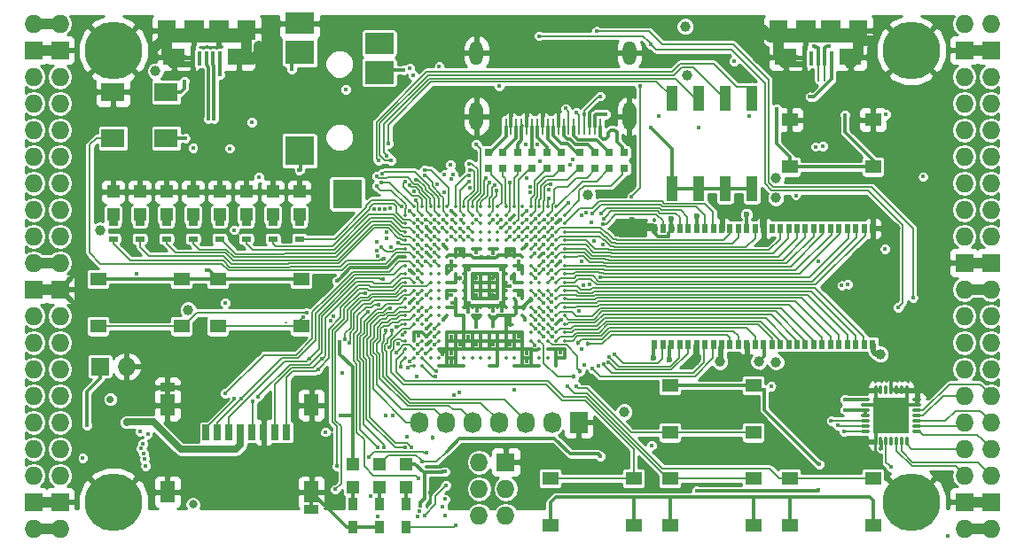
<source format=gtl>
G04 #@! TF.FileFunction,Copper,L1,Top,Signal*
%FSLAX46Y46*%
G04 Gerber Fmt 4.6, Leading zero omitted, Abs format (unit mm)*
G04 Created by KiCad (PCBNEW 4.0.7+dfsg1-1) date Fri Feb 23 19:25:16 2018*
%MOMM*%
%LPD*%
G01*
G04 APERTURE LIST*
%ADD10C,0.100000*%
%ADD11O,1.727200X1.727200*%
%ADD12R,1.727200X1.727200*%
%ADD13C,5.500000*%
%ADD14R,0.900000X1.200000*%
%ADD15R,2.100000X1.600000*%
%ADD16R,1.900000X1.900000*%
%ADD17R,0.400000X1.350000*%
%ADD18R,1.800000X1.900000*%
%ADD19O,0.850000X0.300000*%
%ADD20O,0.300000X0.850000*%
%ADD21R,1.675000X1.675000*%
%ADD22R,1.727200X2.032000*%
%ADD23O,1.727200X2.032000*%
%ADD24R,1.550000X1.300000*%
%ADD25R,1.120000X2.440000*%
%ADD26C,0.350000*%
%ADD27R,1.200000X1.200000*%
%ADD28R,2.800000X2.000000*%
%ADD29R,2.800000X2.200000*%
%ADD30R,2.800000X2.800000*%
%ADD31O,1.300000X2.700000*%
%ADD32O,1.300000X2.300000*%
%ADD33R,0.250000X1.600000*%
%ADD34R,0.700000X1.500000*%
%ADD35R,1.450000X0.900000*%
%ADD36R,1.450000X2.000000*%
%ADD37R,2.200000X1.800000*%
%ADD38R,0.560000X0.900000*%
%ADD39R,0.900000X0.500000*%
%ADD40R,0.750000X0.800000*%
%ADD41C,0.400000*%
%ADD42C,1.000000*%
%ADD43C,0.600000*%
%ADD44C,0.454000*%
%ADD45C,0.800000*%
%ADD46C,0.700000*%
%ADD47C,0.300000*%
%ADD48C,0.190000*%
%ADD49C,1.000000*%
%ADD50C,0.500000*%
%ADD51C,0.600000*%
%ADD52C,0.200000*%
%ADD53C,0.700000*%
%ADD54C,0.127000*%
%ADD55C,0.254000*%
G04 APERTURE END LIST*
D10*
D11*
X97910000Y-62690000D03*
X95370000Y-62690000D03*
D12*
X97910000Y-65230000D03*
X95370000Y-65230000D03*
D11*
X97910000Y-67770000D03*
X95370000Y-67770000D03*
X97910000Y-70310000D03*
X95370000Y-70310000D03*
X97910000Y-72850000D03*
X95370000Y-72850000D03*
X97910000Y-75390000D03*
X95370000Y-75390000D03*
X97910000Y-77930000D03*
X95370000Y-77930000D03*
X97910000Y-80470000D03*
X95370000Y-80470000D03*
X97910000Y-83010000D03*
X95370000Y-83010000D03*
X97910000Y-85550000D03*
X95370000Y-85550000D03*
D12*
X97910000Y-88090000D03*
X95370000Y-88090000D03*
D11*
X97910000Y-90630000D03*
X95370000Y-90630000D03*
X97910000Y-93170000D03*
X95370000Y-93170000D03*
X97910000Y-95710000D03*
X95370000Y-95710000D03*
X97910000Y-98250000D03*
X95370000Y-98250000D03*
X97910000Y-100790000D03*
X95370000Y-100790000D03*
X97910000Y-103330000D03*
X95370000Y-103330000D03*
X97910000Y-105870000D03*
X95370000Y-105870000D03*
D12*
X97910000Y-108410000D03*
X95370000Y-108410000D03*
D11*
X97910000Y-110950000D03*
X95370000Y-110950000D03*
X184270000Y-110950000D03*
X186810000Y-110950000D03*
D12*
X184270000Y-108410000D03*
X186810000Y-108410000D03*
D11*
X184270000Y-105870000D03*
X186810000Y-105870000D03*
X184270000Y-103330000D03*
X186810000Y-103330000D03*
X184270000Y-100790000D03*
X186810000Y-100790000D03*
X184270000Y-98250000D03*
X186810000Y-98250000D03*
X184270000Y-95710000D03*
X186810000Y-95710000D03*
X184270000Y-93170000D03*
X186810000Y-93170000D03*
X184270000Y-90630000D03*
X186810000Y-90630000D03*
X184270000Y-88090000D03*
X186810000Y-88090000D03*
D12*
X184270000Y-85550000D03*
X186810000Y-85550000D03*
D11*
X184270000Y-83010000D03*
X186810000Y-83010000D03*
X184270000Y-80470000D03*
X186810000Y-80470000D03*
X184270000Y-77930000D03*
X186810000Y-77930000D03*
X184270000Y-75390000D03*
X186810000Y-75390000D03*
X184270000Y-72850000D03*
X186810000Y-72850000D03*
X184270000Y-70310000D03*
X186810000Y-70310000D03*
X184270000Y-67770000D03*
X186810000Y-67770000D03*
D12*
X184270000Y-65230000D03*
X186810000Y-65230000D03*
D11*
X184270000Y-62690000D03*
X186810000Y-62690000D03*
D13*
X102990000Y-108410000D03*
X179190000Y-108410000D03*
X179190000Y-65230000D03*
X102990000Y-65230000D03*
D12*
X101720000Y-95456000D03*
D11*
X104260000Y-95456000D03*
D14*
X128390000Y-108580000D03*
X128390000Y-110780000D03*
X130930000Y-110780000D03*
X130930000Y-108580000D03*
D15*
X114980000Y-65875000D03*
X108780000Y-65875000D03*
D16*
X113080000Y-63325000D03*
X110680000Y-63325000D03*
D17*
X113180000Y-66000000D03*
X112530000Y-66000000D03*
X111880000Y-66000000D03*
X111230000Y-66000000D03*
X110580000Y-66000000D03*
D18*
X115680000Y-63325000D03*
X108080000Y-63325000D03*
D15*
X173400000Y-65875000D03*
X167200000Y-65875000D03*
D16*
X171500000Y-63325000D03*
X169100000Y-63325000D03*
D17*
X171600000Y-66000000D03*
X170950000Y-66000000D03*
X170300000Y-66000000D03*
X169650000Y-66000000D03*
X169000000Y-66000000D03*
D18*
X174100000Y-63325000D03*
X166500000Y-63325000D03*
D12*
X140455000Y-104600000D03*
D11*
X137915000Y-104600000D03*
X140455000Y-107140000D03*
X137915000Y-107140000D03*
X140455000Y-109680000D03*
X137915000Y-109680000D03*
D19*
X179735000Y-101655000D03*
X179735000Y-101155000D03*
X179735000Y-100655000D03*
X179735000Y-100155000D03*
X179735000Y-99655000D03*
X179735000Y-99155000D03*
X179735000Y-98655000D03*
D20*
X178785000Y-97705000D03*
X178285000Y-97705000D03*
X177785000Y-97705000D03*
X177285000Y-97705000D03*
X176785000Y-97705000D03*
X176285000Y-97705000D03*
X175785000Y-97705000D03*
D19*
X174835000Y-98655000D03*
X174835000Y-99155000D03*
X174835000Y-99655000D03*
X174835000Y-100155000D03*
X174835000Y-100655000D03*
X174835000Y-101155000D03*
X174835000Y-101655000D03*
D20*
X175785000Y-102605000D03*
X176285000Y-102605000D03*
X176785000Y-102605000D03*
X177285000Y-102605000D03*
X177785000Y-102605000D03*
X178285000Y-102605000D03*
X178785000Y-102605000D03*
D21*
X176447500Y-99317500D03*
X176447500Y-100992500D03*
X178122500Y-99317500D03*
X178122500Y-100992500D03*
D22*
X147440000Y-100790000D03*
D23*
X144900000Y-100790000D03*
X142360000Y-100790000D03*
X139820000Y-100790000D03*
X137280000Y-100790000D03*
X134740000Y-100790000D03*
X132200000Y-100790000D03*
D24*
X175550000Y-71870000D03*
X175550000Y-76370000D03*
X167590000Y-76370000D03*
X167590000Y-71870000D03*
X101550000Y-91610000D03*
X101550000Y-87110000D03*
X109510000Y-87110000D03*
X109510000Y-91610000D03*
X112980000Y-91610000D03*
X112980000Y-87110000D03*
X120940000Y-87110000D03*
X120940000Y-91610000D03*
X156160000Y-101770000D03*
X156160000Y-97270000D03*
X164120000Y-97270000D03*
X164120000Y-101770000D03*
X164120000Y-106160000D03*
X164120000Y-110660000D03*
X156160000Y-110660000D03*
X156160000Y-106160000D03*
X152690000Y-106160000D03*
X152690000Y-110660000D03*
X144730000Y-110660000D03*
X144730000Y-106160000D03*
X175550000Y-106160000D03*
X175550000Y-110660000D03*
X167590000Y-110660000D03*
X167590000Y-106160000D03*
D25*
X156330000Y-78425000D03*
X163950000Y-69815000D03*
X158870000Y-78425000D03*
X161410000Y-69815000D03*
X161410000Y-78425000D03*
X158870000Y-69815000D03*
X163950000Y-78425000D03*
X156330000Y-69815000D03*
D26*
X131680000Y-80200000D03*
X132480000Y-80200000D03*
X133280000Y-80200000D03*
X134080000Y-80200000D03*
X134880000Y-80200000D03*
X135680000Y-80200000D03*
X136480000Y-80200000D03*
X137280000Y-80200000D03*
X138080000Y-80200000D03*
X138880000Y-80200000D03*
X139680000Y-80200000D03*
X140480000Y-80200000D03*
X141280000Y-80200000D03*
X142080000Y-80200000D03*
X142880000Y-80200000D03*
X143680000Y-80200000D03*
X144480000Y-80200000D03*
X145280000Y-80200000D03*
X130880000Y-81000000D03*
X131680000Y-81000000D03*
X132480000Y-81000000D03*
X133280000Y-81000000D03*
X134080000Y-81000000D03*
X134880000Y-81000000D03*
X135680000Y-81000000D03*
X136480000Y-81000000D03*
X137280000Y-81000000D03*
X138080000Y-81000000D03*
X138880000Y-81000000D03*
X139680000Y-81000000D03*
X140480000Y-81000000D03*
X141280000Y-81000000D03*
X142080000Y-81000000D03*
X142880000Y-81000000D03*
X143680000Y-81000000D03*
X144480000Y-81000000D03*
X145280000Y-81000000D03*
X146080000Y-81000000D03*
X130880000Y-81800000D03*
X131680000Y-81800000D03*
X132480000Y-81800000D03*
X133280000Y-81800000D03*
X134080000Y-81800000D03*
X134880000Y-81800000D03*
X135680000Y-81800000D03*
X136480000Y-81800000D03*
X137280000Y-81800000D03*
X138080000Y-81800000D03*
X138880000Y-81800000D03*
X139680000Y-81800000D03*
X140480000Y-81800000D03*
X141280000Y-81800000D03*
X142080000Y-81800000D03*
X142880000Y-81800000D03*
X143680000Y-81800000D03*
X144480000Y-81800000D03*
X145280000Y-81800000D03*
X146080000Y-81800000D03*
X130880000Y-82600000D03*
X131680000Y-82600000D03*
X132480000Y-82600000D03*
X133280000Y-82600000D03*
X134080000Y-82600000D03*
X134880000Y-82600000D03*
X135680000Y-82600000D03*
X136480000Y-82600000D03*
X137280000Y-82600000D03*
X138080000Y-82600000D03*
X138880000Y-82600000D03*
X139680000Y-82600000D03*
X140480000Y-82600000D03*
X141280000Y-82600000D03*
X142080000Y-82600000D03*
X142880000Y-82600000D03*
X143680000Y-82600000D03*
X144480000Y-82600000D03*
X145280000Y-82600000D03*
X146080000Y-82600000D03*
X130880000Y-83400000D03*
X131680000Y-83400000D03*
X132480000Y-83400000D03*
X133280000Y-83400000D03*
X134080000Y-83400000D03*
X134880000Y-83400000D03*
X135680000Y-83400000D03*
X136480000Y-83400000D03*
X137280000Y-83400000D03*
X138080000Y-83400000D03*
X138880000Y-83400000D03*
X139680000Y-83400000D03*
X140480000Y-83400000D03*
X141280000Y-83400000D03*
X142080000Y-83400000D03*
X142880000Y-83400000D03*
X143680000Y-83400000D03*
X144480000Y-83400000D03*
X145280000Y-83400000D03*
X146080000Y-83400000D03*
X130880000Y-84200000D03*
X131680000Y-84200000D03*
X132480000Y-84200000D03*
X133280000Y-84200000D03*
X134080000Y-84200000D03*
X134880000Y-84200000D03*
X135680000Y-84200000D03*
X136480000Y-84200000D03*
X137280000Y-84200000D03*
X138080000Y-84200000D03*
X138880000Y-84200000D03*
X139680000Y-84200000D03*
X140480000Y-84200000D03*
X141280000Y-84200000D03*
X142080000Y-84200000D03*
X142880000Y-84200000D03*
X143680000Y-84200000D03*
X144480000Y-84200000D03*
X145280000Y-84200000D03*
X146080000Y-84200000D03*
X130880000Y-85000000D03*
X131680000Y-85000000D03*
X132480000Y-85000000D03*
X133280000Y-85000000D03*
X134080000Y-85000000D03*
X134880000Y-85000000D03*
X135680000Y-85000000D03*
X136480000Y-85000000D03*
X137280000Y-85000000D03*
X138080000Y-85000000D03*
X138880000Y-85000000D03*
X139680000Y-85000000D03*
X140480000Y-85000000D03*
X141280000Y-85000000D03*
X142080000Y-85000000D03*
X142880000Y-85000000D03*
X143680000Y-85000000D03*
X144480000Y-85000000D03*
X145280000Y-85000000D03*
X146080000Y-85000000D03*
X130880000Y-85800000D03*
X131680000Y-85800000D03*
X132480000Y-85800000D03*
X133280000Y-85800000D03*
X134080000Y-85800000D03*
X134880000Y-85800000D03*
X135680000Y-85800000D03*
X136480000Y-85800000D03*
X137280000Y-85800000D03*
X138080000Y-85800000D03*
X138880000Y-85800000D03*
X139680000Y-85800000D03*
X140480000Y-85800000D03*
X141280000Y-85800000D03*
X142080000Y-85800000D03*
X142880000Y-85800000D03*
X143680000Y-85800000D03*
X144480000Y-85800000D03*
X145280000Y-85800000D03*
X146080000Y-85800000D03*
X130880000Y-86600000D03*
X131680000Y-86600000D03*
X132480000Y-86600000D03*
X133280000Y-86600000D03*
X134080000Y-86600000D03*
X134880000Y-86600000D03*
X135680000Y-86600000D03*
X136480000Y-86600000D03*
X137280000Y-86600000D03*
X138080000Y-86600000D03*
X138880000Y-86600000D03*
X139680000Y-86600000D03*
X140480000Y-86600000D03*
X141280000Y-86600000D03*
X142080000Y-86600000D03*
X142880000Y-86600000D03*
X143680000Y-86600000D03*
X144480000Y-86600000D03*
X145280000Y-86600000D03*
X146080000Y-86600000D03*
X130880000Y-87400000D03*
X131680000Y-87400000D03*
X132480000Y-87400000D03*
X133280000Y-87400000D03*
X134080000Y-87400000D03*
X134880000Y-87400000D03*
X135680000Y-87400000D03*
X136480000Y-87400000D03*
X137280000Y-87400000D03*
X138080000Y-87400000D03*
X138880000Y-87400000D03*
X139680000Y-87400000D03*
X140480000Y-87400000D03*
X141280000Y-87400000D03*
X142080000Y-87400000D03*
X142880000Y-87400000D03*
X143680000Y-87400000D03*
X144480000Y-87400000D03*
X145280000Y-87400000D03*
X146080000Y-87400000D03*
X130880000Y-88200000D03*
X131680000Y-88200000D03*
X132480000Y-88200000D03*
X133280000Y-88200000D03*
X134080000Y-88200000D03*
X134880000Y-88200000D03*
X135680000Y-88200000D03*
X136480000Y-88200000D03*
X137280000Y-88200000D03*
X138080000Y-88200000D03*
X138880000Y-88200000D03*
X139680000Y-88200000D03*
X140480000Y-88200000D03*
X141280000Y-88200000D03*
X142080000Y-88200000D03*
X142880000Y-88200000D03*
X143680000Y-88200000D03*
X144480000Y-88200000D03*
X145280000Y-88200000D03*
X146080000Y-88200000D03*
X130880000Y-89000000D03*
X131680000Y-89000000D03*
X132480000Y-89000000D03*
X133280000Y-89000000D03*
X134080000Y-89000000D03*
X134880000Y-89000000D03*
X135680000Y-89000000D03*
X136480000Y-89000000D03*
X137280000Y-89000000D03*
X138080000Y-89000000D03*
X138880000Y-89000000D03*
X139680000Y-89000000D03*
X140480000Y-89000000D03*
X141280000Y-89000000D03*
X142080000Y-89000000D03*
X142880000Y-89000000D03*
X143680000Y-89000000D03*
X144480000Y-89000000D03*
X145280000Y-89000000D03*
X146080000Y-89000000D03*
X130880000Y-89800000D03*
X131680000Y-89800000D03*
X132480000Y-89800000D03*
X133280000Y-89800000D03*
X134080000Y-89800000D03*
X134880000Y-89800000D03*
X135680000Y-89800000D03*
X136480000Y-89800000D03*
X137280000Y-89800000D03*
X138080000Y-89800000D03*
X138880000Y-89800000D03*
X139680000Y-89800000D03*
X140480000Y-89800000D03*
X141280000Y-89800000D03*
X142080000Y-89800000D03*
X142880000Y-89800000D03*
X143680000Y-89800000D03*
X144480000Y-89800000D03*
X145280000Y-89800000D03*
X146080000Y-89800000D03*
X130880000Y-90600000D03*
X131680000Y-90600000D03*
X132480000Y-90600000D03*
X133280000Y-90600000D03*
X134080000Y-90600000D03*
X134880000Y-90600000D03*
X135680000Y-90600000D03*
X136480000Y-90600000D03*
X137280000Y-90600000D03*
X138080000Y-90600000D03*
X138880000Y-90600000D03*
X139680000Y-90600000D03*
X140480000Y-90600000D03*
X141280000Y-90600000D03*
X142080000Y-90600000D03*
X142880000Y-90600000D03*
X143680000Y-90600000D03*
X144480000Y-90600000D03*
X145280000Y-90600000D03*
X146080000Y-90600000D03*
X130880000Y-91400000D03*
X131680000Y-91400000D03*
X132480000Y-91400000D03*
X133280000Y-91400000D03*
X134080000Y-91400000D03*
X142880000Y-91400000D03*
X143680000Y-91400000D03*
X144480000Y-91400000D03*
X145280000Y-91400000D03*
X146080000Y-91400000D03*
X130880000Y-92200000D03*
X131680000Y-92200000D03*
X132480000Y-92200000D03*
X133280000Y-92200000D03*
X134080000Y-92200000D03*
X134880000Y-92200000D03*
X135680000Y-92200000D03*
X136480000Y-92200000D03*
X137280000Y-92200000D03*
X138080000Y-92200000D03*
X138880000Y-92200000D03*
X139680000Y-92200000D03*
X140480000Y-92200000D03*
X141280000Y-92200000D03*
X142080000Y-92200000D03*
X142880000Y-92200000D03*
X143680000Y-92200000D03*
X144480000Y-92200000D03*
X145280000Y-92200000D03*
X146080000Y-92200000D03*
X130880000Y-93000000D03*
X131680000Y-93000000D03*
X132480000Y-93000000D03*
X133280000Y-93000000D03*
X134080000Y-93000000D03*
X134880000Y-93000000D03*
X135680000Y-93000000D03*
X136480000Y-93000000D03*
X137280000Y-93000000D03*
X138080000Y-93000000D03*
X138880000Y-93000000D03*
X139680000Y-93000000D03*
X140480000Y-93000000D03*
X141280000Y-93000000D03*
X142080000Y-93000000D03*
X142880000Y-93000000D03*
X143680000Y-93000000D03*
X144480000Y-93000000D03*
X145280000Y-93000000D03*
X146080000Y-93000000D03*
X130880000Y-93800000D03*
X131680000Y-93800000D03*
X132480000Y-93800000D03*
X133280000Y-93800000D03*
X134080000Y-93800000D03*
X134880000Y-93800000D03*
X135680000Y-93800000D03*
X136480000Y-93800000D03*
X137280000Y-93800000D03*
X138080000Y-93800000D03*
X138880000Y-93800000D03*
X139680000Y-93800000D03*
X140480000Y-93800000D03*
X141280000Y-93800000D03*
X142080000Y-93800000D03*
X142880000Y-93800000D03*
X143680000Y-93800000D03*
X144480000Y-93800000D03*
X145280000Y-93800000D03*
X146080000Y-93800000D03*
X130880000Y-94600000D03*
X131680000Y-94600000D03*
X132480000Y-94600000D03*
X133280000Y-94600000D03*
X134080000Y-94600000D03*
X134880000Y-94600000D03*
X135680000Y-94600000D03*
X136480000Y-94600000D03*
X137280000Y-94600000D03*
X138080000Y-94600000D03*
X138880000Y-94600000D03*
X139680000Y-94600000D03*
X140480000Y-94600000D03*
X141280000Y-94600000D03*
X142080000Y-94600000D03*
X142880000Y-94600000D03*
X143680000Y-94600000D03*
X144480000Y-94600000D03*
X145280000Y-94600000D03*
X146080000Y-94600000D03*
X131680000Y-95400000D03*
X132480000Y-95400000D03*
X134080000Y-95400000D03*
X134880000Y-95400000D03*
X135680000Y-95400000D03*
X136480000Y-95400000D03*
X138880000Y-95400000D03*
X139680000Y-95400000D03*
X141280000Y-95400000D03*
X142080000Y-95400000D03*
X142880000Y-95400000D03*
X143680000Y-95400000D03*
X145280000Y-95400000D03*
D27*
X125850000Y-104770000D03*
X125850000Y-106970000D03*
D14*
X125850000Y-108580000D03*
X125850000Y-110780000D03*
D27*
X128390000Y-104770000D03*
X128390000Y-106970000D03*
X120770000Y-80935000D03*
X120770000Y-78735000D03*
X118230000Y-80935000D03*
X118230000Y-78735000D03*
X115690000Y-80935000D03*
X115690000Y-78735000D03*
X113150000Y-80935000D03*
X113150000Y-78735000D03*
X110610000Y-80935000D03*
X110610000Y-78735000D03*
X108070000Y-80935000D03*
X108070000Y-78735000D03*
X105530000Y-80935000D03*
X105530000Y-78735000D03*
X102990000Y-80935000D03*
X102990000Y-78735000D03*
X130930000Y-104770000D03*
X130930000Y-106970000D03*
D28*
X120780000Y-62648000D03*
D29*
X120780000Y-65448000D03*
D30*
X120780000Y-74848000D03*
X125330000Y-78948000D03*
D29*
X128380000Y-67348000D03*
D28*
X128380000Y-64548000D03*
D31*
X152280000Y-71550000D03*
X137680000Y-71550000D03*
D32*
X137680000Y-65500000D03*
D33*
X140480000Y-72500000D03*
X140980000Y-72500000D03*
X141480000Y-72500000D03*
X141980000Y-72500000D03*
X142480000Y-72500000D03*
X142980000Y-72500000D03*
X143480000Y-72500000D03*
X143980000Y-72500000D03*
X144480000Y-72500000D03*
X144980000Y-72500000D03*
X145480000Y-72500000D03*
X145980000Y-72500000D03*
X146480000Y-72500000D03*
X146980000Y-72500000D03*
X147480000Y-72500000D03*
X147980000Y-72500000D03*
X148480000Y-72500000D03*
X148980000Y-72500000D03*
X149480000Y-72500000D03*
D32*
X152280000Y-65500000D03*
D34*
X111850000Y-101750000D03*
X112950000Y-101750000D03*
X114050000Y-101750000D03*
X115150000Y-101750000D03*
X116250000Y-101750000D03*
X117350000Y-101750000D03*
X118450000Y-101750000D03*
X119550000Y-101750000D03*
D35*
X108175000Y-97450000D03*
X121925000Y-109150000D03*
D36*
X121925000Y-99150000D03*
X108175000Y-99150000D03*
X108175000Y-107450000D03*
X121925000Y-107450000D03*
D37*
X108040000Y-69220000D03*
X102960000Y-69220000D03*
X102960000Y-73620000D03*
X108040000Y-73620000D03*
D38*
X175493000Y-82270000D03*
X154693000Y-93330000D03*
X155493000Y-93330000D03*
X156293000Y-93330000D03*
X157093000Y-93330000D03*
X157893000Y-93330000D03*
X158693000Y-93330000D03*
X159493000Y-93330000D03*
X160293000Y-93330000D03*
X161093000Y-93330000D03*
X161893000Y-93330000D03*
X162693000Y-93330000D03*
X163493000Y-93330000D03*
X164293000Y-93330000D03*
X165093000Y-93330000D03*
X165893000Y-93330000D03*
X166693000Y-93330000D03*
X167493000Y-93330000D03*
X168293000Y-93330000D03*
X169093000Y-93330000D03*
X169893000Y-93330000D03*
X170693000Y-93330000D03*
X171493000Y-93330000D03*
X172293000Y-93330000D03*
X173093000Y-93330000D03*
X173893000Y-93330000D03*
X174693000Y-93330000D03*
X175493000Y-93330000D03*
X174693000Y-82270000D03*
X173893000Y-82270000D03*
X173093000Y-82270000D03*
X172293000Y-82270000D03*
X171493000Y-82270000D03*
X170693000Y-82270000D03*
X169893000Y-82270000D03*
X169093000Y-82270000D03*
X168293000Y-82270000D03*
X167493000Y-82270000D03*
X166693000Y-82270000D03*
X165893000Y-82270000D03*
X165093000Y-82270000D03*
X164293000Y-82270000D03*
X163493000Y-82270000D03*
X162693000Y-82270000D03*
X161893000Y-82270000D03*
X161093000Y-82270000D03*
X160293000Y-82270000D03*
X159493000Y-82270000D03*
X158693000Y-82270000D03*
X157893000Y-82270000D03*
X157093000Y-82270000D03*
X156293000Y-82270000D03*
X155493000Y-82270000D03*
X154693000Y-82270000D03*
D39*
X120770000Y-83252000D03*
X120770000Y-81752000D03*
X118230000Y-83252000D03*
X118230000Y-81752000D03*
X115690000Y-83252000D03*
X115690000Y-81752000D03*
X113150000Y-83252000D03*
X113150000Y-81752000D03*
X110610000Y-83252000D03*
X110610000Y-81752000D03*
X108070000Y-83252000D03*
X108070000Y-81752000D03*
X105530000Y-83252000D03*
X105530000Y-81752000D03*
X102990000Y-83252000D03*
X102990000Y-81752000D03*
D40*
X150361000Y-75021000D03*
X150361000Y-76521000D03*
X151758000Y-75021000D03*
X151758000Y-76521000D03*
X140201000Y-75021000D03*
X140201000Y-76521000D03*
X142995000Y-75021000D03*
X142995000Y-76521000D03*
X145789000Y-75021000D03*
X145789000Y-76521000D03*
X148964000Y-75021000D03*
X148964000Y-76521000D03*
X138804000Y-75021000D03*
X138804000Y-76521000D03*
X141598000Y-75021000D03*
X141598000Y-76521000D03*
X144392000Y-75021000D03*
X144392000Y-76521000D03*
X147567000Y-75009000D03*
X147567000Y-76509000D03*
D41*
X173856000Y-71538990D03*
D42*
X164947008Y-63194069D03*
X175494572Y-64322557D03*
D41*
X135342764Y-89381630D03*
X144103496Y-84660400D03*
D42*
X177658444Y-82281349D03*
D41*
X145680000Y-81405125D03*
X145691238Y-94166752D03*
X145759873Y-91010176D03*
D43*
X152525938Y-81463870D03*
D42*
X162956098Y-95078488D03*
X158539988Y-94868772D03*
D43*
X161075765Y-80992022D03*
X164882869Y-80938986D03*
X156262773Y-81349374D03*
X123437000Y-108972000D03*
D41*
X132871770Y-84533979D03*
X132862998Y-82124544D03*
X131278306Y-86213101D03*
X135281276Y-80583119D03*
X131279502Y-89407325D03*
X170309539Y-85441529D03*
X145672808Y-85396062D03*
X133216000Y-107465000D03*
X137680000Y-88600000D03*
X142480000Y-95000000D03*
X141680000Y-92600000D03*
X140836000Y-84534000D03*
X135284627Y-94985297D03*
X135288625Y-94225619D03*
X134455822Y-94267172D03*
X136095958Y-93369652D03*
D44*
X139264636Y-91615205D03*
D42*
X116880503Y-64802940D03*
X106974809Y-64953974D03*
D41*
X177285000Y-95710000D03*
X140880000Y-81400000D03*
X140874194Y-91433353D03*
X142480000Y-94200000D03*
X140880000Y-93400000D03*
X139280000Y-93400000D03*
X137680000Y-93400000D03*
X136880000Y-92600000D03*
X135280000Y-92600000D03*
X132880000Y-91800000D03*
X132880000Y-93400000D03*
D44*
X141042859Y-86994997D03*
X139280000Y-87000000D03*
X136110990Y-86995403D03*
X137680000Y-87000000D03*
X136080000Y-84600000D03*
X139280000Y-88600000D03*
D42*
X166255545Y-79350736D03*
X166275426Y-77452540D03*
X157807568Y-67669269D03*
X101707889Y-82423180D03*
X107021491Y-67228122D03*
X166284693Y-95025145D03*
D41*
X172564535Y-87722010D03*
X150030853Y-71331848D03*
D42*
X157600000Y-62944000D03*
D41*
X113660608Y-89375718D03*
D42*
X148268387Y-79050018D03*
D41*
X134124945Y-66775980D03*
X139864366Y-68665673D03*
X137659051Y-91638034D03*
X135273306Y-88618602D03*
X135280000Y-86200000D03*
X135280000Y-85440000D03*
X158870000Y-72596000D03*
X114513935Y-82409431D03*
X116912932Y-77355158D03*
X109760378Y-68177900D03*
X109840000Y-73620000D03*
X132110753Y-92527478D03*
X165803369Y-97344883D03*
D42*
X160905403Y-95006436D03*
D43*
X158731133Y-81048929D03*
X154593901Y-94607945D03*
X156088245Y-94762980D03*
D42*
X164625730Y-94982471D03*
D43*
X163462982Y-80942429D03*
D42*
X176254940Y-94288458D03*
D45*
X110593913Y-108636458D03*
D41*
X180340784Y-77316932D03*
X173137949Y-87594275D03*
D46*
X102710050Y-98594954D03*
D41*
X129005202Y-100174798D03*
X172834633Y-99599920D03*
X172879922Y-98618650D03*
X176305593Y-103279812D03*
X100080000Y-104200000D03*
X139272517Y-84611349D03*
X137680556Y-84534085D03*
X141680000Y-86200000D03*
X132880000Y-92600000D03*
X141680000Y-88600000D03*
X141680000Y-85400000D03*
X129983242Y-91668979D03*
X121431221Y-90311593D03*
X121088335Y-90753785D03*
X130583026Y-92475628D03*
X146394787Y-97333919D03*
X143300000Y-86220000D03*
X147175985Y-97333919D03*
X147700000Y-93820000D03*
X144900000Y-91820000D03*
X142277990Y-91000000D03*
D42*
X110128890Y-90028152D03*
D41*
X142480000Y-83800000D03*
X134480000Y-83800000D03*
X134480000Y-91000000D03*
X125193541Y-68962993D03*
X155115280Y-71563465D03*
X105245010Y-86595559D03*
X169517039Y-69686488D03*
X170362901Y-107286196D03*
X158716651Y-107325176D03*
X136028224Y-97922729D03*
X128216338Y-109760338D03*
X132708000Y-109680000D03*
X134750646Y-106810513D03*
X133680000Y-91800000D03*
X135517016Y-98167170D03*
X134675868Y-108131585D03*
D44*
X133449289Y-102232615D03*
D41*
X133680000Y-92600000D03*
X127419091Y-104077728D03*
X132936956Y-103711000D03*
X133685482Y-93402296D03*
X134463998Y-108841973D03*
X131986331Y-96404793D03*
X131039072Y-102187000D03*
X134636872Y-109719950D03*
X132846234Y-94197073D03*
X176700000Y-84220000D03*
X143260000Y-84620000D03*
X120739932Y-76694083D03*
X130704878Y-67105564D03*
X147983153Y-71347080D03*
X149475951Y-69619684D03*
X147186000Y-71200000D03*
X121687479Y-94718249D03*
X128776655Y-87127857D03*
X132083026Y-86260405D03*
X113700000Y-98020000D03*
X116325960Y-98790853D03*
X122932649Y-94724357D03*
X124849021Y-96102869D03*
X122527919Y-95725900D03*
X116198000Y-72088000D03*
X127586603Y-107875044D03*
X113157250Y-67567056D03*
X146180000Y-70800000D03*
X131453853Y-103208291D03*
X149771692Y-81825658D03*
X144080000Y-86200000D03*
X149533922Y-86909940D03*
X144894316Y-86977564D03*
X144896700Y-83835368D03*
X149549750Y-80868432D03*
D44*
X147343891Y-93217126D03*
D41*
X144113248Y-92588762D03*
X144875155Y-86292748D03*
X149846468Y-81303978D03*
X148696112Y-80861847D03*
X144916886Y-82991356D03*
D44*
X148349010Y-93322307D03*
D41*
X144882352Y-92577990D03*
X144902941Y-90956495D03*
X148747982Y-95669626D03*
X144867244Y-90112484D03*
X149795895Y-95251084D03*
X144855814Y-89268481D03*
X150278898Y-95040253D03*
X150345974Y-94517527D03*
X144877648Y-88622010D03*
X150889207Y-94332565D03*
X143280000Y-87000000D03*
X130211351Y-93284273D03*
X131084713Y-95564177D03*
X130422000Y-95456000D03*
X131316164Y-94959140D03*
X130053332Y-94113207D03*
X132031990Y-93400000D03*
X129371747Y-93601166D03*
X141280657Y-97642010D03*
X133852393Y-95875797D03*
X133762848Y-96395146D03*
X132080000Y-94200000D03*
X128622659Y-84064643D03*
X105895603Y-103765816D03*
X130839477Y-103208987D03*
X129449238Y-89873934D03*
X132075624Y-89410644D03*
X128806823Y-103185900D03*
X128312094Y-89556924D03*
X132162861Y-106185868D03*
X132880000Y-88600000D03*
X127040053Y-88426410D03*
X124322162Y-105002357D03*
X132080000Y-87000000D03*
X125525099Y-93236764D03*
X124202418Y-107207639D03*
X110599084Y-74589383D03*
X132024412Y-109766775D03*
X114104080Y-74612196D03*
X132219727Y-109277292D03*
X115190634Y-98572389D03*
X131847310Y-79589886D03*
X132080000Y-81400000D03*
X132080007Y-82103333D03*
X132872609Y-82968555D03*
X133627359Y-81414685D03*
X133648389Y-82190597D03*
X131923295Y-77584853D03*
X130856828Y-77786820D03*
X129555604Y-91985990D03*
X132880000Y-91000000D03*
X129028593Y-91985999D03*
X132077338Y-91002010D03*
X131275302Y-80595752D03*
X130489904Y-80167235D03*
X128823114Y-85153560D03*
X132072985Y-85377990D03*
X163703220Y-71542164D03*
X133876016Y-78047133D03*
X134433979Y-82180155D03*
X135656559Y-110610712D03*
X149495225Y-104009099D03*
X132468001Y-104503413D03*
D46*
X104260000Y-100790000D03*
D41*
X114560994Y-98539563D03*
X116800000Y-98320000D03*
X111895217Y-86253790D03*
X170383147Y-104803648D03*
X165170594Y-97666317D03*
X169506589Y-107953726D03*
X170026483Y-74446860D03*
X142571021Y-82204353D03*
X143287402Y-83042010D03*
X154425580Y-102987766D03*
X168166438Y-79108038D03*
X112614274Y-71803529D03*
X112074854Y-71810535D03*
X143269694Y-93414905D03*
X177274002Y-105079115D03*
X172761273Y-101651681D03*
X143280000Y-91800000D03*
X172193360Y-101105663D03*
X144064831Y-91877646D03*
X144080000Y-90956495D03*
X171540304Y-100645743D03*
X135277990Y-82193851D03*
X129493343Y-75737814D03*
X136124555Y-82260038D03*
X129125079Y-75315804D03*
X135175257Y-76183471D03*
X136080000Y-83000000D03*
X129252218Y-74142461D03*
X170739071Y-74406366D03*
X142452365Y-77452681D03*
X142460000Y-83020000D03*
X143280000Y-83800000D03*
X169919000Y-64849000D03*
X171316000Y-64849000D03*
X125110333Y-92897638D03*
X124361185Y-87274371D03*
X124361184Y-87274370D03*
X182675150Y-111637626D03*
X172853718Y-71407275D03*
X166353476Y-70835462D03*
X123273881Y-101715917D03*
X129660000Y-100155000D03*
X127308270Y-90221456D03*
X132084049Y-88558274D03*
X128280000Y-103200000D03*
X120008000Y-67008000D03*
X133680000Y-83000000D03*
X129457990Y-80285112D03*
X133680000Y-83800000D03*
X128943593Y-80399729D03*
X130204628Y-83599483D03*
X128416582Y-80399850D03*
X127889625Y-80407426D03*
X133680000Y-85400000D03*
X140896226Y-87816226D03*
X140038941Y-89350966D03*
X136944530Y-89373464D03*
D44*
X136938110Y-86196311D03*
D41*
X140014602Y-86192969D03*
X139285803Y-90177691D03*
X137689001Y-90122990D03*
D42*
X151758000Y-99774000D03*
D41*
X136885174Y-90194826D03*
X140094890Y-90122990D03*
X128333179Y-75769807D03*
X134613000Y-78819000D03*
X135280000Y-83022010D03*
X154298000Y-72596000D03*
X100450000Y-101044000D03*
X132285867Y-108754446D03*
X134707351Y-105508447D03*
X139280000Y-81400000D03*
X139597952Y-78621954D03*
X139377921Y-78143072D03*
X138917428Y-77886776D03*
X138599052Y-77466803D03*
X137620226Y-74221760D03*
X137680000Y-81400000D03*
X136970301Y-76084594D03*
X137008313Y-76692245D03*
X136991219Y-77219258D03*
X136991219Y-77746651D03*
X135473100Y-77078127D03*
X136160979Y-81416027D03*
X135235465Y-77548522D03*
X135316968Y-81442010D03*
X134629088Y-77130506D03*
X134471370Y-81406751D03*
D44*
X146942280Y-96452058D03*
X147534467Y-95913260D03*
D41*
X147928857Y-95339016D03*
X143322010Y-91000657D03*
X149284391Y-95377990D03*
X144077013Y-90266968D03*
X147430953Y-90112484D03*
X144076240Y-89395301D03*
X143322010Y-90201951D03*
X147910791Y-87683418D03*
X144082832Y-88584510D03*
X143322010Y-88595030D03*
X148483539Y-87608166D03*
X144102010Y-85397219D03*
X144889349Y-85448737D03*
X147687390Y-85374093D03*
X149732494Y-83807694D03*
X144912409Y-84635817D03*
X148921512Y-83442010D03*
X144103186Y-83777990D03*
X144131413Y-83000000D03*
X148610661Y-81705858D03*
X144888125Y-82147345D03*
X144176662Y-82199998D03*
X148175253Y-80781550D03*
X147688311Y-80983115D03*
X144880008Y-81303333D03*
X142773842Y-78808575D03*
X142460000Y-81420000D03*
X142766742Y-78281611D03*
X142460000Y-80620000D03*
X144568886Y-78517622D03*
X144175043Y-81398770D03*
X144786095Y-78037454D03*
X146587441Y-76174058D03*
X143332651Y-82197990D03*
X146901448Y-75654906D03*
X143331031Y-81377293D03*
X143708879Y-75817300D03*
X141727010Y-82998875D03*
X141727010Y-82194937D03*
X140028978Y-82200000D03*
X140880009Y-77894044D03*
X142390990Y-74236149D03*
X140861329Y-83041266D03*
X143457010Y-74219135D03*
X140872990Y-82177164D03*
X132761172Y-77202673D03*
X132737245Y-76676207D03*
X128644933Y-77050030D03*
X128152012Y-77257840D03*
X128125571Y-78233647D03*
X128590544Y-77894041D03*
X131253134Y-78134216D03*
X131709326Y-78745875D03*
X132783339Y-81400004D03*
X132079024Y-82984045D03*
X129109095Y-82655074D03*
X105572759Y-101661319D03*
X106276126Y-101893466D03*
X132880889Y-83897835D03*
X129054383Y-83179239D03*
X129487667Y-84079929D03*
X132083682Y-83828056D03*
X105813763Y-102819336D03*
X128165458Y-83509725D03*
X132062099Y-84533979D03*
X105627254Y-103312241D03*
X128182016Y-84353737D03*
X105992720Y-104283802D03*
X133671942Y-84595200D03*
X128207686Y-84880123D03*
X106088753Y-104974041D03*
X132834641Y-85377990D03*
X124707442Y-100126977D03*
X124632693Y-93120351D03*
X123714874Y-91057383D03*
X132900000Y-90180000D03*
X124022612Y-90627600D03*
X132100000Y-90157990D03*
X137020172Y-78350165D03*
X162271466Y-66284958D03*
X136900000Y-82220000D03*
X131329207Y-66928055D03*
X176797084Y-71341791D03*
X136900000Y-83020000D03*
X131644095Y-67620000D03*
X177926984Y-89812061D03*
X153297112Y-68665673D03*
X154329326Y-64643767D03*
X152497066Y-79193467D03*
X146481406Y-79819384D03*
X143650666Y-63862520D03*
X179351513Y-88868327D03*
X149134122Y-63424051D03*
X140035989Y-81400000D03*
X144597053Y-79361633D03*
D47*
X154680000Y-81486121D02*
X154657528Y-81463649D01*
D48*
X119425148Y-91210000D02*
X119484873Y-91269725D01*
D47*
X174055999Y-71738989D02*
X173856000Y-71538990D01*
X174187010Y-71870000D02*
X174055999Y-71738989D01*
X175550000Y-71870000D02*
X174187010Y-71870000D01*
D49*
X165447007Y-63694068D02*
X164947008Y-63194069D01*
X165712939Y-63960000D02*
X165447007Y-63694068D01*
X166500000Y-63960000D02*
X165712939Y-63960000D01*
X174787466Y-64322557D02*
X175494572Y-64322557D01*
X174462557Y-64322557D02*
X174787466Y-64322557D01*
X174100000Y-63960000D02*
X174462557Y-64322557D01*
D47*
X135661630Y-89381630D02*
X135625606Y-89381630D01*
X135625606Y-89381630D02*
X135342764Y-89381630D01*
X135680000Y-89400000D02*
X135661630Y-89381630D01*
X139505001Y-90774999D02*
X139680000Y-90600000D01*
X139054999Y-90774999D02*
X139505001Y-90774999D01*
X138880000Y-90600000D02*
X139054999Y-90774999D01*
X105530000Y-78735000D02*
X102990000Y-78735000D01*
X108070000Y-78735000D02*
X105530000Y-78735000D01*
X110610000Y-78735000D02*
X108070000Y-78735000D01*
X113150000Y-78735000D02*
X110610000Y-78735000D01*
X115690000Y-78735000D02*
X113150000Y-78735000D01*
X118230000Y-78735000D02*
X115690000Y-78735000D01*
X120770000Y-78735000D02*
X118230000Y-78735000D01*
X152525938Y-81463870D02*
X152982068Y-81920000D01*
X152982068Y-81920000D02*
X154589000Y-81920000D01*
X154589000Y-81920000D02*
X154589000Y-82564717D01*
X154589000Y-82564717D02*
X154935999Y-82911716D01*
X154935999Y-82911716D02*
X154935999Y-82941601D01*
X154935999Y-82941601D02*
X154991399Y-82997001D01*
X156050001Y-82941601D02*
X156050001Y-82696040D01*
X154991399Y-82997001D02*
X155994601Y-82997001D01*
X155994601Y-82997001D02*
X156050001Y-82941601D01*
X156050001Y-82696040D02*
X156205000Y-82541041D01*
X156205000Y-82541041D02*
X156205000Y-81920000D01*
X144019600Y-84660400D02*
X144103496Y-84660400D01*
X143680000Y-85000000D02*
X144019600Y-84660400D01*
X177252609Y-82281349D02*
X177658444Y-82281349D01*
X177241260Y-82270000D02*
X177252609Y-82281349D01*
X145280000Y-81800000D02*
X145674875Y-81405125D01*
X145674875Y-81405125D02*
X145680000Y-81405125D01*
X145691238Y-93811238D02*
X145691238Y-93883910D01*
X145680000Y-93800000D02*
X145691238Y-93811238D01*
X145691238Y-93883910D02*
X145691238Y-94166752D01*
X145280000Y-91400000D02*
X145669824Y-91010176D01*
X145669824Y-91010176D02*
X145759873Y-91010176D01*
X121925000Y-107450000D02*
X121925000Y-109150000D01*
X163456097Y-94578489D02*
X162956098Y-95078488D01*
X163480000Y-94554586D02*
X163456097Y-94578489D01*
X163480000Y-93330000D02*
X163480000Y-94554586D01*
X158539988Y-93470012D02*
X158539988Y-94161666D01*
X158680000Y-93330000D02*
X158539988Y-93470012D01*
X158539988Y-94161666D02*
X158539988Y-94868772D01*
X161075765Y-81416286D02*
X161075765Y-80992022D01*
X161075765Y-82265765D02*
X161075765Y-81416286D01*
X161080000Y-82270000D02*
X161075765Y-82265765D01*
X164882869Y-82072869D02*
X164882869Y-81363250D01*
X165080000Y-82270000D02*
X164882869Y-82072869D01*
X164882869Y-81363250D02*
X164882869Y-80938986D01*
X156280000Y-82270000D02*
X156280000Y-81366601D01*
X156280000Y-81366601D02*
X156262773Y-81349374D01*
D50*
X175480000Y-82270000D02*
X177241260Y-82270000D01*
D47*
X148480000Y-71200000D02*
X149230000Y-70450000D01*
X148480000Y-72500000D02*
X148480000Y-71200000D01*
X145480000Y-72500000D02*
X145480000Y-71200000D01*
X143980000Y-72500000D02*
X143980000Y-71200000D01*
X142480000Y-72500000D02*
X142480000Y-71450000D01*
X142480000Y-71200000D02*
X142480000Y-71450000D01*
X140980000Y-72500000D02*
X140980000Y-71200000D01*
X134455822Y-94267172D02*
X134455822Y-94224178D01*
X134455822Y-94224178D02*
X134880000Y-93800000D01*
X123437000Y-108972000D02*
X125245000Y-110780000D01*
X125245000Y-110780000D02*
X125850000Y-110780000D01*
X125850000Y-110780000D02*
X125889531Y-110819531D01*
X125889531Y-110819531D02*
X126234488Y-110819531D01*
X126234488Y-110819531D02*
X126274019Y-110780000D01*
X126274019Y-110780000D02*
X127640000Y-110780000D01*
X127640000Y-110780000D02*
X128390000Y-110780000D01*
X121930000Y-107465000D02*
X123437000Y-108972000D01*
D49*
X184270000Y-65230000D02*
X186810000Y-65230000D01*
X184270000Y-85550000D02*
X186810000Y-85550000D01*
X184270000Y-108410000D02*
X186810000Y-108410000D01*
X95370000Y-108410000D02*
X97910000Y-108410000D01*
D50*
X97910000Y-88090000D02*
X98956608Y-87043392D01*
D47*
X98956608Y-87043392D02*
X98974574Y-87043392D01*
D50*
X97910000Y-88090000D02*
X99013590Y-89193590D01*
D47*
X99013590Y-89193590D02*
X99060056Y-89193590D01*
D49*
X95370000Y-88090000D02*
X97910000Y-88090000D01*
X95370000Y-65230000D02*
X97910000Y-65230000D01*
D47*
X139264636Y-90984636D02*
X139295364Y-90984636D01*
X139295364Y-90984636D02*
X139680000Y-90600000D01*
X132871770Y-84591770D02*
X132871770Y-84533979D01*
X133280000Y-85000000D02*
X132871770Y-84591770D01*
X133280000Y-82600000D02*
X132862998Y-82182998D01*
X132862998Y-82182998D02*
X132862998Y-82124544D01*
X131293101Y-86213101D02*
X131278306Y-86213101D01*
X131680000Y-86600000D02*
X131293101Y-86213101D01*
X140480000Y-90600000D02*
X140480000Y-92200000D01*
X135281276Y-80601276D02*
X135281276Y-80583119D01*
X135680000Y-81000000D02*
X135281276Y-80601276D01*
X131279502Y-89400498D02*
X131279502Y-89407325D01*
X131680000Y-89000000D02*
X131279502Y-89400498D01*
X145672808Y-85407192D02*
X145672808Y-85396062D01*
X145280000Y-85800000D02*
X145672808Y-85407192D01*
X137280000Y-89000000D02*
X137680000Y-88600000D01*
X142480000Y-94600000D02*
X142880000Y-94600000D01*
X142080000Y-94600000D02*
X142480000Y-94600000D01*
X142480000Y-94600000D02*
X142480000Y-95000000D01*
X141680000Y-92200000D02*
X142080000Y-92200000D01*
X141280000Y-92200000D02*
X141680000Y-92200000D01*
X141680000Y-92200000D02*
X141680000Y-92600000D01*
X141280000Y-84200000D02*
X141170000Y-84200000D01*
X141170000Y-84200000D02*
X140836000Y-84534000D01*
X135284627Y-95395373D02*
X135284627Y-95268139D01*
X135280000Y-95400000D02*
X135284627Y-95395373D01*
X135284627Y-95268139D02*
X135284627Y-94985297D01*
X135288625Y-93942777D02*
X135288625Y-94225619D01*
X135288625Y-93808625D02*
X135288625Y-93942777D01*
X135280000Y-93800000D02*
X135288625Y-93808625D01*
X134455822Y-94175822D02*
X134455822Y-94267172D01*
X134080000Y-93800000D02*
X134455822Y-94175822D01*
X145280000Y-94600000D02*
X145280000Y-95400000D01*
X143498655Y-93891906D02*
X143590561Y-93800000D01*
X143040733Y-93891906D02*
X143498655Y-93891906D01*
X142880000Y-93800000D02*
X142948827Y-93800000D01*
X142948827Y-93800000D02*
X143040733Y-93891906D01*
X143590561Y-93800000D02*
X143680000Y-93800000D01*
X145280000Y-93800000D02*
X144480000Y-93800000D01*
X146080000Y-94600000D02*
X146080000Y-93800000D01*
X145280000Y-94600000D02*
X146080000Y-94600000D01*
X142080000Y-95400000D02*
X142080000Y-94600000D01*
X142880000Y-95400000D02*
X142880000Y-94600000D01*
X142880000Y-95400000D02*
X143680000Y-95400000D01*
X142080000Y-95400000D02*
X142880000Y-95400000D01*
X141280000Y-95400000D02*
X142080000Y-95400000D01*
X142080000Y-93000000D02*
X142080000Y-93800000D01*
X138880000Y-92200000D02*
X138880000Y-93000000D01*
X139680000Y-92200000D02*
X139680000Y-93000000D01*
X140480000Y-93000000D02*
X140480000Y-92200000D01*
X141280000Y-93000000D02*
X141280000Y-92200000D01*
X142080000Y-93000000D02*
X141280000Y-93000000D01*
X142080000Y-92200000D02*
X142080000Y-93000000D01*
X140480000Y-92200000D02*
X141280000Y-92200000D01*
X139680000Y-92200000D02*
X140480000Y-92200000D01*
X138880000Y-92200000D02*
X139680000Y-92200000D01*
X138080000Y-92200000D02*
X138880000Y-92200000D01*
X136095958Y-93086810D02*
X136095958Y-93369652D01*
X136080000Y-93000000D02*
X136095958Y-93015958D01*
X136095958Y-93015958D02*
X136095958Y-93086810D01*
X139264636Y-91294179D02*
X139264636Y-91615205D01*
X139264636Y-90984636D02*
X139264636Y-91294179D01*
X138880000Y-90600000D02*
X139264636Y-90984636D01*
D49*
X116880503Y-65510046D02*
X116880503Y-64802940D01*
X116265561Y-66124988D02*
X116880503Y-65510046D01*
X115680000Y-65910000D02*
X115894988Y-66124988D01*
X115680000Y-63960000D02*
X115680000Y-65910000D01*
X115894988Y-66124988D02*
X116265561Y-66124988D01*
X107474808Y-64453975D02*
X106974809Y-64953974D01*
X107968783Y-63960000D02*
X107474808Y-64453975D01*
X108080000Y-63960000D02*
X107968783Y-63960000D01*
D47*
X175495631Y-72230631D02*
X175495631Y-71740274D01*
X175535000Y-72270000D02*
X175495631Y-72230631D01*
D51*
X108780000Y-66510000D02*
X110455000Y-66510000D01*
D47*
X110455000Y-66510000D02*
X110580000Y-66635000D01*
D49*
X108080000Y-63960000D02*
X108080000Y-65810000D01*
X108080000Y-65810000D02*
X108780000Y-66510000D01*
X115680000Y-63960000D02*
X115680000Y-65810000D01*
D47*
X115680000Y-65810000D02*
X114980000Y-66510000D01*
D49*
X113080000Y-63960000D02*
X115680000Y-63960000D01*
X110680000Y-63960000D02*
X113080000Y-63960000D01*
X108080000Y-63960000D02*
X110680000Y-63960000D01*
D51*
X167200000Y-66510000D02*
X168875000Y-66510000D01*
D47*
X168875000Y-66510000D02*
X169000000Y-66635000D01*
D49*
X174100000Y-63960000D02*
X174100000Y-65810000D01*
X174100000Y-65810000D02*
X173400000Y-66510000D01*
X166500000Y-63960000D02*
X166500000Y-65810000D01*
X166500000Y-65810000D02*
X167200000Y-66510000D01*
X171500000Y-63960000D02*
X174100000Y-63960000D01*
X169100000Y-63960000D02*
X171500000Y-63960000D01*
X166500000Y-63960000D02*
X169100000Y-63960000D01*
D47*
X178785000Y-97705000D02*
X178785000Y-98655000D01*
X178785000Y-98655000D02*
X178122500Y-99317500D01*
X176285000Y-97705000D02*
X175785000Y-97705000D01*
X175785000Y-102605000D02*
X175785000Y-101655000D01*
X175785000Y-101655000D02*
X176447500Y-100992500D01*
X178122500Y-99317500D02*
X178122500Y-100992500D01*
X176447500Y-99317500D02*
X178122500Y-99317500D01*
X176447500Y-100992500D02*
X178122500Y-100992500D01*
X177285000Y-97705000D02*
X177285000Y-95710000D01*
X178122500Y-99317500D02*
X178285000Y-99155000D01*
X178285000Y-99155000D02*
X179735000Y-99155000D01*
X179735000Y-98655000D02*
X179735000Y-99155000D01*
X177785000Y-97705000D02*
X177920000Y-97705000D01*
X177920000Y-97705000D02*
X178285000Y-97705000D01*
X178285000Y-97705000D02*
X178785000Y-97705000D01*
X177285000Y-97705000D02*
X177785000Y-97705000D01*
X175785000Y-97705000D02*
X175785000Y-98655000D01*
X175785000Y-98655000D02*
X176447500Y-99317500D01*
X174835000Y-99155000D02*
X176285000Y-99155000D01*
X176285000Y-99155000D02*
X176447500Y-99317500D01*
X141280000Y-81000000D02*
X140880000Y-81400000D01*
X135054999Y-84825001D02*
X137080000Y-84825001D01*
X137280000Y-85000000D02*
X137105001Y-84825001D01*
X137105001Y-84825001D02*
X137080000Y-84825001D01*
X138280000Y-85088351D02*
X137368351Y-85088351D01*
X137368351Y-85088351D02*
X137280000Y-85000000D01*
X139680000Y-86600000D02*
X139280000Y-87000000D01*
X139680000Y-88200000D02*
X139680000Y-89000000D01*
X139680000Y-87400000D02*
X139680000Y-88200000D01*
X139680000Y-86600000D02*
X139680000Y-87400000D01*
X137280000Y-88200000D02*
X137280000Y-89000000D01*
X137280000Y-87400000D02*
X137280000Y-88200000D01*
X137280000Y-86600000D02*
X137280000Y-87400000D01*
X138880000Y-87400000D02*
X138880000Y-88200000D01*
X138880000Y-86600000D02*
X138880000Y-87400000D01*
X138080000Y-87400000D02*
X138080000Y-86600000D01*
X138080000Y-88200000D02*
X138080000Y-87400000D01*
X138080000Y-89000000D02*
X138080000Y-88200000D01*
X138080000Y-88200000D02*
X138880000Y-88200000D01*
X138080000Y-87400000D02*
X138880000Y-87400000D01*
X137280000Y-87400000D02*
X138080000Y-87400000D01*
X141480000Y-89800000D02*
X141480000Y-89200000D01*
X141480000Y-89200000D02*
X141280000Y-89000000D01*
X141280000Y-89800000D02*
X141480000Y-89800000D01*
X141480000Y-89800000D02*
X142080000Y-89800000D01*
X141454999Y-90425001D02*
X141454999Y-89825001D01*
X141454999Y-89825001D02*
X141480000Y-89800000D01*
X140874194Y-90605806D02*
X140874194Y-91150511D01*
X140880000Y-90600000D02*
X140874194Y-90605806D01*
X140874194Y-91150511D02*
X140874194Y-91433353D01*
X140480000Y-90600000D02*
X140880000Y-90600000D01*
X140880000Y-90600000D02*
X141280000Y-90600000D01*
X139680000Y-90600000D02*
X140480000Y-90600000D01*
X141280000Y-85000000D02*
X141280000Y-84800000D01*
X141280000Y-84200000D02*
X141280000Y-85000000D01*
X140480000Y-84200000D02*
X141280000Y-84200000D01*
X141280000Y-84800000D02*
X141280000Y-84200000D01*
X141905001Y-84825001D02*
X141305001Y-84825001D01*
X141305001Y-84825001D02*
X141280000Y-84800000D01*
X140480000Y-85000000D02*
X140480000Y-84200000D01*
X139680000Y-85000000D02*
X139680000Y-84898347D01*
X139680000Y-84898347D02*
X139753346Y-84825001D01*
X138280000Y-85088351D02*
X138680000Y-85088351D01*
X138280000Y-85088351D02*
X139489996Y-85088351D01*
X138080000Y-85000000D02*
X138191649Y-85000000D01*
X138191649Y-85000000D02*
X138280000Y-85088351D01*
X138880000Y-85000000D02*
X138768351Y-85000000D01*
X138768351Y-85000000D02*
X138680000Y-85088351D01*
X135680000Y-84200000D02*
X135680000Y-84800000D01*
X135680000Y-84800000D02*
X135680000Y-85000000D01*
X135054999Y-84825001D02*
X135654999Y-84825001D01*
X135654999Y-84825001D02*
X135680000Y-84800000D01*
X136480000Y-85000000D02*
X136480000Y-84200000D01*
X134880000Y-85000000D02*
X135054999Y-84825001D01*
X138880000Y-87400000D02*
X139680000Y-87400000D01*
X138880000Y-88200000D02*
X138880000Y-89000000D01*
X138880000Y-88200000D02*
X139680000Y-88200000D01*
X137280000Y-88200000D02*
X138080000Y-88200000D01*
X141280000Y-90600000D02*
X141454999Y-90425001D01*
X142080000Y-89800000D02*
X142880000Y-89000000D01*
X145680000Y-93800000D02*
X145280000Y-93800000D01*
X146080000Y-93800000D02*
X145680000Y-93800000D01*
X135680000Y-89400000D02*
X135680000Y-89800000D01*
X135680000Y-89000000D02*
X135680000Y-89400000D01*
X135280000Y-95400000D02*
X135680000Y-95400000D01*
X134880000Y-95400000D02*
X135280000Y-95400000D01*
X135280000Y-93800000D02*
X135680000Y-93800000D01*
X134880000Y-93800000D02*
X135280000Y-93800000D01*
X142480000Y-93800000D02*
X142080000Y-93800000D01*
X142880000Y-93800000D02*
X142480000Y-93800000D01*
X142480000Y-93800000D02*
X142480000Y-94200000D01*
X140880000Y-93000000D02*
X141280000Y-93000000D01*
X140480000Y-93000000D02*
X140880000Y-93000000D01*
X140880000Y-93000000D02*
X140880000Y-93400000D01*
X139280000Y-93000000D02*
X138880000Y-93000000D01*
X139680000Y-93000000D02*
X139280000Y-93000000D01*
X139280000Y-93000000D02*
X139280000Y-93400000D01*
X137680000Y-93000000D02*
X137280000Y-93000000D01*
X137680000Y-93000000D02*
X137680000Y-93400000D01*
X138080000Y-93000000D02*
X137680000Y-93000000D01*
X136080000Y-93000000D02*
X135680000Y-93000000D01*
X136480000Y-93000000D02*
X136080000Y-93000000D01*
X136880000Y-93000000D02*
X136480000Y-93000000D01*
X137280000Y-93000000D02*
X136880000Y-93000000D01*
X136880000Y-93000000D02*
X136880000Y-92600000D01*
X135280000Y-93000000D02*
X135680000Y-93000000D01*
X134880000Y-93000000D02*
X135280000Y-93000000D01*
X135280000Y-93000000D02*
X135280000Y-92600000D01*
X133280000Y-91400000D02*
X132880000Y-91800000D01*
X133280000Y-93000000D02*
X132880000Y-93400000D01*
X139753346Y-84825001D02*
X141905001Y-84825001D01*
X139489996Y-85088351D02*
X139753346Y-84825001D01*
X141905001Y-84825001D02*
X142080000Y-85000000D01*
X141042859Y-86837141D02*
X141042859Y-86994997D01*
X141280000Y-86600000D02*
X141042859Y-86837141D01*
X135684597Y-86995403D02*
X135789964Y-86995403D01*
X135680000Y-87000000D02*
X135684597Y-86995403D01*
X135789964Y-86995403D02*
X136110990Y-86995403D01*
X135680000Y-87000000D02*
X135680000Y-86600000D01*
X135680000Y-87400000D02*
X135680000Y-87000000D01*
X136480000Y-90600000D02*
X136480000Y-92200000D01*
X139680000Y-89000000D02*
X139280000Y-88600000D01*
X137280000Y-86600000D02*
X137680000Y-87000000D01*
X136480000Y-84200000D02*
X136080000Y-84600000D01*
X141280000Y-86600000D02*
X141280000Y-87400000D01*
X142080000Y-87400000D02*
X141280000Y-87400000D01*
X135680000Y-84200000D02*
X136480000Y-84200000D01*
X134880000Y-87400000D02*
X135680000Y-87400000D01*
X138880000Y-86600000D02*
X139680000Y-86600000D01*
X138080000Y-86600000D02*
X138880000Y-86600000D01*
X137280000Y-86600000D02*
X138080000Y-86600000D01*
X138880000Y-89000000D02*
X139680000Y-89000000D01*
X138080000Y-89000000D02*
X138880000Y-89000000D01*
X137280000Y-89000000D02*
X138080000Y-89000000D01*
X135680000Y-89800000D02*
X134880000Y-89800000D01*
X135680000Y-90600000D02*
X135680000Y-89800000D01*
X135680000Y-90600000D02*
X136480000Y-90600000D01*
X140480000Y-93000000D02*
X139680000Y-93000000D01*
X139680000Y-93800000D02*
X140480000Y-93800000D01*
X139680000Y-93800000D02*
X139680000Y-94600000D01*
X139680000Y-95400000D02*
X139680000Y-94600000D01*
X138880000Y-95400000D02*
X139680000Y-95400000D01*
X135680000Y-95400000D02*
X136480000Y-95400000D01*
X135680000Y-95400000D02*
X135680000Y-94600000D01*
X134880000Y-95400000D02*
X134080000Y-95400000D01*
X134880000Y-94600000D02*
X134880000Y-95400000D01*
X134080000Y-93800000D02*
X134880000Y-93800000D01*
X134880000Y-94600000D02*
X134880000Y-93800000D01*
X135680000Y-94600000D02*
X134880000Y-94600000D01*
X135680000Y-93800000D02*
X135680000Y-94600000D01*
X134880000Y-93000000D02*
X134880000Y-93800000D01*
X134880000Y-92200000D02*
X134880000Y-93000000D01*
X135680000Y-92200000D02*
X134880000Y-92200000D01*
X135680000Y-93800000D02*
X136480000Y-93800000D01*
X135680000Y-93000000D02*
X135680000Y-93800000D01*
X135680000Y-92200000D02*
X135680000Y-93000000D01*
X135680000Y-92200000D02*
X136480000Y-92200000D01*
X136480000Y-92200000D02*
X137280000Y-92200000D01*
X137280000Y-93800000D02*
X137280000Y-93000000D01*
X136480000Y-93800000D02*
X137280000Y-93800000D01*
X136480000Y-93000000D02*
X136480000Y-93800000D01*
X136480000Y-92200000D02*
X136480000Y-93000000D01*
X137280000Y-92200000D02*
X138080000Y-92200000D01*
X137280000Y-93800000D02*
X138080000Y-93800000D01*
X137280000Y-92200000D02*
X137280000Y-93000000D01*
X138080000Y-92200000D02*
X138080000Y-93000000D01*
X138080000Y-93000000D02*
X138880000Y-93000000D01*
X138080000Y-93800000D02*
X138080000Y-93000000D01*
X138880000Y-93800000D02*
X138080000Y-93800000D01*
X138880000Y-93000000D02*
X138880000Y-93800000D01*
X139680000Y-93800000D02*
X139680000Y-93000000D01*
X138880000Y-93800000D02*
X139680000Y-93800000D01*
X140480000Y-93000000D02*
X140480000Y-93800000D01*
X141280000Y-93000000D02*
X141280000Y-93800000D01*
X141280000Y-93800000D02*
X142080000Y-93800000D01*
X140480000Y-93800000D02*
X141280000Y-93800000D01*
X142080000Y-93800000D02*
X142080000Y-94600000D01*
X142880000Y-94600000D02*
X142880000Y-93800000D01*
X145280000Y-93800000D02*
X145280000Y-94600000D01*
X149048152Y-71331848D02*
X149748011Y-71331848D01*
X148980000Y-72500000D02*
X148980000Y-71400000D01*
X148980000Y-71400000D02*
X149048152Y-71331848D01*
X149748011Y-71331848D02*
X150030853Y-71331848D01*
X186810000Y-62877865D02*
X186810000Y-62690000D01*
X135280000Y-85800000D02*
X135280000Y-85440000D01*
X109760378Y-68460742D02*
X109760378Y-68177900D01*
X109760378Y-68899622D02*
X109760378Y-68460742D01*
X109440000Y-69220000D02*
X109760378Y-68899622D01*
X108040000Y-69220000D02*
X109440000Y-69220000D01*
X108040000Y-73620000D02*
X109840000Y-73620000D01*
X132110753Y-92244636D02*
X132110753Y-92527478D01*
X132110753Y-92230753D02*
X132110753Y-92244636D01*
X132080000Y-92200000D02*
X132110753Y-92230753D01*
D50*
X161044112Y-93600355D02*
X161044112Y-94816963D01*
X161044112Y-94816963D02*
X160905403Y-94955672D01*
X160905403Y-94955672D02*
X160905403Y-95006436D01*
D47*
X158731133Y-82218867D02*
X158731133Y-81473193D01*
X158731133Y-81473193D02*
X158731133Y-81048929D01*
X158680000Y-82270000D02*
X158731133Y-82218867D01*
X154593901Y-93416099D02*
X154593901Y-94183681D01*
X154593901Y-94183681D02*
X154593901Y-94607945D01*
X154680000Y-93330000D02*
X154593901Y-93416099D01*
X156088245Y-93521755D02*
X156088245Y-94338716D01*
X156280000Y-93330000D02*
X156088245Y-93521755D01*
X156088245Y-94338716D02*
X156088245Y-94762980D01*
X165125729Y-94482472D02*
X164625730Y-94982471D01*
X165125729Y-93375729D02*
X165125729Y-94482472D01*
X165080000Y-93330000D02*
X165125729Y-93375729D01*
X163462982Y-81366693D02*
X163462982Y-80942429D01*
X163462982Y-82252982D02*
X163462982Y-81366693D01*
X163480000Y-82270000D02*
X163462982Y-82252982D01*
D50*
X175548724Y-93398724D02*
X175548724Y-94034638D01*
X175802544Y-94288458D02*
X176254940Y-94288458D01*
X175548724Y-94034638D02*
X175802544Y-94288458D01*
D49*
X184270000Y-88090000D02*
X186810000Y-88090000D01*
X184270000Y-110950000D02*
X186810000Y-110950000D01*
X95370000Y-110950000D02*
X97910000Y-110950000D01*
X95370000Y-85550000D02*
X97910000Y-85550000D01*
X95370000Y-62690000D02*
X97910000Y-62690000D01*
D47*
X137280000Y-90600000D02*
X138080000Y-90600000D01*
X137659051Y-91355192D02*
X137659051Y-91638034D01*
X137659051Y-90820949D02*
X137659051Y-91355192D01*
X137680000Y-90800000D02*
X137659051Y-90820949D01*
X172889713Y-99655000D02*
X172834633Y-99599920D01*
X174835000Y-99655000D02*
X172889713Y-99655000D01*
X172916272Y-98655000D02*
X172879922Y-98618650D01*
X174835000Y-98655000D02*
X172916272Y-98655000D01*
X176305593Y-102996970D02*
X176305593Y-103279812D01*
X176285000Y-102605000D02*
X176305593Y-102625593D01*
X176285000Y-103300405D02*
X176305593Y-103279812D01*
X176285000Y-103330000D02*
X176285000Y-103300405D01*
X176305593Y-102625593D02*
X176305593Y-102996970D01*
X176280000Y-103335000D02*
X176285000Y-103330000D01*
X174835000Y-99655000D02*
X174835000Y-100155000D01*
X134880000Y-86600000D02*
X135280000Y-86200000D01*
X135280000Y-85800000D02*
X135280000Y-86200000D01*
X134880000Y-85800000D02*
X134880000Y-86600000D01*
X137680000Y-90800000D02*
X137880000Y-90800000D01*
X137480000Y-90800000D02*
X137680000Y-90800000D01*
X137880000Y-90800000D02*
X138080000Y-90600000D01*
X137280000Y-90600000D02*
X137480000Y-90800000D01*
X132880000Y-92600000D02*
X133280000Y-92200000D01*
X132480000Y-92200000D02*
X132880000Y-92600000D01*
X134990464Y-88618602D02*
X135273306Y-88618602D01*
X134898602Y-88618602D02*
X134990464Y-88618602D01*
X134880000Y-88600000D02*
X134898602Y-88618602D01*
X139272517Y-84328507D02*
X139272517Y-84611349D01*
X139272517Y-84207483D02*
X139272517Y-84328507D01*
X139280000Y-84200000D02*
X139272517Y-84207483D01*
X137680556Y-84200556D02*
X137680556Y-84251243D01*
X137680000Y-84200000D02*
X137680556Y-84200556D01*
X137680556Y-84251243D02*
X137680556Y-84534085D01*
X142080000Y-88600000D02*
X142080000Y-89000000D01*
X142080000Y-88200000D02*
X142080000Y-88600000D01*
X141680000Y-85800000D02*
X141680000Y-86200000D01*
X135280000Y-85800000D02*
X135680000Y-85800000D01*
X134880000Y-85800000D02*
X135280000Y-85800000D01*
X132080000Y-92200000D02*
X132480000Y-92200000D01*
X131680000Y-92200000D02*
X132080000Y-92200000D01*
X131680000Y-93000000D02*
X131680000Y-92200000D01*
X134880000Y-88600000D02*
X134880000Y-89000000D01*
X134880000Y-88200000D02*
X134880000Y-88600000D01*
X141680000Y-88200000D02*
X142080000Y-88200000D01*
X141280000Y-88200000D02*
X141680000Y-88200000D01*
X141680000Y-88200000D02*
X141680000Y-88600000D01*
X141680000Y-85800000D02*
X142080000Y-85800000D01*
X141280000Y-85800000D02*
X141680000Y-85800000D01*
X141680000Y-85800000D02*
X141680000Y-85400000D01*
X139280000Y-84200000D02*
X139680000Y-84200000D01*
X138880000Y-84200000D02*
X139280000Y-84200000D01*
X137680000Y-84200000D02*
X138080000Y-84200000D01*
X137280000Y-84200000D02*
X137680000Y-84200000D01*
X142080000Y-85800000D02*
X142080000Y-86600000D01*
X134880000Y-88200000D02*
X135680000Y-88200000D01*
D48*
X129999999Y-94791102D02*
X130705001Y-94086100D01*
X144481958Y-96859974D02*
X136018451Y-96859974D01*
X130865089Y-96859974D02*
X129999999Y-95994884D01*
X130705001Y-94086100D02*
X130705001Y-93974999D01*
X135332201Y-96859974D02*
X130865089Y-96859974D01*
X135341455Y-96850720D02*
X135332201Y-96859974D01*
X136009197Y-96850720D02*
X135341455Y-96850720D01*
X129999999Y-95994884D02*
X129999999Y-94791102D01*
X145980952Y-98358968D02*
X144481958Y-96859974D01*
X148153982Y-98358968D02*
X145980952Y-98358968D01*
X130705001Y-93974999D02*
X130880000Y-93800000D01*
X156355014Y-106560000D02*
X148153982Y-98358968D01*
X136018451Y-96859974D02*
X136009197Y-96850720D01*
X156690000Y-106560000D02*
X156355014Y-106560000D01*
X156160000Y-106160000D02*
X164120000Y-106160000D01*
X109510000Y-91610000D02*
X101550000Y-91610000D01*
X130489025Y-91400000D02*
X130220046Y-91668979D01*
X130880000Y-91400000D02*
X130489025Y-91400000D01*
X130220046Y-91668979D02*
X129983242Y-91668979D01*
X110978071Y-90311593D02*
X121148379Y-90311593D01*
X121148379Y-90311593D02*
X121431221Y-90311593D01*
X110079664Y-91210000D02*
X110978071Y-90311593D01*
X120888336Y-90953784D02*
X121088335Y-90753785D01*
X120234765Y-91607355D02*
X120888336Y-90953784D01*
X112980537Y-91607355D02*
X120234765Y-91607355D01*
X130880000Y-92200000D02*
X130604372Y-92475628D01*
X130604372Y-92475628D02*
X130583026Y-92475628D01*
X152690000Y-103343306D02*
X152690000Y-105320000D01*
X152690000Y-105320000D02*
X152690000Y-106160000D01*
X148022673Y-98675979D02*
X152690000Y-103343306D01*
X144350648Y-97176985D02*
X145849642Y-98675979D01*
X145849642Y-98675979D02*
X148022673Y-98675979D01*
X135887141Y-97176985D02*
X144350648Y-97176985D01*
X130880000Y-93000000D02*
X130551640Y-93000000D01*
X135877887Y-97167731D02*
X135887141Y-97176985D01*
X129795615Y-93509329D02*
X129795615Y-93774111D01*
X135463511Y-97176985D02*
X135472765Y-97167731D01*
X135472765Y-97167731D02*
X135877887Y-97167731D01*
X129513368Y-94056358D02*
X129513368Y-95956574D01*
X130733779Y-97176985D02*
X135463511Y-97176985D01*
X129795615Y-93774111D02*
X129513368Y-94056358D01*
X129789350Y-93081712D02*
X129789350Y-93503064D01*
X130008790Y-92862272D02*
X129789350Y-93081712D01*
X130413912Y-92862272D02*
X130008790Y-92862272D01*
X129789350Y-93503064D02*
X129795615Y-93509329D01*
X129513368Y-95956574D02*
X130733779Y-97176985D01*
X130551640Y-93000000D02*
X130413912Y-92862272D01*
X144730000Y-106160000D02*
X152690000Y-106160000D01*
X146394787Y-97333919D02*
X147056868Y-97996000D01*
X147056868Y-97996000D02*
X148239334Y-97996000D01*
X148239334Y-97996000D02*
X155454005Y-105210671D01*
X155454005Y-105210671D02*
X165675671Y-105210671D01*
X165675671Y-105210671D02*
X166625000Y-106160000D01*
X166625000Y-106160000D02*
X167590000Y-106160000D01*
X142880000Y-85800000D02*
X143300000Y-86220000D01*
X167590000Y-106160000D02*
X175550000Y-106160000D01*
X152461654Y-101770000D02*
X148225572Y-97533918D01*
X156160000Y-101770000D02*
X152461654Y-101770000D01*
X148225572Y-97533918D02*
X147375984Y-97533918D01*
X147375984Y-97533918D02*
X147175985Y-97333919D01*
X144480000Y-91400000D02*
X144900000Y-91820000D01*
X164120000Y-101770000D02*
X156160000Y-101770000D01*
D47*
X142277990Y-90797990D02*
X142277990Y-91000000D01*
X142080000Y-90600000D02*
X142277990Y-90797990D01*
X142254999Y-84025001D02*
X142480000Y-83800000D01*
X142080000Y-84200000D02*
X142254999Y-84025001D01*
X134880000Y-84200000D02*
X134480000Y-83800000D01*
X134880000Y-90600000D02*
X134480000Y-91000000D01*
X169920981Y-69686488D02*
X169799881Y-69686488D01*
X171600000Y-66635000D02*
X171600000Y-68007469D01*
X169799881Y-69686488D02*
X169517039Y-69686488D01*
X171600000Y-68007469D02*
X169920981Y-69686488D01*
X170323921Y-107325176D02*
X170362901Y-107286196D01*
X158716651Y-107325176D02*
X170323921Y-107325176D01*
D48*
X132708000Y-109680000D02*
X133755686Y-108632314D01*
X133755686Y-108632314D02*
X133755686Y-107805473D01*
X133755686Y-107805473D02*
X134550647Y-107010512D01*
X134550647Y-107010512D02*
X134750646Y-106810513D01*
X134080000Y-91400000D02*
X133680000Y-91800000D01*
X134080000Y-92200000D02*
X133680000Y-92600000D01*
X127619090Y-103877729D02*
X127419091Y-104077728D01*
X132574103Y-103630989D02*
X127865830Y-103630989D01*
X132654114Y-103711000D02*
X132574103Y-103630989D01*
X132936956Y-103711000D02*
X132654114Y-103711000D01*
X127865830Y-103630989D02*
X127619090Y-103877729D01*
X134080000Y-93000000D02*
X133685482Y-93394518D01*
X133685482Y-93394518D02*
X133685482Y-93402296D01*
X133280000Y-93800000D02*
X132882927Y-94197073D01*
X132882927Y-94197073D02*
X132846234Y-94197073D01*
X142880000Y-85000000D02*
X143260000Y-84620000D01*
D47*
X120833651Y-76694083D02*
X120739932Y-76694083D01*
X120880000Y-76647734D02*
X120833651Y-76694083D01*
X120880000Y-76647734D02*
X120885889Y-76653623D01*
X120880000Y-74840000D02*
X120880000Y-76647734D01*
X130422036Y-67105564D02*
X130704878Y-67105564D01*
X128280000Y-67340000D02*
X128514436Y-67105564D01*
X128514436Y-67105564D02*
X130422036Y-67105564D01*
D48*
X149475951Y-69619684D02*
X149346123Y-69619684D01*
X149346123Y-69619684D02*
X147983153Y-70982654D01*
X147983153Y-70982654D02*
X147983153Y-71347080D01*
X147980000Y-72500000D02*
X147980000Y-71350233D01*
X147980000Y-71350233D02*
X147983153Y-71347080D01*
X147480000Y-71450000D02*
X147230000Y-71200000D01*
X147230000Y-71200000D02*
X147186000Y-71200000D01*
X147480000Y-72500000D02*
X147480000Y-71450000D01*
X121687479Y-94718249D02*
X122625636Y-93780092D01*
X122625636Y-90531123D02*
X126103387Y-87053375D01*
X122625636Y-93780092D02*
X122625636Y-90531123D01*
X126103387Y-87053375D02*
X128419331Y-87053375D01*
X128419331Y-87053375D02*
X128493813Y-87127857D01*
X128493813Y-87127857D02*
X128776655Y-87127857D01*
X119386776Y-94974866D02*
X121430862Y-94974866D01*
X114055000Y-100306642D02*
X119386776Y-94974866D01*
X114055000Y-101765000D02*
X114055000Y-100306642D01*
X121430862Y-94974866D02*
X121487480Y-94918248D01*
X121487480Y-94918248D02*
X121687479Y-94718249D01*
X132140405Y-86260405D02*
X132083026Y-86260405D01*
X132480000Y-86600000D02*
X132140405Y-86260405D01*
X129317274Y-86388844D02*
X130306118Y-85400000D01*
X123503006Y-88757113D02*
X125871279Y-86388843D01*
X113700000Y-98020000D02*
X117379156Y-94340844D01*
X121991614Y-90268505D02*
X123503006Y-88757113D01*
X131280000Y-85400000D02*
X131505001Y-85625001D01*
X121991614Y-92809294D02*
X121991614Y-90268505D01*
X117379156Y-94340844D02*
X120460064Y-94340844D01*
X130306118Y-85400000D02*
X131280000Y-85400000D01*
X120460064Y-94340844D02*
X121991614Y-92809294D01*
X125871279Y-86388843D02*
X129317274Y-86388844D01*
X131505001Y-85625001D02*
X131680000Y-85800000D01*
X116325960Y-99073695D02*
X116325960Y-98790853D01*
X116325960Y-101694040D02*
X116325960Y-99073695D01*
X116255000Y-101765000D02*
X116325960Y-101694040D01*
X130519342Y-87000000D02*
X129652464Y-87866878D01*
X123132648Y-94524358D02*
X122932649Y-94724357D01*
X131280000Y-87000000D02*
X130519342Y-87000000D01*
X131680000Y-87400000D02*
X131280000Y-87000000D01*
X123259658Y-94397348D02*
X123132648Y-94524358D01*
X126366005Y-87687397D02*
X123259658Y-90793741D01*
X127373925Y-87687397D02*
X126366005Y-87687397D01*
X127553406Y-87866878D02*
X127373925Y-87687397D01*
X123259658Y-90793741D02*
X123259658Y-94397348D01*
X129652464Y-87866878D02*
X127553406Y-87866878D01*
X122048118Y-95608888D02*
X122732650Y-94924356D01*
X120012768Y-95608888D02*
X122048118Y-95608888D01*
X118455000Y-97166656D02*
X120012768Y-95608888D01*
X118455000Y-101765000D02*
X118455000Y-97166656D01*
X122732650Y-94924356D02*
X122932649Y-94724357D01*
X126497315Y-88004408D02*
X124717174Y-89784548D01*
X123576669Y-94677150D02*
X122727918Y-95525901D01*
X127422096Y-88183889D02*
X127242615Y-88004408D01*
X127242615Y-88004408D02*
X126497315Y-88004408D01*
X129783774Y-88183889D02*
X127422096Y-88183889D01*
X130880000Y-87400000D02*
X130567663Y-87400000D01*
X124717174Y-89784548D02*
X124717174Y-90752243D01*
X130567663Y-87400000D02*
X129783774Y-88183889D01*
X124717174Y-90752243D02*
X123576669Y-91892746D01*
X122727918Y-95525901D02*
X122527919Y-95725900D01*
X123576669Y-91892746D02*
X123576669Y-94677150D01*
X120144078Y-95925899D02*
X122327920Y-95925899D01*
X119550000Y-101750000D02*
X119550000Y-96519977D01*
X119550000Y-96519977D02*
X120144078Y-95925899D01*
X122327920Y-95925899D02*
X122527919Y-95725900D01*
D47*
X113157250Y-67284214D02*
X113157250Y-67567056D01*
X113157250Y-66657750D02*
X113157250Y-67284214D01*
X113180000Y-66635000D02*
X113157250Y-66657750D01*
D48*
X146480000Y-72500000D02*
X146480000Y-71100000D01*
X146480000Y-71100000D02*
X146180000Y-70800000D01*
X131253854Y-103008292D02*
X131453853Y-103208291D01*
X129940790Y-102786977D02*
X131032539Y-102786977D01*
X127490055Y-94679420D02*
X127490055Y-100336242D01*
X127570273Y-92536472D02*
X127215145Y-92891600D01*
X129790839Y-90295944D02*
X129162215Y-90295944D01*
X131032539Y-102786977D02*
X131253854Y-103008292D01*
X128845204Y-90612956D02*
X128410226Y-90612956D01*
X127570273Y-91452909D02*
X127570273Y-92536472D01*
X129162215Y-90295944D02*
X128845204Y-90612956D01*
X127215145Y-92891600D02*
X127215145Y-94404510D01*
X127215145Y-94404510D02*
X127490055Y-94679420D01*
X130880000Y-89800000D02*
X130286783Y-89800000D01*
X130286783Y-89800000D02*
X129790839Y-90295944D01*
X128410226Y-90612956D02*
X127570273Y-91452909D01*
X127490055Y-100336242D02*
X129940790Y-102786977D01*
X150472526Y-84982375D02*
X166517936Y-84982375D01*
X150393034Y-84902883D02*
X150472526Y-84982375D01*
X146080000Y-84200000D02*
X148052881Y-84200000D01*
X168280000Y-83220311D02*
X168280000Y-82270000D01*
X150068116Y-84863717D02*
X150107282Y-84902883D01*
X148052881Y-84200000D02*
X148716597Y-84863717D01*
X150107282Y-84902883D02*
X150393034Y-84902883D01*
X148716597Y-84863717D02*
X150068116Y-84863717D01*
X166517936Y-84982375D02*
X168280000Y-83220311D01*
X146327487Y-86600000D02*
X146080000Y-86600000D01*
X147103555Y-86448772D02*
X146952327Y-86600000D01*
X149736484Y-86487938D02*
X149450732Y-86487938D01*
X149450732Y-86487938D02*
X149411566Y-86448772D01*
X149815976Y-86567430D02*
X149736484Y-86487938D01*
X168559076Y-86567430D02*
X149815976Y-86567430D01*
X172363670Y-82762836D02*
X168559076Y-86567430D01*
X172363670Y-81986643D02*
X172363670Y-82762836D01*
X149411566Y-86448772D02*
X147103555Y-86448772D01*
X146952327Y-86600000D02*
X146327487Y-86600000D01*
X154866009Y-80933893D02*
X150946299Y-80933893D01*
X150054534Y-81825658D02*
X149771692Y-81825658D01*
X155480000Y-82270000D02*
X155480000Y-81547884D01*
X150946299Y-80933893D02*
X150054534Y-81825658D01*
X155480000Y-81547884D02*
X154866009Y-80933893D01*
X143680000Y-86600000D02*
X144080000Y-86200000D01*
X167541035Y-89551035D02*
X170680000Y-92690000D01*
X147118875Y-89800000D02*
X147228392Y-89690483D01*
X147228392Y-89690483D02*
X149263573Y-89690483D01*
X149403021Y-89551035D02*
X167541035Y-89551035D01*
X146080000Y-89800000D02*
X147118875Y-89800000D01*
X149263573Y-89690483D02*
X149403021Y-89551035D01*
X170680000Y-92690000D02*
X170680000Y-93330000D01*
X146080000Y-93000000D02*
X146881538Y-93000000D01*
X150322189Y-91770110D02*
X163467736Y-91770110D01*
X164280000Y-92582374D02*
X164280000Y-93330000D01*
X146881538Y-93000000D02*
X147325250Y-92556288D01*
X147325250Y-92556288D02*
X149536011Y-92556288D01*
X149536011Y-92556288D02*
X150322189Y-91770110D01*
X163467736Y-91770110D02*
X164280000Y-92582374D01*
X149816764Y-86909940D02*
X149533922Y-86909940D01*
X169437941Y-86909940D02*
X149816764Y-86909940D01*
X173182410Y-83165471D02*
X169437941Y-86909940D01*
X173182410Y-81935472D02*
X173182410Y-83165471D01*
X144894316Y-86985684D02*
X144894316Y-86977564D01*
X144480000Y-87400000D02*
X144894316Y-86985684D01*
X166042849Y-84665364D02*
X167480000Y-83228213D01*
X150199426Y-84546706D02*
X150238592Y-84585872D01*
X148103369Y-83802167D02*
X148847907Y-84546706D01*
X150238592Y-84585872D02*
X150524344Y-84585872D01*
X148847907Y-84546706D02*
X150199426Y-84546706D01*
X150524344Y-84585872D02*
X150603836Y-84665364D01*
X167480000Y-83228213D02*
X167480000Y-82270000D01*
X150603836Y-84665364D02*
X166042849Y-84665364D01*
X145280000Y-84200000D02*
X145677833Y-83802167D01*
X145677833Y-83802167D02*
X148103369Y-83802167D01*
D52*
X144480000Y-84200000D02*
X144844632Y-83835368D01*
X144844632Y-83835368D02*
X144896700Y-83835368D01*
D48*
X157821798Y-81957260D02*
X157821798Y-81134824D01*
X157821798Y-81134824D02*
X157187996Y-80501022D01*
X157187996Y-80501022D02*
X155329777Y-80501022D01*
X155329777Y-80501022D02*
X155128628Y-80299871D01*
X155128628Y-80299871D02*
X150118311Y-80299871D01*
X150118311Y-80299871D02*
X149749749Y-80668433D01*
X149749749Y-80668433D02*
X149549750Y-80868432D01*
X147228392Y-90654224D02*
X148748149Y-90654224D01*
X166760648Y-89868046D02*
X169880000Y-92987398D01*
X146775564Y-90201396D02*
X147228392Y-90654224D01*
X145678604Y-90201396D02*
X146775564Y-90201396D01*
X169880000Y-92987398D02*
X169880000Y-93330000D01*
X149534331Y-89868046D02*
X166760648Y-89868046D01*
X148748149Y-90654224D02*
X149534331Y-89868046D01*
X145280000Y-90600000D02*
X145678604Y-90201396D01*
X162680000Y-93330000D02*
X162680000Y-92531580D01*
X162680000Y-92531580D02*
X162235541Y-92087121D01*
X162235541Y-92087121D02*
X150453499Y-92087121D01*
X150453499Y-92087121D02*
X149667323Y-92873297D01*
X149667323Y-92873297D02*
X147687720Y-92873297D01*
X147687720Y-92873297D02*
X147570890Y-92990127D01*
X147570890Y-92990127D02*
X147343891Y-93217126D01*
X144068762Y-92588762D02*
X144113248Y-92588762D01*
X143680000Y-92200000D02*
X144068762Y-92588762D01*
X173981000Y-82660000D02*
X173981000Y-81920000D01*
X173981000Y-83111488D02*
X173981000Y-82660000D01*
X149345824Y-87331958D02*
X169760530Y-87331958D01*
X169760530Y-87331958D02*
X173981000Y-83111488D01*
X148779649Y-86765783D02*
X149345824Y-87331958D01*
X147234865Y-86765783D02*
X148779649Y-86765783D01*
X147000648Y-87000000D02*
X147234865Y-86765783D01*
X145680000Y-87000000D02*
X147000648Y-87000000D01*
X145280000Y-87400000D02*
X145680000Y-87000000D01*
X144787252Y-86292748D02*
X144875155Y-86292748D01*
X144480000Y-86600000D02*
X144787252Y-86292748D01*
X157080000Y-82270000D02*
X157080000Y-81181531D01*
X157080000Y-81181531D02*
X156716500Y-80818031D01*
X156716500Y-80818031D02*
X155198465Y-80818031D01*
X150046467Y-81103979D02*
X149846468Y-81303978D01*
X155198465Y-80818031D02*
X154997318Y-80616882D01*
X150533564Y-80616882D02*
X150046467Y-81103979D01*
X154997318Y-80616882D02*
X150533564Y-80616882D01*
X167279886Y-85616397D02*
X169880000Y-83016283D01*
X148453977Y-85497739D02*
X149805496Y-85497739D01*
X149805496Y-85497739D02*
X149844662Y-85536905D01*
X169880000Y-83016283D02*
X169880000Y-82270000D01*
X150209906Y-85616397D02*
X167279886Y-85616397D01*
X149844662Y-85536905D02*
X150130414Y-85536905D01*
X147423756Y-84910045D02*
X147866283Y-84910045D01*
X147333801Y-85000000D02*
X147423756Y-84910045D01*
X146080000Y-85000000D02*
X147333801Y-85000000D01*
X150130414Y-85536905D02*
X150209906Y-85616397D01*
X147866283Y-84910045D02*
X148453977Y-85497739D01*
X159445423Y-80965423D02*
X158664012Y-80184012D01*
X158664012Y-80184012D02*
X155461089Y-80184012D01*
X149575099Y-79982860D02*
X148896111Y-80661848D01*
X155259938Y-79982860D02*
X149575099Y-79982860D01*
X155461089Y-80184012D02*
X155259938Y-79982860D01*
X159445423Y-81946101D02*
X159445423Y-80965423D01*
X148896111Y-80661848D02*
X148696112Y-80861847D01*
D52*
X144480000Y-83400000D02*
X144888644Y-82991356D01*
X144888644Y-82991356D02*
X144916886Y-82991356D01*
D48*
X161623029Y-92404132D02*
X150584809Y-92404132D01*
X161880000Y-92661103D02*
X161623029Y-92404132D01*
X148670036Y-93322307D02*
X148349010Y-93322307D01*
X150584809Y-92404132D02*
X149666634Y-93322307D01*
X149666634Y-93322307D02*
X148670036Y-93322307D01*
X161880000Y-93330000D02*
X161880000Y-92661103D01*
X144857990Y-92577990D02*
X144882352Y-92577990D01*
X144480000Y-92200000D02*
X144857990Y-92577990D01*
X146080000Y-87400000D02*
X147048969Y-87400000D01*
X174789000Y-82660000D02*
X174789000Y-81920000D01*
X174789000Y-82955019D02*
X174789000Y-82660000D01*
X170095050Y-87648969D02*
X174789000Y-82955019D01*
X148601365Y-87082794D02*
X149167540Y-87648969D01*
X149167540Y-87648969D02*
X170095050Y-87648969D01*
X147048969Y-87400000D02*
X147366175Y-87082794D01*
X147366175Y-87082794D02*
X148601365Y-87082794D01*
X145680000Y-89400000D02*
X147070554Y-89400000D01*
X149132263Y-89373472D02*
X149271711Y-89234024D01*
X149271711Y-89234024D02*
X168144708Y-89234024D01*
X171480000Y-92690000D02*
X171480000Y-93330000D01*
X147070554Y-89400000D02*
X147097082Y-89373472D01*
X147097082Y-89373472D02*
X149132263Y-89373472D01*
X145280000Y-89800000D02*
X145680000Y-89400000D01*
X168144708Y-89234024D02*
X171480000Y-92569316D01*
X171480000Y-92569316D02*
X171480000Y-92690000D01*
X146080000Y-81800000D02*
X147562191Y-80317809D01*
X147562191Y-80317809D02*
X148766442Y-80317809D01*
X148766442Y-80317809D02*
X149418402Y-79665849D01*
X160280000Y-81630000D02*
X160280000Y-82270000D01*
X149418402Y-79665849D02*
X155391248Y-79665849D01*
X155391248Y-79665849D02*
X155592399Y-79867001D01*
X155592399Y-79867001D02*
X159447001Y-79867001D01*
X159447001Y-79867001D02*
X160280000Y-80700000D01*
X160280000Y-80700000D02*
X160280000Y-81630000D01*
X174680000Y-92622471D02*
X170023509Y-87965980D01*
X170023509Y-87965980D02*
X148735645Y-87965980D01*
X145454999Y-88025001D02*
X145280000Y-88200000D01*
X147283070Y-87800000D02*
X145680000Y-87800000D01*
X147588498Y-88105428D02*
X147283070Y-87800000D01*
X148596197Y-88105428D02*
X147588498Y-88105428D01*
X174680000Y-93330000D02*
X174680000Y-92622471D01*
X145680000Y-87800000D02*
X145454999Y-88025001D01*
X148735645Y-87965980D02*
X148596197Y-88105428D01*
X144836495Y-90956495D02*
X144902941Y-90956495D01*
X144480000Y-90600000D02*
X144836495Y-90956495D01*
X160280000Y-94645645D02*
X158527646Y-96397999D01*
X160280000Y-93330000D02*
X160280000Y-94645645D01*
X158527646Y-96397999D02*
X149476355Y-96397999D01*
X149476355Y-96397999D02*
X148947981Y-95869625D01*
X148947981Y-95869625D02*
X148747982Y-95669626D01*
X145682999Y-82197001D02*
X149532206Y-82197001D01*
X161298944Y-83397320D02*
X161880000Y-82816264D01*
X151129076Y-83397320D02*
X161298944Y-83397320D01*
X149532206Y-82197001D02*
X150058700Y-82723495D01*
X150058700Y-82723495D02*
X150169499Y-82723495D01*
X145280000Y-82600000D02*
X145682999Y-82197001D01*
X150169499Y-82723495D02*
X150763832Y-83317828D01*
X150763832Y-83317828D02*
X151049584Y-83317828D01*
X151049584Y-83317828D02*
X151129076Y-83397320D01*
X161880000Y-82816264D02*
X161880000Y-82270000D01*
X146080000Y-82600000D02*
X149486884Y-82600000D01*
X162680000Y-83139269D02*
X162680000Y-82270000D01*
X150997766Y-83714331D02*
X162104938Y-83714331D01*
X150918274Y-83634839D02*
X150997766Y-83714331D01*
X150632522Y-83634839D02*
X150918274Y-83634839D01*
X150038189Y-83040506D02*
X150632522Y-83634839D01*
X149927390Y-83040506D02*
X150038189Y-83040506D01*
X162104938Y-83714331D02*
X162680000Y-83139269D01*
X149486884Y-82600000D02*
X149927390Y-83040506D01*
X146342237Y-85814750D02*
X149674186Y-85814750D01*
X150078596Y-85933408D02*
X167656592Y-85933408D01*
X146327487Y-85800000D02*
X146342237Y-85814750D01*
X149674186Y-85814750D02*
X149713352Y-85853916D01*
X167656592Y-85933408D02*
X170770053Y-82819947D01*
X170770053Y-82819947D02*
X170770053Y-82059745D01*
X149713352Y-85853916D02*
X149999104Y-85853916D01*
X146080000Y-85800000D02*
X146327487Y-85800000D01*
X149999104Y-85853916D02*
X150078596Y-85933408D01*
X144792484Y-90112484D02*
X144867244Y-90112484D01*
X144480000Y-89800000D02*
X144792484Y-90112484D01*
X159435241Y-95026373D02*
X158380626Y-96080988D01*
X159435241Y-93374759D02*
X159435241Y-95026373D01*
X158380626Y-96080988D02*
X150625799Y-96080988D01*
X150625799Y-96080988D02*
X149995894Y-95451083D01*
X149995894Y-95451083D02*
X149795895Y-95251084D01*
X150501212Y-83951850D02*
X150786964Y-83951850D01*
X149824256Y-83385693D02*
X149935055Y-83385693D01*
X149441562Y-83002999D02*
X149824256Y-83385693D01*
X149935055Y-83385693D02*
X150501212Y-83951850D01*
X164280000Y-83169703D02*
X164280000Y-82270000D01*
X150786964Y-83951850D02*
X150866456Y-84031342D01*
X145677001Y-83002999D02*
X149441562Y-83002999D01*
X163418361Y-84031342D02*
X164280000Y-83169703D01*
X145280000Y-83400000D02*
X145677001Y-83002999D01*
X150866456Y-84031342D02*
X163418361Y-84031342D01*
X149867794Y-86170927D02*
X149947286Y-86250419D01*
X149542876Y-86131761D02*
X149582042Y-86170927D01*
X149582042Y-86170927D02*
X149867794Y-86170927D01*
X145682999Y-86197001D02*
X146907005Y-86197001D01*
X171552241Y-82837759D02*
X171552241Y-81942782D01*
X168139581Y-86250419D02*
X171552241Y-82837759D01*
X146907005Y-86197001D02*
X146972245Y-86131761D01*
X146972245Y-86131761D02*
X149542876Y-86131761D01*
X145280000Y-86600000D02*
X145682999Y-86197001D01*
X149947286Y-86250419D02*
X168139581Y-86250419D01*
X148877777Y-88282991D02*
X148738329Y-88422439D01*
X148738329Y-88422439D02*
X147457188Y-88422439D01*
X173880000Y-93330000D02*
X173880000Y-92533049D01*
X146327487Y-88200000D02*
X146080000Y-88200000D01*
X147234749Y-88200000D02*
X146327487Y-88200000D01*
X147457188Y-88422439D02*
X147234749Y-88200000D01*
X169629942Y-88282991D02*
X148877777Y-88282991D01*
X173880000Y-92533049D02*
X169629942Y-88282991D01*
X148869643Y-88739450D02*
X149009091Y-88600002D01*
X145280000Y-89000000D02*
X145680000Y-88600000D01*
X169280002Y-88600002D02*
X173080000Y-92400000D01*
X149009091Y-88600002D02*
X169280002Y-88600002D01*
X173080000Y-92400000D02*
X173080000Y-93330000D01*
X147325878Y-88739450D02*
X148869643Y-88739450D01*
X145680000Y-88600000D02*
X147186428Y-88600000D01*
X147186428Y-88600000D02*
X147325878Y-88739450D01*
X146080000Y-89000000D02*
X146327487Y-89000000D01*
X146327487Y-89000000D02*
X146383948Y-89056461D01*
X149000953Y-89056461D02*
X149140401Y-88917013D01*
X146383948Y-89056461D02*
X149000953Y-89056461D01*
X149140401Y-88917013D02*
X168731673Y-88917013D01*
X168731673Y-88917013D02*
X172280000Y-92465340D01*
X172280000Y-92465340D02*
X172280000Y-93330000D01*
X144480000Y-89000000D02*
X144748481Y-89268481D01*
X144748481Y-89268481D02*
X144855814Y-89268481D01*
X151002622Y-95763977D02*
X150478897Y-95240252D01*
X156301979Y-95763977D02*
X151002622Y-95763977D01*
X157880000Y-94185956D02*
X156301979Y-95763977D01*
X157880000Y-93330000D02*
X157880000Y-94185956D01*
X150478897Y-95240252D02*
X150278898Y-95040253D01*
X157016553Y-93393447D02*
X157016553Y-94601082D01*
X157016553Y-94601082D02*
X156170669Y-95446966D01*
X156170669Y-95446966D02*
X151298899Y-95446966D01*
X151298899Y-95446966D02*
X150369460Y-94517527D01*
X150369460Y-94517527D02*
X150345974Y-94517527D01*
X144877648Y-88597648D02*
X144877648Y-88622010D01*
X144480000Y-88200000D02*
X144877648Y-88597648D01*
X155394473Y-93415527D02*
X155394473Y-94738726D01*
X155394473Y-94738726D02*
X155003244Y-95129955D01*
X155003244Y-95129955D02*
X151686597Y-95129955D01*
X151686597Y-95129955D02*
X150889207Y-94332565D01*
X142880000Y-86600000D02*
X143280000Y-87000000D01*
X145280000Y-93000000D02*
X145680000Y-92600000D01*
X145680000Y-92600000D02*
X146833217Y-92600000D01*
X146833217Y-92600000D02*
X147193940Y-92239277D01*
X147193940Y-92239277D02*
X149404701Y-92239277D01*
X149404701Y-92239277D02*
X150190879Y-91453099D01*
X164596115Y-91453099D02*
X165880000Y-92736984D01*
X150190879Y-91453099D02*
X164596115Y-91453099D01*
X165880000Y-92736984D02*
X165880000Y-93330000D01*
X149665641Y-90185057D02*
X166277659Y-90185057D01*
X148879459Y-90971235D02*
X149665641Y-90185057D01*
X146451235Y-90971235D02*
X148879459Y-90971235D01*
X166277659Y-90185057D02*
X169080000Y-92987398D01*
X146080000Y-90600000D02*
X146451235Y-90971235D01*
X169080000Y-92987398D02*
X169080000Y-93330000D01*
X168280000Y-92987398D02*
X168280000Y-93330000D01*
X165794670Y-90502068D02*
X168280000Y-92987398D01*
X149796951Y-90502068D02*
X165794670Y-90502068D01*
X149010769Y-91288246D02*
X149796951Y-90502068D01*
X146327487Y-91400000D02*
X146439241Y-91288246D01*
X146439241Y-91288246D02*
X149010769Y-91288246D01*
X146080000Y-91400000D02*
X146327487Y-91400000D01*
X150735146Y-84348353D02*
X165599133Y-84348353D01*
X150369902Y-84268861D02*
X150655654Y-84268861D01*
X150655654Y-84268861D02*
X150735146Y-84348353D01*
X150330736Y-84229695D02*
X150369902Y-84268861D01*
X148979217Y-84229695D02*
X150330736Y-84229695D01*
X148149522Y-83400000D02*
X148979217Y-84229695D01*
X146080000Y-83400000D02*
X148149522Y-83400000D01*
X166680000Y-83267486D02*
X166680000Y-82270000D01*
X165599133Y-84348353D02*
X166680000Y-83267486D01*
X146931320Y-91605257D02*
X149142079Y-91605257D01*
X167480000Y-92987398D02*
X167480000Y-93330000D01*
X149928261Y-90819079D02*
X165311681Y-90819079D01*
X149142079Y-91605257D02*
X149928261Y-90819079D01*
X146736576Y-91800000D02*
X146931320Y-91605257D01*
X145680000Y-91800000D02*
X146736576Y-91800000D01*
X165311681Y-90819079D02*
X167480000Y-92987398D01*
X145280000Y-92200000D02*
X145680000Y-91800000D01*
X146080000Y-92200000D02*
X146784897Y-92200000D01*
X149273389Y-91922268D02*
X150059570Y-91136089D01*
X166680000Y-92987398D02*
X166680000Y-93330000D01*
X164828691Y-91136089D02*
X166680000Y-92987398D01*
X147062630Y-91922268D02*
X149273389Y-91922268D01*
X146784897Y-92200000D02*
X147062630Y-91922268D01*
X150059570Y-91136089D02*
X164828691Y-91136089D01*
X131248890Y-95400000D02*
X131084713Y-95564177D01*
X131680000Y-95400000D02*
X131248890Y-95400000D01*
X130422000Y-95456000D02*
X130422000Y-95058000D01*
X130422000Y-95058000D02*
X130880000Y-94600000D01*
X131680000Y-94600000D02*
X131320860Y-94959140D01*
X131320860Y-94959140D02*
X131316164Y-94959140D01*
X130253331Y-93913208D02*
X130053332Y-94113207D01*
X131280000Y-93400000D02*
X130713361Y-93400000D01*
X131680000Y-93800000D02*
X131280000Y-93400000D01*
X130253331Y-93860030D02*
X130253331Y-93913208D01*
X130713361Y-93400000D02*
X130253331Y-93860030D01*
X132080000Y-93400000D02*
X132031990Y-93400000D01*
X132480000Y-93000000D02*
X132080000Y-93400000D01*
X129472339Y-93500574D02*
X129371747Y-93601166D01*
X131680000Y-91400000D02*
X131280000Y-91800000D01*
X129472339Y-92950402D02*
X129472339Y-93500574D01*
X130622742Y-91800000D02*
X129472339Y-92950402D01*
X131280000Y-91800000D02*
X130622742Y-91800000D01*
X132480000Y-94600000D02*
X133755797Y-95875797D01*
X133755797Y-95875797D02*
X133852393Y-95875797D01*
X133762848Y-96395146D02*
X133475146Y-96395146D01*
X133475146Y-96395146D02*
X132480000Y-95400000D01*
X132480000Y-93800000D02*
X132080000Y-94200000D01*
X137280000Y-100637600D02*
X136226400Y-99584000D01*
X131121391Y-99234979D02*
X128441088Y-96554676D01*
X128521306Y-91846839D02*
X128804156Y-91563989D01*
X129287420Y-91563989D02*
X129604431Y-91246977D01*
X128441088Y-94285490D02*
X128166178Y-94010580D01*
X129604431Y-91246977D02*
X130184769Y-91246977D01*
X130434659Y-90997087D02*
X131282913Y-90997087D01*
X131505001Y-90774999D02*
X131680000Y-90600000D01*
X128804156Y-91563989D02*
X129287420Y-91563989D01*
X128521306Y-92930402D02*
X128521306Y-91846839D01*
X128166178Y-94010580D02*
X128166178Y-93285530D01*
X130184769Y-91246977D02*
X130434659Y-90997087D01*
X137280000Y-100790000D02*
X137280000Y-100637600D01*
X136226400Y-99584000D02*
X135400617Y-99584000D01*
X128441088Y-96554676D02*
X128441088Y-94285490D01*
X135400617Y-99584000D02*
X135051596Y-99234979D01*
X135051596Y-99234979D02*
X131121391Y-99234979D01*
X131282913Y-90997087D02*
X131505001Y-90774999D01*
X128166178Y-93285530D02*
X128521306Y-92930402D01*
X128124077Y-94416800D02*
X127849167Y-94141890D01*
X133654390Y-99551990D02*
X130525354Y-99551990D01*
X130632513Y-90600000D02*
X130880000Y-90600000D01*
X130525354Y-99551990D02*
X128124077Y-97150713D01*
X128204295Y-91715529D02*
X128672846Y-91246978D01*
X130383425Y-90600000D02*
X130632513Y-90600000D01*
X128204295Y-92799092D02*
X128204295Y-91715529D01*
X129156110Y-91246978D02*
X129473121Y-90929966D01*
X130053459Y-90929966D02*
X130383425Y-90600000D01*
X127849167Y-93154220D02*
X128204295Y-92799092D01*
X128672846Y-91246978D02*
X129156110Y-91246978D01*
X129473121Y-90929966D02*
X130053459Y-90929966D01*
X128124077Y-97150713D02*
X128124077Y-94416800D01*
X134740000Y-100790000D02*
X134740000Y-100637600D01*
X134740000Y-100637600D02*
X133654390Y-99551990D01*
X127849167Y-94141890D02*
X127849167Y-93154220D01*
X128976514Y-90929967D02*
X128541536Y-90929967D01*
X131146400Y-100790000D02*
X132200000Y-100790000D01*
X131277001Y-90202999D02*
X130332105Y-90202999D01*
X127807066Y-97637481D02*
X130959585Y-100790000D01*
X130332105Y-90202999D02*
X129922149Y-90612955D01*
X127807066Y-94548110D02*
X127807066Y-97637481D01*
X127887284Y-91584219D02*
X127887284Y-92667782D01*
X127887284Y-92667782D02*
X127532156Y-93022910D01*
X127532156Y-94273200D02*
X127807066Y-94548110D01*
X129293525Y-90612955D02*
X128976514Y-90929967D01*
X129922149Y-90612955D02*
X129293525Y-90612955D01*
X127532156Y-93022910D02*
X127532156Y-94273200D01*
X130959585Y-100790000D02*
X131146400Y-100790000D01*
X128541536Y-90929967D02*
X127887284Y-91584219D01*
X131680000Y-89800000D02*
X131277001Y-90202999D01*
X128822658Y-84264642D02*
X128622659Y-84064643D01*
X129687703Y-84504416D02*
X129062432Y-84504416D01*
X129062432Y-84504416D02*
X128822658Y-84264642D01*
X130880000Y-84200000D02*
X129992119Y-84200000D01*
X129992119Y-84200000D02*
X129687703Y-84504416D01*
X127173044Y-100467552D02*
X129914479Y-103208987D01*
X127253262Y-92405162D02*
X126898134Y-92760290D01*
X127173044Y-94810730D02*
X127173044Y-100467552D01*
X129914479Y-103208987D02*
X130556635Y-103208987D01*
X129449238Y-89873934D02*
X129135905Y-89873934D01*
X130556635Y-103208987D02*
X130839477Y-103208987D01*
X126898134Y-94535820D02*
X127173044Y-94810730D01*
X129135905Y-89873934D02*
X128713894Y-90295945D01*
X126898134Y-92760290D02*
X126898134Y-94535820D01*
X127253262Y-91321599D02*
X127253262Y-92405162D01*
X128278916Y-90295945D02*
X127253262Y-91321599D01*
X128713894Y-90295945D02*
X128278916Y-90295945D01*
X132075624Y-89404376D02*
X132075624Y-89410644D01*
X132480000Y-89000000D02*
X132075624Y-89404376D01*
X128582584Y-89978934D02*
X128147606Y-89978934D01*
X126936251Y-92273852D02*
X126581123Y-92628980D01*
X129109586Y-89451932D02*
X128582584Y-89978934D01*
X130428068Y-89451932D02*
X129109586Y-89451932D01*
X126856033Y-100952268D02*
X128806823Y-102903058D01*
X128147606Y-89978934D02*
X127229586Y-90896954D01*
X127229586Y-90896954D02*
X127050810Y-91043226D01*
X126856033Y-94942040D02*
X126856033Y-100952268D01*
X128806823Y-102903058D02*
X128806823Y-103185900D01*
X126936251Y-91157785D02*
X126936251Y-92273852D01*
X126581123Y-92628980D02*
X126581123Y-94667130D01*
X130880000Y-89000000D02*
X130428068Y-89451932D01*
X127050810Y-91043226D02*
X126936251Y-91157785D01*
X126581123Y-94667130D02*
X126856033Y-94942040D01*
X127830135Y-105870000D02*
X126941521Y-104981386D01*
X125947101Y-94929750D02*
X125947101Y-92366361D01*
X126302229Y-90602935D02*
X127105709Y-89799455D01*
X126302229Y-92011233D02*
X126302229Y-90602935D01*
X128029252Y-89556924D02*
X128312094Y-89556924D01*
X126222011Y-95204661D02*
X125947101Y-94929750D01*
X127105709Y-89799455D02*
X127691188Y-89799455D01*
X126222011Y-101738022D02*
X126222011Y-95204661D01*
X126941521Y-104981386D02*
X126941521Y-102457532D01*
X132162861Y-106185868D02*
X131846993Y-105870000D01*
X127933719Y-89556924D02*
X128029252Y-89556924D01*
X126941521Y-102457532D02*
X126222011Y-101738022D01*
X125947101Y-92366361D02*
X126302229Y-92011233D01*
X131846993Y-105870000D02*
X127830135Y-105870000D01*
X127691188Y-89799455D02*
X127933719Y-89556924D01*
X133280000Y-88200000D02*
X132880000Y-88600000D01*
X124322162Y-105002357D02*
X124322162Y-101177481D01*
X126757211Y-88426410D02*
X127040053Y-88426410D01*
X124322162Y-101177481D02*
X123893680Y-100748999D01*
X125034185Y-90883552D02*
X125034185Y-89915858D01*
X123893680Y-100748999D02*
X123893680Y-92024056D01*
X125034185Y-89915858D02*
X126523633Y-88426410D01*
X123893680Y-92024056D02*
X125034185Y-90883552D01*
X126523633Y-88426410D02*
X126757211Y-88426410D01*
X132480000Y-87400000D02*
X132080000Y-87000000D01*
X127559878Y-89482444D02*
X126873915Y-89482444D01*
X125985218Y-90371141D02*
X125985218Y-91879923D01*
X131280204Y-88599796D02*
X130712830Y-88599796D01*
X125590065Y-92275076D02*
X125590065Y-93171798D01*
X125985218Y-91879923D02*
X125590065Y-92275076D01*
X126873915Y-89482444D02*
X125985218Y-90371141D01*
X130712830Y-88599796D02*
X130177704Y-89134922D01*
X131680000Y-88200000D02*
X131280204Y-88599796D01*
X125590065Y-93171798D02*
X125525099Y-93236764D01*
X130177704Y-89134922D02*
X127907400Y-89134922D01*
X127907400Y-89134922D02*
X127559878Y-89482444D01*
X132880000Y-87800000D02*
X133105001Y-87574999D01*
X127644780Y-88500900D02*
X129915084Y-88500900D01*
X129915084Y-88500900D02*
X130615984Y-87800000D01*
X133105001Y-87574999D02*
X133280000Y-87400000D01*
X126549943Y-88848422D02*
X127297258Y-88848422D01*
X130615984Y-87800000D02*
X132880000Y-87800000D01*
X124210691Y-92155366D02*
X125351196Y-91014862D01*
X124202418Y-107207639D02*
X124782161Y-106627896D01*
X124782161Y-101189159D02*
X124210691Y-100617689D01*
X124210691Y-100617689D02*
X124210691Y-92155366D01*
X124782161Y-106627896D02*
X124782161Y-101189159D01*
X125351196Y-90047169D02*
X126549943Y-88848422D01*
X127297258Y-88848422D02*
X127644780Y-88500900D01*
X125351196Y-91014862D02*
X125351196Y-90047169D01*
X122308625Y-92947922D02*
X120598692Y-94657855D01*
X130632513Y-85800000D02*
X129726658Y-86705855D01*
X115390633Y-98372390D02*
X115190634Y-98572389D01*
X122308625Y-90399814D02*
X122308625Y-92947922D01*
X120598692Y-94657855D02*
X119105168Y-94657855D01*
X126002587Y-86705855D02*
X122308625Y-90399814D01*
X129726658Y-86705855D02*
X126002587Y-86705855D01*
X130880000Y-85800000D02*
X130632513Y-85800000D01*
X119105168Y-94657855D02*
X115390633Y-98372390D01*
X112955000Y-100808023D02*
X114990635Y-98772388D01*
X114990635Y-98772388D02*
X115190634Y-98572389D01*
X112955000Y-101765000D02*
X112955000Y-100808023D01*
X132047309Y-79789885D02*
X131847310Y-79589886D01*
X132082999Y-79825575D02*
X132047309Y-79789885D01*
X132082999Y-80602999D02*
X132082999Y-79825575D01*
X132480000Y-81000000D02*
X132082999Y-80602999D01*
X132480000Y-81800000D02*
X132080000Y-81400000D01*
X132080007Y-82200007D02*
X132080007Y-82103333D01*
X132480000Y-82600000D02*
X132080007Y-82200007D01*
X133280000Y-83400000D02*
X132872609Y-82992609D01*
X132872609Y-82992609D02*
X132872609Y-82968555D01*
X133694685Y-81414685D02*
X133627359Y-81414685D01*
X134080000Y-81800000D02*
X133694685Y-81414685D01*
X133670597Y-82190597D02*
X133648389Y-82190597D01*
X134080000Y-82600000D02*
X133670597Y-82190597D01*
X134080000Y-81000000D02*
X133677001Y-80597001D01*
X132819993Y-78512314D02*
X132819993Y-78333059D01*
X132071787Y-77584853D02*
X131923295Y-77584853D01*
X132819993Y-78333059D02*
X132071787Y-77584853D01*
X133677001Y-80597001D02*
X133677001Y-79404206D01*
X133677001Y-79404206D02*
X133556977Y-79284181D01*
X133556977Y-79284181D02*
X133556977Y-79249298D01*
X133556977Y-79249298D02*
X132819993Y-78512314D01*
X131511031Y-79167876D02*
X130656829Y-78313674D01*
X130656829Y-78313674D02*
X130656829Y-77986819D01*
X132480000Y-80200000D02*
X132480000Y-79517283D01*
X130656829Y-77986819D02*
X130856828Y-77786820D01*
X132480000Y-79517283D02*
X132130594Y-79167876D01*
X132130594Y-79167876D02*
X131511031Y-79167876D01*
X129155328Y-92819092D02*
X129555604Y-92418816D01*
X128949745Y-93897505D02*
X128949745Y-93398604D01*
X129155328Y-93193021D02*
X129155328Y-92819092D01*
X135719573Y-98601192D02*
X135314451Y-98601192D01*
X131384011Y-98600957D02*
X129075110Y-96292056D01*
X142360000Y-100790000D02*
X142360000Y-100637600D01*
X135719808Y-98600957D02*
X135719573Y-98601192D01*
X128949745Y-93398604D02*
X129155328Y-93193021D01*
X135314216Y-98600957D02*
X131384011Y-98600957D01*
X140323357Y-98600957D02*
X135719808Y-98600957D01*
X129555604Y-92418816D02*
X129555604Y-92268832D01*
X129555604Y-92268832D02*
X129555604Y-91985990D01*
X135314451Y-98601192D02*
X135314216Y-98600957D01*
X142360000Y-100637600D02*
X140323357Y-98600957D01*
X129075110Y-94022870D02*
X128949745Y-93897505D01*
X129075110Y-96292056D02*
X129075110Y-94022870D01*
X133280000Y-90600000D02*
X132880000Y-91000000D01*
X128758099Y-94154180D02*
X128632734Y-94028815D01*
X128838317Y-92459117D02*
X129028593Y-92268841D01*
X129028593Y-92268841D02*
X129028593Y-91985999D01*
X131252701Y-98917968D02*
X128758099Y-96423366D01*
X135183141Y-98918203D02*
X135182906Y-98917968D01*
X138100368Y-98917968D02*
X135851118Y-98917968D01*
X135850883Y-98918203D02*
X135183141Y-98918203D01*
X135851118Y-98917968D02*
X135850883Y-98918203D01*
X135182906Y-98917968D02*
X131252701Y-98917968D01*
X128758099Y-96423366D02*
X128758099Y-94154180D01*
X128632734Y-93267294D02*
X128838317Y-93061711D01*
X139820000Y-100790000D02*
X139820000Y-100637600D01*
X128838317Y-93061711D02*
X128838317Y-92459117D01*
X139820000Y-100637600D02*
X138100368Y-98917968D01*
X128632734Y-94028815D02*
X128632734Y-93267294D01*
X132480000Y-90600000D02*
X132077990Y-91002010D01*
X132077990Y-91002010D02*
X132077338Y-91002010D01*
X139820000Y-100790000D02*
X139820000Y-100942400D01*
X120770000Y-83252000D02*
X124154503Y-83252000D01*
X124154503Y-83252000D02*
X127150613Y-80255890D01*
X127150613Y-80255890D02*
X127150613Y-80073555D01*
X127150613Y-80073555D02*
X127678068Y-79546100D01*
X127678068Y-79546100D02*
X129869924Y-79546100D01*
X129869924Y-79546100D02*
X130289905Y-79966081D01*
X130289905Y-79966081D02*
X130289905Y-79967236D01*
X130289905Y-79967236D02*
X130489904Y-80167235D01*
X131275752Y-80595752D02*
X131275302Y-80595752D01*
X131680000Y-81000000D02*
X131275752Y-80595752D01*
X118230000Y-83252000D02*
X118230000Y-83692000D01*
X118230000Y-83692000D02*
X118529655Y-83991655D01*
X127809378Y-79863111D02*
X129738614Y-79863111D01*
X118529655Y-83991655D02*
X123928920Y-83991655D01*
X123928920Y-83991655D02*
X127467624Y-80452951D01*
X130003020Y-80127517D02*
X130003020Y-80710582D01*
X127467624Y-80452951D02*
X127467624Y-80204865D01*
X127467624Y-80204865D02*
X127809378Y-79863111D01*
X131277001Y-81397001D02*
X131680000Y-81800000D01*
X129738614Y-79863111D02*
X130003020Y-80127517D01*
X130003020Y-80710582D02*
X130689439Y-81397001D01*
X130689439Y-81397001D02*
X131277001Y-81397001D01*
X115690000Y-83252000D02*
X115690000Y-83692000D01*
X115690000Y-83692000D02*
X116306666Y-84308666D01*
X116306666Y-84308666D02*
X124060230Y-84308666D01*
X127411226Y-80957670D02*
X129801789Y-80957670D01*
X124060230Y-84308666D02*
X127411226Y-80957670D01*
X129801789Y-80957670D02*
X130644117Y-81800000D01*
X130644117Y-81800000D02*
X130880000Y-81800000D01*
X113150000Y-83252000D02*
X113254785Y-83252000D01*
X113254785Y-83252000D02*
X114699040Y-84696255D01*
X114699040Y-84696255D02*
X119287538Y-84696255D01*
X119287538Y-84696255D02*
X119330849Y-84652944D01*
X119330849Y-84652944D02*
X124164273Y-84652944D01*
X124164273Y-84652944D02*
X127542536Y-81274681D01*
X127542536Y-81274681D02*
X129670479Y-81274681D01*
X129670479Y-81274681D02*
X130597843Y-82202047D01*
X130597843Y-82202047D02*
X131282047Y-82202047D01*
X131282047Y-82202047D02*
X131680000Y-82600000D01*
X114538263Y-85013266D02*
X119418848Y-85013266D01*
X110610000Y-83692000D02*
X111185580Y-84267580D01*
X129539169Y-81591692D02*
X130477294Y-82529818D01*
X113792577Y-84267580D02*
X114538263Y-85013266D01*
X110610000Y-83252000D02*
X110610000Y-83692000D01*
X111185580Y-84267580D02*
X113792577Y-84267580D01*
X127673846Y-81591692D02*
X129539169Y-81591692D01*
X119418848Y-85013266D02*
X119462159Y-84969955D01*
X119462159Y-84969955D02*
X124295583Y-84969955D01*
X124295583Y-84969955D02*
X127673846Y-81591692D01*
X130477294Y-82529818D02*
X130809818Y-82529818D01*
X130809818Y-82529818D02*
X130880000Y-82600000D01*
X108070000Y-83252000D02*
X108070000Y-83692000D01*
X130345984Y-82846829D02*
X130547594Y-82846829D01*
X108070000Y-83692000D02*
X108962588Y-84584588D01*
X124426893Y-85286966D02*
X127805156Y-81908703D01*
X127805156Y-81908703D02*
X129407859Y-81908703D01*
X108962588Y-84584588D02*
X113661267Y-84584588D01*
X113661267Y-84584588D02*
X114406956Y-85330277D01*
X114406956Y-85330277D02*
X119550158Y-85330277D01*
X119550158Y-85330277D02*
X119593469Y-85286966D01*
X119593469Y-85286966D02*
X124426893Y-85286966D01*
X129407859Y-81908703D02*
X130345984Y-82846829D01*
X130547594Y-82846829D02*
X130697766Y-82997001D01*
X130697766Y-82997001D02*
X131277001Y-82997001D01*
X131277001Y-82997001D02*
X131680000Y-83400000D01*
X105530000Y-83252000D02*
X105530000Y-84026000D01*
X105530000Y-84026000D02*
X106405599Y-84901599D01*
X106405599Y-84901599D02*
X113529957Y-84901599D01*
X113529957Y-84901599D02*
X114275646Y-85647288D01*
X114275646Y-85647288D02*
X119681468Y-85647288D01*
X119681468Y-85647288D02*
X119724779Y-85603977D01*
X119724779Y-85603977D02*
X124558203Y-85603977D01*
X124558203Y-85603977D02*
X127936466Y-82225714D01*
X130632513Y-83400000D02*
X130880000Y-83400000D01*
X127936466Y-82225714D02*
X129276549Y-82225714D01*
X129276549Y-82225714D02*
X130214674Y-83163840D01*
X130396353Y-83163840D02*
X130632513Y-83400000D01*
X130214674Y-83163840D02*
X130396353Y-83163840D01*
X102990000Y-83252000D02*
X102990000Y-83692000D01*
X114144337Y-85964299D02*
X119812778Y-85964299D01*
X102990000Y-83692000D02*
X104600124Y-85302124D01*
X113482162Y-85302124D02*
X114144337Y-85964299D01*
X104600124Y-85302124D02*
X113482162Y-85302124D01*
X119812778Y-85964299D02*
X119856089Y-85920988D01*
X119856089Y-85920988D02*
X124689513Y-85920988D01*
X125308377Y-85302124D02*
X128391708Y-85302124D01*
X124689513Y-85920988D02*
X125308377Y-85302124D01*
X128391708Y-85302124D02*
X128540272Y-85153560D01*
X128540272Y-85153560D02*
X128823114Y-85153560D01*
X128648863Y-85327811D02*
X128823114Y-85153560D01*
X132072985Y-85392985D02*
X132072985Y-85377990D01*
X132480000Y-85800000D02*
X132072985Y-85392985D01*
X134880000Y-82600000D02*
X134460155Y-82180155D01*
X134460155Y-82180155D02*
X134433979Y-82180155D01*
X130930000Y-110780000D02*
X135487271Y-110780000D01*
X135487271Y-110780000D02*
X135656559Y-110610712D01*
D47*
X134805677Y-103568204D02*
X136060066Y-102313815D01*
X146612722Y-103809100D02*
X149295226Y-103809100D01*
X136060066Y-102313815D02*
X145117437Y-102313815D01*
X145117437Y-102313815D02*
X146612722Y-103809100D01*
X149295226Y-103809100D02*
X149495225Y-104009099D01*
D48*
X129262981Y-103947999D02*
X131912587Y-103947999D01*
X131912587Y-103947999D02*
X132268002Y-104303414D01*
X134805677Y-103568204D02*
X133870468Y-104503413D01*
X132750843Y-104503413D02*
X132468001Y-104503413D01*
X132268002Y-104303414D02*
X132468001Y-104503413D01*
X128390000Y-104820980D02*
X129262981Y-103947999D01*
X133870468Y-104503413D02*
X132750843Y-104503413D01*
D47*
X128390000Y-106919020D02*
X128390000Y-108580000D01*
X130930000Y-108580000D02*
X130930000Y-107173020D01*
D53*
X104260000Y-100790000D02*
X104283149Y-100766851D01*
X104283149Y-100766851D02*
X106803383Y-100766851D01*
X106803383Y-100766851D02*
X109417708Y-103381176D01*
X109417708Y-103381176D02*
X114736618Y-103381176D01*
X114736618Y-103381176D02*
X115155000Y-102962794D01*
X115155000Y-102962794D02*
X115155000Y-101765000D01*
D48*
X127764737Y-87370386D02*
X126234696Y-87370386D01*
X116999999Y-98120001D02*
X116800000Y-98320000D01*
X129451443Y-87549867D02*
X127944218Y-87549867D01*
X119828123Y-95291877D02*
X116999999Y-98120001D01*
X122942647Y-94093683D02*
X121744453Y-95291877D01*
X122942647Y-90662432D02*
X122942647Y-94093683D01*
X126234696Y-87370386D02*
X122942647Y-90662432D01*
X130880000Y-86600000D02*
X130401310Y-86600000D01*
X127944218Y-87549867D02*
X127764737Y-87370386D01*
X130401310Y-86600000D02*
X129451443Y-87549867D01*
X121744453Y-95291877D02*
X119828123Y-95291877D01*
X111850000Y-101750000D02*
X111850000Y-101350000D01*
X114560994Y-98639006D02*
X114560994Y-98539563D01*
X111850000Y-101350000D02*
X114560994Y-98639006D01*
X113376540Y-85644822D02*
X101779185Y-85644822D01*
X101670000Y-73620000D02*
X102960000Y-73620000D01*
X100718726Y-74272367D02*
X101371093Y-73620000D01*
X100718726Y-84584363D02*
X100718726Y-74272367D01*
X101779185Y-85644822D02*
X100718726Y-84584363D01*
X130053911Y-84600000D02*
X129009089Y-85644822D01*
X114013028Y-86281310D02*
X113376540Y-85644822D01*
X119944088Y-86281310D02*
X114013028Y-86281310D01*
X119987399Y-86237999D02*
X119944088Y-86281310D01*
X124820823Y-86237999D02*
X119987399Y-86237999D01*
X131680000Y-85000000D02*
X131280000Y-84600000D01*
X131280000Y-84600000D02*
X130053911Y-84600000D01*
X125414000Y-85644822D02*
X124820823Y-86237999D01*
X101371093Y-73620000D02*
X101670000Y-73620000D01*
X129009089Y-85644822D02*
X125414000Y-85644822D01*
D47*
X111895217Y-86253790D02*
X112123790Y-86253790D01*
X112123790Y-86253790D02*
X112980000Y-87110000D01*
X109510000Y-87110000D02*
X101550000Y-87110000D01*
X112980000Y-87110000D02*
X111905000Y-87110000D01*
X111905000Y-87110000D02*
X109510000Y-87110000D01*
X120940000Y-87110000D02*
X112980000Y-87110000D01*
X101520779Y-87110000D02*
X101485717Y-87145062D01*
X170183148Y-104603649D02*
X170383147Y-104803648D01*
X165170594Y-99591095D02*
X170183148Y-104603649D01*
X165170594Y-97666317D02*
X165170594Y-99591095D01*
X164120000Y-97270000D02*
X164516317Y-97666317D01*
X164887752Y-97666317D02*
X165170594Y-97666317D01*
X164516317Y-97666317D02*
X164887752Y-97666317D01*
X167590000Y-110660000D02*
X167590000Y-108063726D01*
X167590000Y-108063726D02*
X167480000Y-107953726D01*
X164120000Y-110660000D02*
X164120000Y-108093726D01*
X164120000Y-108093726D02*
X163980000Y-107953726D01*
X156160000Y-110660000D02*
X156160000Y-108023726D01*
X156160000Y-108023726D02*
X156230000Y-107953726D01*
X152690000Y-110660000D02*
X152690000Y-107993726D01*
X152690000Y-107993726D02*
X152730000Y-107953726D01*
X169506589Y-107953726D02*
X167480000Y-107953726D01*
X167480000Y-107953726D02*
X163980000Y-107953726D01*
X163980000Y-107953726D02*
X156230000Y-107953726D01*
X156230000Y-107953726D02*
X152730000Y-107953726D01*
X152730000Y-107953726D02*
X148447328Y-107953726D01*
X145230000Y-107950000D02*
X144730000Y-108450000D01*
X144730000Y-108450000D02*
X144730000Y-110660000D01*
X148443602Y-107950000D02*
X145230000Y-107950000D01*
X148447328Y-107953726D02*
X148443602Y-107950000D01*
X175233726Y-107953726D02*
X175550000Y-108270000D01*
X175550000Y-108270000D02*
X175550000Y-110660000D01*
X169506589Y-107953726D02*
X175233726Y-107953726D01*
X164120000Y-97270000D02*
X156160000Y-97270000D01*
D48*
X142475647Y-82204353D02*
X142571021Y-82204353D01*
X142080000Y-82600000D02*
X142475647Y-82204353D01*
X142880000Y-83400000D02*
X143237990Y-83042010D01*
X143237990Y-83042010D02*
X143287402Y-83042010D01*
D47*
X120770000Y-80935000D02*
X120770000Y-81752000D01*
X118230000Y-80935000D02*
X118230000Y-81752000D01*
X115690000Y-80935000D02*
X115690000Y-81752000D01*
X113150000Y-80935000D02*
X113150000Y-81752000D01*
X110610000Y-80935000D02*
X110610000Y-81752000D01*
X108070000Y-80935000D02*
X108070000Y-81752000D01*
X105530000Y-80935000D02*
X105530000Y-81752000D01*
X102990000Y-80935000D02*
X102990000Y-81752000D01*
X112614274Y-71520687D02*
X112614274Y-71803529D01*
X112614274Y-66719274D02*
X112614274Y-71520687D01*
X112530000Y-66635000D02*
X112614274Y-66719274D01*
X111880000Y-66635000D02*
X112074854Y-66829854D01*
X112074854Y-66829854D02*
X112074854Y-71527693D01*
X112074854Y-71527693D02*
X112074854Y-71810535D01*
D48*
X142880000Y-93000000D02*
X143269694Y-93389694D01*
X143269694Y-93389694D02*
X143269694Y-93414905D01*
X176785000Y-104590113D02*
X177074003Y-104879116D01*
X177074003Y-104879116D02*
X177274002Y-105079115D01*
X176785000Y-102605000D02*
X176785000Y-104590113D01*
X172764592Y-101655000D02*
X172761273Y-101651681D01*
X174835000Y-101655000D02*
X172764592Y-101655000D01*
X142880000Y-91400000D02*
X143280000Y-91800000D01*
X172242697Y-101155000D02*
X172193360Y-101105663D01*
X174835000Y-101155000D02*
X172242697Y-101155000D01*
X144064831Y-91784831D02*
X144064831Y-91877646D01*
X143680000Y-91400000D02*
X144064831Y-91784831D01*
X144036495Y-90956495D02*
X144080000Y-90956495D01*
X143680000Y-90600000D02*
X144036495Y-90956495D01*
X171549561Y-100655000D02*
X171540304Y-100645743D01*
X174835000Y-100655000D02*
X171549561Y-100655000D01*
X128443747Y-75283561D02*
X128898000Y-75737814D01*
X161382213Y-69808178D02*
X158402493Y-66828458D01*
X158402493Y-66828458D02*
X157282112Y-66828458D01*
X157282112Y-66828458D02*
X156500929Y-67609641D01*
X156500929Y-67609641D02*
X133046541Y-67609641D01*
X133046541Y-67609641D02*
X128443747Y-72212435D01*
X128443747Y-72212435D02*
X128443747Y-75283561D01*
X128898000Y-75737814D02*
X129210501Y-75737814D01*
X129210501Y-75737814D02*
X129493343Y-75737814D01*
X135277990Y-82197990D02*
X135277990Y-82193851D01*
X135680000Y-82600000D02*
X135277990Y-82197990D01*
X158880218Y-69712473D02*
X158479731Y-69712473D01*
X158479731Y-69712473D02*
X156693910Y-67926652D01*
X156693910Y-67926652D02*
X133177851Y-67926652D01*
X133177851Y-67926652D02*
X128810253Y-72294250D01*
X128810253Y-72294250D02*
X128810253Y-75000978D01*
X128810253Y-75000978D02*
X128925080Y-75115805D01*
X128925080Y-75115805D02*
X129125079Y-75315804D01*
X136480000Y-82600000D02*
X136140038Y-82260038D01*
X136140038Y-82260038D02*
X136124555Y-82260038D01*
X129252218Y-72351835D02*
X129252218Y-73859619D01*
X129252218Y-73859619D02*
X129252218Y-74142461D01*
X154868397Y-68243663D02*
X133360390Y-68243663D01*
X156309863Y-69685129D02*
X154868397Y-68243663D01*
X133360390Y-68243663D02*
X129252218Y-72351835D01*
X136480000Y-83400000D02*
X136080000Y-83000000D01*
X142080000Y-83400000D02*
X142460000Y-83020000D01*
X142880000Y-84200000D02*
X143280000Y-83800000D01*
D47*
X170173000Y-64898000D02*
X169968000Y-64898000D01*
X169968000Y-64898000D02*
X169919000Y-64849000D01*
X170300000Y-66000000D02*
X170300000Y-65025000D01*
X170300000Y-65025000D02*
X170173000Y-64898000D01*
D48*
X170300000Y-66635000D02*
X170300000Y-68151000D01*
D47*
X171126000Y-64849000D02*
X171316000Y-64849000D01*
X170950000Y-66000000D02*
X170950000Y-65025000D01*
X170950000Y-65025000D02*
X171126000Y-64849000D01*
D48*
X170950000Y-66635000D02*
X170950000Y-68125562D01*
X126681253Y-89165433D02*
X125668207Y-90178479D01*
X130880000Y-88200000D02*
X130664305Y-88200000D01*
X127428568Y-89165433D02*
X126681253Y-89165433D01*
X125110333Y-92614796D02*
X125110333Y-92897638D01*
X125668207Y-91748610D02*
X125110333Y-92306484D01*
X130046394Y-88817911D02*
X127776090Y-88817911D01*
X130664305Y-88200000D02*
X130046394Y-88817911D01*
X125110333Y-92306484D02*
X125110333Y-92614796D01*
X125668207Y-90178479D02*
X125668207Y-91748610D01*
X127776090Y-88817911D02*
X127428568Y-89165433D01*
D47*
X124561184Y-87074372D02*
X124361185Y-87274371D01*
X130880000Y-85000000D02*
X130180015Y-85000000D01*
X125618723Y-86016833D02*
X124561184Y-87074372D01*
X129163182Y-86016833D02*
X125618723Y-86016833D01*
X130180015Y-85000000D02*
X129163182Y-86016833D01*
X175550000Y-76370000D02*
X175550000Y-75761070D01*
X175550000Y-75761070D02*
X172862905Y-73073975D01*
X172862905Y-73073975D02*
X172862905Y-71416462D01*
X172862905Y-71416462D02*
X172853718Y-71407275D01*
X166353476Y-74183476D02*
X166353476Y-71118304D01*
X167590000Y-75420000D02*
X166353476Y-74183476D01*
X167590000Y-76370000D02*
X167590000Y-75420000D01*
X166353476Y-71118304D02*
X166353476Y-70835462D01*
X175550000Y-76370000D02*
X167590000Y-76370000D01*
X167590000Y-76370000D02*
X167524219Y-76370000D01*
X167590000Y-76370000D02*
X167715000Y-76370000D01*
D48*
X126619240Y-92142542D02*
X126619240Y-90910486D01*
X126264112Y-94798440D02*
X126264112Y-92497670D01*
X126619240Y-90910486D02*
X127108271Y-90421455D01*
X126539022Y-101459022D02*
X126539022Y-95073350D01*
X127108271Y-90421455D02*
X127308270Y-90221456D01*
X126264112Y-92497670D02*
X126619240Y-92142542D01*
X128280000Y-103200000D02*
X126539022Y-101459022D01*
X126539022Y-95073350D02*
X126264112Y-94798440D01*
X132480000Y-88200000D02*
X132121726Y-88558274D01*
X132121726Y-88558274D02*
X132084049Y-88558274D01*
X166922439Y-85299386D02*
X169080000Y-83141825D01*
X149975972Y-85219894D02*
X150261724Y-85219894D01*
X149936806Y-85180728D02*
X149975972Y-85219894D01*
X148585287Y-85180728D02*
X149936806Y-85180728D01*
X147014311Y-84600000D02*
X147021277Y-84593034D01*
X145280000Y-85000000D02*
X145680000Y-84600000D01*
X147021277Y-84593034D02*
X147997593Y-84593034D01*
X150261724Y-85219894D02*
X150341216Y-85299386D01*
X145680000Y-84600000D02*
X147014311Y-84600000D01*
X150341216Y-85299386D02*
X166922439Y-85299386D01*
X169080000Y-83141825D02*
X169080000Y-82270000D01*
X147997593Y-84593034D02*
X148585287Y-85180728D01*
D47*
X120008000Y-67008000D02*
X120008000Y-66312000D01*
X120008000Y-66312000D02*
X120880000Y-65440000D01*
D48*
X134080000Y-83400000D02*
X133680000Y-83000000D01*
X134080000Y-84200000D02*
X133680000Y-83800000D01*
X131680000Y-84200000D02*
X131280000Y-83800000D01*
X131280000Y-83800000D02*
X130405145Y-83800000D01*
X130404627Y-83799482D02*
X130204628Y-83599483D01*
D54*
X130405145Y-83800000D02*
X130404627Y-83799482D01*
D48*
X134080000Y-85800000D02*
X133680000Y-85400000D01*
D47*
X125850000Y-106970000D02*
X125850000Y-108580000D01*
X140613384Y-87816226D02*
X140896226Y-87816226D01*
X140321227Y-87816226D02*
X140613384Y-87816226D01*
X140305001Y-87800000D02*
X140321227Y-87816226D01*
X140087975Y-89400000D02*
X140038941Y-89350966D01*
X140305001Y-89400000D02*
X140087975Y-89400000D01*
X136906536Y-89373464D02*
X136944530Y-89373464D01*
X136480000Y-89800000D02*
X136906536Y-89373464D01*
X136660686Y-85969312D02*
X136711111Y-85969312D01*
X136654999Y-85974999D02*
X136660686Y-85969312D01*
X136711111Y-85969312D02*
X136938110Y-86196311D01*
X136480000Y-85800000D02*
X136654999Y-85974999D01*
X140214601Y-85992970D02*
X140014602Y-86192969D01*
X140232572Y-85974999D02*
X140214601Y-85992970D01*
X140305001Y-85974999D02*
X140232572Y-85974999D01*
X140480000Y-85800000D02*
X140305001Y-85974999D01*
X139285803Y-89894849D02*
X139285803Y-90177691D01*
X139285803Y-89630804D02*
X139285803Y-89894849D01*
X139280000Y-89625001D02*
X139285803Y-89630804D01*
X137689001Y-89840148D02*
X137689001Y-90122990D01*
X137689001Y-89634002D02*
X137689001Y-89840148D01*
X137680000Y-89625001D02*
X137689001Y-89634002D01*
X136654999Y-86800000D02*
X136654999Y-87200000D01*
X136654999Y-86600000D02*
X136654999Y-86800000D01*
X136654999Y-86800000D02*
X136654999Y-86774999D01*
X136654999Y-86774999D02*
X136480000Y-86600000D01*
X136654999Y-87200000D02*
X136654999Y-88200000D01*
X136480000Y-87400000D02*
X136654999Y-87225001D01*
X136654999Y-87225001D02*
X136654999Y-87200000D01*
X136885174Y-89911984D02*
X136885174Y-90194826D01*
X136880000Y-89800000D02*
X136885174Y-89805174D01*
X136885174Y-89805174D02*
X136885174Y-89911984D01*
X138080000Y-89625001D02*
X138880000Y-89625001D01*
X138880000Y-89625001D02*
X139280000Y-89625001D01*
X138880000Y-89800000D02*
X138880000Y-89625001D01*
X138080000Y-89800000D02*
X138080000Y-89625001D01*
X137054999Y-89625001D02*
X137280000Y-89625001D01*
X137280000Y-89625001D02*
X137680000Y-89625001D01*
X137280000Y-89800000D02*
X137280000Y-89625001D01*
X137680000Y-89625001D02*
X138080000Y-89625001D01*
X136480000Y-89000000D02*
X136654999Y-89000000D01*
X136654999Y-88200000D02*
X136654999Y-89000000D01*
X136480000Y-88200000D02*
X136654999Y-88200000D01*
X140094890Y-89840148D02*
X140094890Y-90122990D01*
X140094890Y-89639891D02*
X140094890Y-89840148D01*
X140080000Y-89625001D02*
X140094890Y-89639891D01*
X139280000Y-89625001D02*
X139680000Y-89625001D01*
X139680000Y-89625001D02*
X140080000Y-89625001D01*
X140080000Y-89625001D02*
X140305001Y-89625001D01*
X139680000Y-89800000D02*
X139680000Y-89625001D01*
X140305001Y-89400000D02*
X140305001Y-89000000D01*
X140305001Y-89000000D02*
X140305001Y-88200000D01*
X140480000Y-89000000D02*
X140305001Y-89000000D01*
X140305001Y-88200000D02*
X140305001Y-87800000D01*
X140480000Y-88200000D02*
X140305001Y-88200000D01*
X140305001Y-87800000D02*
X140305001Y-87400000D01*
X140305001Y-87400000D02*
X140305001Y-86600000D01*
X140480000Y-87400000D02*
X140305001Y-87400000D01*
X140305001Y-86600000D02*
X140305001Y-85974999D01*
X140480000Y-86600000D02*
X140305001Y-86600000D01*
X140480000Y-85800000D02*
X139480000Y-85800000D01*
X139480000Y-85800000D02*
X138680000Y-85800000D01*
X139680000Y-85800000D02*
X139480000Y-85800000D01*
X138680000Y-85800000D02*
X137880000Y-85800000D01*
X138880000Y-85800000D02*
X138680000Y-85800000D01*
X137880000Y-85800000D02*
X137080000Y-85800000D01*
X138080000Y-85800000D02*
X137880000Y-85800000D01*
X137080000Y-85800000D02*
X136480000Y-85800000D01*
X137280000Y-85800000D02*
X137080000Y-85800000D01*
X136654999Y-85974999D02*
X136654999Y-86600000D01*
X136654999Y-89000000D02*
X136654999Y-89625001D01*
X136880000Y-89800000D02*
X137054999Y-89625001D01*
X140305001Y-89625001D02*
X140480000Y-89800000D01*
X140305001Y-89625001D02*
X140305001Y-89400000D01*
X136480000Y-89800000D02*
X136880000Y-89800000D01*
X136654999Y-89625001D02*
X136480000Y-89800000D01*
D48*
X128133180Y-75569808D02*
X128333179Y-75769807D01*
X128126736Y-72081125D02*
X128126736Y-75563364D01*
X132915231Y-67292630D02*
X128126736Y-72081125D01*
X156369620Y-67292630D02*
X132915231Y-67292630D01*
X157150802Y-66511447D02*
X156369620Y-67292630D01*
X162490232Y-68685623D02*
X160316056Y-66511447D01*
X164014181Y-68685623D02*
X162490232Y-68685623D01*
X160316056Y-66511447D02*
X157150802Y-66511447D01*
X128126736Y-75563364D02*
X128133180Y-75569808D01*
X163950000Y-69815000D02*
X163950000Y-68621442D01*
X135302010Y-83022010D02*
X135280000Y-83022010D01*
X135680000Y-83400000D02*
X135302010Y-83022010D01*
D47*
X156330000Y-78425000D02*
X156330000Y-74628000D01*
X156330000Y-74628000D02*
X154298000Y-72596000D01*
X161410000Y-78425000D02*
X163950000Y-78425000D01*
X158870000Y-78425000D02*
X161410000Y-78425000D01*
X156330000Y-78425000D02*
X158870000Y-78425000D01*
X100450000Y-97889600D02*
X100450000Y-101044000D01*
X101720000Y-95456000D02*
X101720000Y-96619600D01*
X101720000Y-96619600D02*
X100450000Y-97889600D01*
X130930000Y-104770000D02*
X131830000Y-104770000D01*
X131830000Y-104770000D02*
X132612318Y-105552318D01*
X132612318Y-105552318D02*
X132835000Y-105552318D01*
X132698095Y-108059376D02*
X132285867Y-108471604D01*
X132698095Y-105689223D02*
X132698095Y-108059376D01*
X132285867Y-108471604D02*
X132285867Y-108754446D01*
X132835000Y-105552318D02*
X132698095Y-105689223D01*
X132835000Y-105552318D02*
X134380638Y-105552318D01*
X134380638Y-105552318D02*
X134424509Y-105508447D01*
X134424509Y-105508447D02*
X134707351Y-105508447D01*
D48*
X139280000Y-81400000D02*
X138880000Y-81800000D01*
X139597952Y-79136536D02*
X139597952Y-78904796D01*
X138880000Y-81000000D02*
X139280000Y-80600000D01*
X139597952Y-78904796D02*
X139597952Y-78621954D01*
X139280000Y-80600000D02*
X139280000Y-79454488D01*
X139280000Y-79454488D02*
X139597952Y-79136536D01*
X138880000Y-80200000D02*
X138880000Y-79406165D01*
X139177922Y-78343071D02*
X139377921Y-78143072D01*
X139175951Y-78345042D02*
X139177922Y-78343071D01*
X138880000Y-79406165D02*
X139175951Y-79110214D01*
X139175951Y-79110214D02*
X139175951Y-78345042D01*
X138720853Y-78083351D02*
X138917428Y-77886776D01*
X138080000Y-79757845D02*
X138720853Y-79116992D01*
X138080000Y-80200000D02*
X138080000Y-79757845D01*
X138720853Y-79116992D02*
X138720853Y-78083351D01*
X138403004Y-78986521D02*
X138403004Y-77662851D01*
X137682630Y-80602630D02*
X137682630Y-79706895D01*
X138080000Y-81000000D02*
X137682630Y-80602630D01*
X137682630Y-79706895D02*
X138403004Y-78986521D01*
X138403004Y-77662851D02*
X138599052Y-77466803D01*
X137820225Y-74421759D02*
X137620226Y-74221760D01*
X137280000Y-80200000D02*
X137280000Y-79661204D01*
X137280000Y-79661204D02*
X138085993Y-78855211D01*
X138085993Y-78855211D02*
X138085993Y-74687527D01*
X138085993Y-74687527D02*
X137820225Y-74421759D01*
X137680000Y-81400000D02*
X138080000Y-81800000D01*
X136880000Y-80600000D02*
X136880000Y-79612883D01*
X137280000Y-81000000D02*
X136880000Y-80600000D01*
X137768982Y-76600433D02*
X137253143Y-76084594D01*
X137253143Y-76084594D02*
X136970301Y-76084594D01*
X136880000Y-79612883D02*
X137768982Y-78723901D01*
X137768982Y-78723901D02*
X137768982Y-76600433D01*
X137451971Y-76853061D02*
X137291155Y-76692245D01*
X137291155Y-76692245D02*
X137008313Y-76692245D01*
X136480000Y-79564562D02*
X137451971Y-78592591D01*
X136480000Y-80200000D02*
X136480000Y-79564562D01*
X137451971Y-78592591D02*
X137451971Y-76853061D01*
X135680000Y-80200000D02*
X135680000Y-78247635D01*
X135680000Y-78247635D02*
X136708377Y-77219258D01*
X136708377Y-77219258D02*
X136991219Y-77219258D01*
X136480000Y-81000000D02*
X136077561Y-80597561D01*
X136077561Y-80597561D02*
X136077561Y-78660309D01*
X136791220Y-77946650D02*
X136991219Y-77746651D01*
X136077561Y-78660309D02*
X136791220Y-77946650D01*
X136480000Y-81800000D02*
X136160979Y-81480979D01*
X136160979Y-81480979D02*
X136160979Y-81416027D01*
X135680000Y-81800000D02*
X135322010Y-81442010D01*
X135322010Y-81442010D02*
X135316968Y-81442010D01*
X134486751Y-81406751D02*
X134471370Y-81406751D01*
X134880000Y-81800000D02*
X134486751Y-81406751D01*
X145388058Y-96452058D02*
X146621254Y-96452058D01*
X146621254Y-96452058D02*
X146942280Y-96452058D01*
X144082999Y-95146999D02*
X145388058Y-96452058D01*
X143680000Y-93000000D02*
X144082999Y-93402999D01*
X144082999Y-93402999D02*
X144082999Y-95146999D01*
X183406401Y-105006401D02*
X184270000Y-105870000D01*
X179287017Y-105006401D02*
X183406401Y-105006401D01*
X177785000Y-103504384D02*
X179287017Y-105006401D01*
X177785000Y-102605000D02*
X177785000Y-103504384D01*
X146280000Y-93400000D02*
X147307468Y-94427468D01*
X147307468Y-94427468D02*
X147307468Y-95686261D01*
X147307468Y-95686261D02*
X147534467Y-95913260D01*
X144880000Y-93400000D02*
X146280000Y-93400000D01*
X144480000Y-93000000D02*
X144880000Y-93400000D01*
X178285000Y-102605000D02*
X178285000Y-103556063D01*
X178285000Y-103556063D02*
X179328937Y-104600000D01*
X179328937Y-104600000D02*
X185540000Y-104600000D01*
X185540000Y-104600000D02*
X186810000Y-105870000D01*
X142880000Y-90600000D02*
X143280657Y-91000657D01*
X143280657Y-91000657D02*
X143322010Y-91000657D01*
X178785000Y-102605000D02*
X178785000Y-102880000D01*
X178785000Y-102880000D02*
X179235000Y-103330000D01*
X179235000Y-103330000D02*
X183048686Y-103330000D01*
X183048686Y-103330000D02*
X184270000Y-103330000D01*
X144077013Y-90197013D02*
X144077013Y-90266968D01*
X143680000Y-89800000D02*
X144077013Y-90197013D01*
X179735000Y-101655000D02*
X180010000Y-101655000D01*
X180010000Y-101655000D02*
X180350000Y-101995000D01*
X185475000Y-101995000D02*
X185946401Y-102466401D01*
X180350000Y-101995000D02*
X185475000Y-101995000D01*
X185946401Y-102466401D02*
X186810000Y-103330000D01*
X144075301Y-89395301D02*
X144076240Y-89395301D01*
X143680000Y-89000000D02*
X144075301Y-89395301D01*
X179735000Y-101155000D02*
X183905000Y-101155000D01*
X183905000Y-101155000D02*
X184270000Y-100790000D01*
X143281951Y-90201951D02*
X143322010Y-90201951D01*
X142880000Y-89800000D02*
X143281951Y-90201951D01*
X179735000Y-100655000D02*
X182460641Y-100655000D01*
X182460641Y-100655000D02*
X183411242Y-99704399D01*
X183411242Y-99704399D02*
X185724399Y-99704399D01*
X185724399Y-99704399D02*
X185946401Y-99926401D01*
X185946401Y-99926401D02*
X186810000Y-100790000D01*
X179735000Y-100155000D02*
X180350000Y-100155000D01*
X180350000Y-100155000D02*
X182255000Y-98250000D01*
X182255000Y-98250000D02*
X183048686Y-98250000D01*
X183048686Y-98250000D02*
X184270000Y-98250000D01*
X144064510Y-88584510D02*
X144082832Y-88584510D01*
X143680000Y-88200000D02*
X144064510Y-88584510D01*
X142880000Y-88200000D02*
X143275030Y-88595030D01*
X143275030Y-88595030D02*
X143322010Y-88595030D01*
X179735000Y-99655000D02*
X180350000Y-99655000D01*
X180350000Y-99655000D02*
X182840601Y-97164399D01*
X182840601Y-97164399D02*
X185724399Y-97164399D01*
X185724399Y-97164399D02*
X185946401Y-97386401D01*
X185946401Y-97386401D02*
X186810000Y-98250000D01*
X143680000Y-85800000D02*
X144082781Y-85397219D01*
X144082781Y-85397219D02*
X144102010Y-85397219D01*
X144831263Y-85448737D02*
X144889349Y-85448737D01*
X144480000Y-85800000D02*
X144831263Y-85448737D01*
X144480000Y-85000000D02*
X144844183Y-84635817D01*
X144844183Y-84635817D02*
X144912409Y-84635817D01*
X144102010Y-83777990D02*
X144103186Y-83777990D01*
X143680000Y-84200000D02*
X144102010Y-83777990D01*
X144080000Y-83000000D02*
X144131413Y-83000000D01*
X143680000Y-83400000D02*
X144080000Y-83000000D01*
X144480000Y-82600000D02*
X144888125Y-82191875D01*
X144888125Y-82191875D02*
X144888125Y-82147345D01*
X143680000Y-82600000D02*
X144080002Y-82199998D01*
X144080002Y-82199998D02*
X144176662Y-82199998D01*
X144880008Y-81399992D02*
X144880008Y-81303333D01*
X144480000Y-81800000D02*
X144880008Y-81399992D01*
X142080000Y-81800000D02*
X142460000Y-81420000D01*
X142080000Y-81000000D02*
X142460000Y-80620000D01*
X144081230Y-81398770D02*
X144175043Y-81398770D01*
X143680000Y-81800000D02*
X144081230Y-81398770D01*
X144082999Y-79590698D02*
X144146876Y-79526821D01*
X144425496Y-78037454D02*
X144503253Y-78037454D01*
X144146876Y-79526821D02*
X144146876Y-78316074D01*
X144503253Y-78037454D02*
X144786095Y-78037454D01*
X144082999Y-80597001D02*
X144082999Y-79590698D01*
X144146876Y-78316074D02*
X144425496Y-78037454D01*
X143680000Y-81000000D02*
X144082999Y-80597001D01*
X142880000Y-82600000D02*
X143282010Y-82197990D01*
X143282010Y-82197990D02*
X143332651Y-82197990D01*
X143302707Y-81377293D02*
X143331031Y-81377293D01*
X142880000Y-81800000D02*
X143302707Y-81377293D01*
X141681125Y-82998875D02*
X141727010Y-82998875D01*
X141280000Y-83400000D02*
X141681125Y-82998875D01*
X141685063Y-82194937D02*
X141727010Y-82194937D01*
X141280000Y-82600000D02*
X141685063Y-82194937D01*
X140080000Y-82200000D02*
X140028978Y-82200000D01*
X140480000Y-81800000D02*
X140080000Y-82200000D01*
X140880009Y-78176886D02*
X140880009Y-77894044D01*
X140480000Y-81000000D02*
X140880009Y-80599991D01*
X140880009Y-80599991D02*
X140880009Y-78176886D01*
X140838734Y-83041266D02*
X140861329Y-83041266D01*
X140480000Y-83400000D02*
X140838734Y-83041266D01*
X140872990Y-82207010D02*
X140872990Y-82177164D01*
X140480000Y-82600000D02*
X140872990Y-82207010D01*
X134880000Y-81000000D02*
X134480099Y-80600099D01*
X134190999Y-79021561D02*
X134190999Y-78986678D01*
X132961171Y-77402672D02*
X132761172Y-77202673D01*
X133454015Y-77895516D02*
X132961171Y-77402672D01*
X133454015Y-78249694D02*
X133454015Y-77895516D01*
X134480099Y-80600099D02*
X134480099Y-79310661D01*
X134480099Y-79310661D02*
X134190999Y-79021561D01*
X134190999Y-78986678D02*
X133454015Y-78249694D01*
X134880000Y-80200000D02*
X135054999Y-80025001D01*
X135054999Y-78370199D02*
X133361007Y-76676207D01*
X133361007Y-76676207D02*
X133020087Y-76676207D01*
X135054999Y-80025001D02*
X135054999Y-78370199D01*
X133020087Y-76676207D02*
X132737245Y-76676207D01*
X134080000Y-80200000D02*
X134080000Y-79358883D01*
X128844932Y-76850031D02*
X128644933Y-77050030D01*
X133137004Y-78381004D02*
X133137004Y-78201749D01*
X133873988Y-79117988D02*
X133137004Y-78381004D01*
X134080000Y-79358883D02*
X133873988Y-79152871D01*
X131785286Y-76850031D02*
X128844932Y-76850031D01*
X133873988Y-79152871D02*
X133873988Y-79117988D01*
X133137004Y-78201749D02*
X131785286Y-76850031D01*
X132502982Y-78464368D02*
X132045468Y-78006854D01*
X131729266Y-78006854D02*
X131087222Y-77364810D01*
X129194058Y-77364810D02*
X129086828Y-77472040D01*
X132045468Y-78006854D02*
X131729266Y-78006854D01*
X129086828Y-77472040D02*
X128366212Y-77472040D01*
X128352011Y-77457839D02*
X128152012Y-77257840D01*
X133239966Y-79380608D02*
X132502982Y-78643624D01*
X128366212Y-77472040D02*
X128352011Y-77457839D01*
X131087222Y-77364810D02*
X129194058Y-77364810D01*
X133280000Y-79952513D02*
X133239966Y-79912479D01*
X132502982Y-78643624D02*
X132502982Y-78464368D01*
X133239966Y-79912479D02*
X133239966Y-79380608D01*
X133280000Y-80200000D02*
X133280000Y-79952513D01*
X130853300Y-80381795D02*
X130923201Y-80311894D01*
X130853300Y-80725813D02*
X130853300Y-80381795D01*
X129544172Y-78611692D02*
X128503616Y-78611692D01*
X130880000Y-80752513D02*
X130853300Y-80725813D01*
X130880000Y-81000000D02*
X130880000Y-80752513D01*
X128503616Y-78611692D02*
X128325570Y-78433646D01*
X128325570Y-78433646D02*
X128125571Y-78233647D01*
X130923201Y-79990721D02*
X129544172Y-78611692D01*
X130923201Y-80311894D02*
X130923201Y-79990721D01*
X131680000Y-80200000D02*
X129374041Y-77894041D01*
X129374041Y-77894041D02*
X128873386Y-77894041D01*
X128873386Y-77894041D02*
X128590544Y-77894041D01*
X132877001Y-80597001D02*
X132877001Y-79465963D01*
X132877001Y-79465963D02*
X132185971Y-78774934D01*
X131442783Y-78323865D02*
X131253134Y-78134216D01*
X133280000Y-81000000D02*
X132877001Y-80597001D01*
X132185971Y-78595679D02*
X131914158Y-78323865D01*
X132185971Y-78774934D02*
X132185971Y-78595679D01*
X131914158Y-78323865D02*
X131442783Y-78323865D01*
D52*
X132880004Y-81400004D02*
X132783339Y-81400004D01*
X133280000Y-81800000D02*
X132880004Y-81400004D01*
D48*
X132079024Y-82999024D02*
X132079024Y-82984045D01*
X132480000Y-83400000D02*
X132079024Y-82999024D01*
X132977835Y-83897835D02*
X132880889Y-83897835D01*
X133280000Y-84200000D02*
X132977835Y-83897835D01*
D52*
X132108056Y-83828056D02*
X132083682Y-83828056D01*
X132480000Y-84200000D02*
X132108056Y-83828056D01*
X132062099Y-84582099D02*
X132062099Y-84533979D01*
X132480000Y-85000000D02*
X132062099Y-84582099D01*
X133675200Y-84595200D02*
X133671942Y-84595200D01*
X134080000Y-85000000D02*
X133675200Y-84595200D01*
X133280000Y-85800000D02*
X132857990Y-85377990D01*
X132857990Y-85377990D02*
X132834641Y-85377990D01*
D47*
X125850000Y-100536000D02*
X125850000Y-100202651D01*
X125850000Y-100202651D02*
X125774326Y-100126977D01*
X125774326Y-100126977D02*
X124990284Y-100126977D01*
X124990284Y-100126977D02*
X124707442Y-100126977D01*
X125850000Y-95476802D02*
X124632693Y-94259495D01*
X124632693Y-93403193D02*
X124632693Y-93120351D01*
X125850000Y-99012000D02*
X125850000Y-95476802D01*
X124632693Y-94259495D02*
X124632693Y-93403193D01*
X125850000Y-100536000D02*
X125850000Y-99012000D01*
X125850000Y-104770000D02*
X125850000Y-100536000D01*
X125850000Y-100536000D02*
X125850000Y-100282000D01*
X125850000Y-99012000D02*
X125850000Y-98758000D01*
D48*
X133280000Y-89800000D02*
X132900000Y-90180000D01*
X132122010Y-90157990D02*
X132100000Y-90157990D01*
X132480000Y-89800000D02*
X132122010Y-90157990D01*
X137280000Y-82600000D02*
X136900000Y-82220000D01*
X137280000Y-83400000D02*
X136900000Y-83020000D01*
D47*
X150361000Y-74996000D02*
X149156326Y-73791326D01*
X150361000Y-75021000D02*
X150361000Y-74996000D01*
X149156326Y-73791326D02*
X147393653Y-73791326D01*
X147393653Y-73791326D02*
X146980000Y-73377673D01*
X146980000Y-73377673D02*
X146980000Y-72500000D01*
D48*
X149137551Y-77769449D02*
X150361000Y-76546000D01*
X145280000Y-80200000D02*
X145366428Y-80200000D01*
X145366428Y-80200000D02*
X147796979Y-77769449D01*
X147796979Y-77769449D02*
X149137551Y-77769449D01*
X150361000Y-76546000D02*
X150361000Y-76521000D01*
D47*
X149480000Y-72500000D02*
X149480000Y-73477000D01*
X149480000Y-73477000D02*
X149472000Y-73485000D01*
X149472000Y-73485000D02*
X149728696Y-73741696D01*
X151083183Y-73953183D02*
X151631000Y-74501000D01*
X149728696Y-73741696D02*
X149977304Y-73741696D01*
X150234000Y-73485000D02*
X150234000Y-73104000D01*
X150488000Y-72850000D02*
X150869000Y-72850000D01*
X149977304Y-73741696D02*
X150234000Y-73485000D01*
X150234000Y-73104000D02*
X150488000Y-72850000D01*
X150869000Y-72850000D02*
X151083183Y-73064183D01*
X151083183Y-73064183D02*
X151083183Y-73953183D01*
X151631000Y-74501000D02*
X151631000Y-75009000D01*
X149480000Y-73175000D02*
X149480000Y-72500000D01*
X149480000Y-72500000D02*
X149480000Y-72893923D01*
D48*
X147948000Y-78184000D02*
X147490529Y-78641471D01*
X147490529Y-78641471D02*
X147490529Y-79589471D01*
X150546000Y-78184000D02*
X147948000Y-78184000D01*
X151631000Y-76509000D02*
X151631000Y-77099000D01*
X151631000Y-77099000D02*
X150546000Y-78184000D01*
X146080000Y-81000000D02*
X147490529Y-79589471D01*
D47*
X140328000Y-75009000D02*
X140328000Y-74760247D01*
X140328000Y-74760247D02*
X141480000Y-73608247D01*
X141480000Y-73608247D02*
X141480000Y-73600000D01*
X141480000Y-73600000D02*
X141480000Y-72500000D01*
D48*
X140201000Y-77240679D02*
X140201000Y-76521000D01*
X140435988Y-79908501D02*
X140480000Y-79952513D01*
X140435988Y-77475667D02*
X140435988Y-79908501D01*
X140201000Y-77240679D02*
X140435988Y-77475667D01*
X140480000Y-79952513D02*
X140480000Y-80200000D01*
D47*
X142980000Y-75006000D02*
X142995000Y-75021000D01*
X142980000Y-72500000D02*
X142980000Y-75006000D01*
D48*
X141454999Y-81625001D02*
X141280000Y-81800000D01*
X142778610Y-76521000D02*
X141678144Y-77621466D01*
X141678144Y-81401856D02*
X141454999Y-81625001D01*
X142995000Y-76521000D02*
X142778610Y-76521000D01*
X141678144Y-77621466D02*
X141678144Y-81401856D01*
D47*
X145789000Y-75021000D02*
X145789000Y-74992140D01*
X145789000Y-74992140D02*
X144480000Y-73683140D01*
X144480000Y-73683140D02*
X144480000Y-73600000D01*
X144480000Y-73600000D02*
X144480000Y-72500000D01*
D48*
X143054999Y-80825001D02*
X142880000Y-81000000D01*
X143280000Y-80600000D02*
X143054999Y-80825001D01*
X143280000Y-79496312D02*
X143280000Y-80600000D01*
X143512854Y-79263457D02*
X143280000Y-79496312D01*
X145036559Y-77298441D02*
X144267867Y-77298441D01*
X144267867Y-77298441D02*
X143512854Y-78053454D01*
X145789000Y-76546000D02*
X145036559Y-77298441D01*
X145789000Y-76521000D02*
X145789000Y-76546000D01*
X143512854Y-78053454D02*
X143512854Y-79263457D01*
D47*
X149091000Y-75021000D02*
X148288337Y-74218337D01*
X148288337Y-74218337D02*
X147099178Y-74218337D01*
X147099178Y-74218337D02*
X146605150Y-73724309D01*
X146605150Y-73724309D02*
X146353364Y-73724309D01*
X146353364Y-73724309D02*
X145980000Y-73350945D01*
X145980000Y-73350945D02*
X145980000Y-72500000D01*
D48*
X146025720Y-72782904D02*
X145980000Y-72737184D01*
X144480000Y-81000000D02*
X144882999Y-80597001D01*
X144882999Y-80597001D02*
X144882999Y-80009439D01*
X144882999Y-80009439D02*
X145068969Y-79823469D01*
X145068969Y-79823469D02*
X145068969Y-78523031D01*
X145068969Y-78523031D02*
X145312197Y-78279803D01*
X145312197Y-78279803D02*
X146347187Y-78279803D01*
X146347187Y-78279803D02*
X147174552Y-77452438D01*
X147174552Y-77452438D02*
X148184562Y-77452438D01*
X148184562Y-77452438D02*
X149091000Y-76546000D01*
X149091000Y-76546000D02*
X149091000Y-76521000D01*
D47*
X139058000Y-75021000D02*
X139058000Y-74874232D01*
X139058000Y-74874232D02*
X140480000Y-73452232D01*
X140480000Y-73452232D02*
X140480000Y-72500000D01*
D48*
X139680000Y-80200000D02*
X140077434Y-79802566D01*
X140077434Y-78104200D02*
X139058000Y-77084766D01*
X140077434Y-79802566D02*
X140077434Y-78104200D01*
X139058000Y-77084766D02*
X139058000Y-76521000D01*
D47*
X141980000Y-72500000D02*
X141980000Y-73833206D01*
X141980000Y-73833206D02*
X141598000Y-74215206D01*
X141598000Y-74215206D02*
X141598000Y-74321000D01*
X141598000Y-74321000D02*
X141598000Y-75021000D01*
X142000564Y-72479436D02*
X141980000Y-72500000D01*
D48*
X141302011Y-79930502D02*
X141302011Y-77406989D01*
X141598000Y-77111000D02*
X141598000Y-76521000D01*
X141280000Y-79952513D02*
X141302011Y-79930502D01*
X141302011Y-77406989D02*
X141598000Y-77111000D01*
X141326672Y-79905841D02*
X141280000Y-79952513D01*
X141280000Y-79952513D02*
X141280000Y-80200000D01*
D47*
X143480000Y-73536163D02*
X143480000Y-72500000D01*
X144392000Y-74448163D02*
X143480000Y-73536163D01*
X144392000Y-75021000D02*
X144392000Y-74448163D01*
D48*
X142880000Y-79412689D02*
X143195843Y-79096846D01*
X143195843Y-79096846D02*
X143195843Y-77742157D01*
X144392000Y-76546000D02*
X144392000Y-76521000D01*
X143195843Y-77742157D02*
X144392000Y-76546000D01*
X142880000Y-79412689D02*
X142880000Y-79400000D01*
X142880000Y-80200000D02*
X142880000Y-79412689D01*
D47*
X144980000Y-72500000D02*
X144980000Y-73401248D01*
X144980000Y-73401248D02*
X145762038Y-74183286D01*
X145762038Y-74183286D02*
X146361162Y-74183286D01*
X146361162Y-74183286D02*
X147186876Y-75009000D01*
X147186876Y-75009000D02*
X147567000Y-75009000D01*
D48*
X143680000Y-80200000D02*
X143680000Y-79544632D01*
X143680000Y-79544632D02*
X143829865Y-79394767D01*
X143829865Y-79394767D02*
X143829865Y-78184764D01*
X143829865Y-78184764D02*
X144399177Y-77615452D01*
X144399177Y-77615452D02*
X146342801Y-77615452D01*
X146342801Y-77615452D02*
X147449253Y-76509000D01*
X147449253Y-76509000D02*
X147567000Y-76509000D01*
X154329326Y-64643767D02*
X154855774Y-65170215D01*
X154855774Y-65170215D02*
X162039916Y-65170215D01*
X162039916Y-65170215D02*
X165226475Y-68356774D01*
X178380446Y-81934787D02*
X178380446Y-89358599D01*
X165226475Y-68356774D02*
X165226475Y-77994026D01*
X165226475Y-77994026D02*
X165858857Y-78626408D01*
X165858857Y-78626408D02*
X175072067Y-78626408D01*
X175072067Y-78626408D02*
X178380446Y-81934787D01*
X178380446Y-89358599D02*
X178126983Y-89612062D01*
X178126983Y-89612062D02*
X177926984Y-89812061D01*
X153297112Y-78393421D02*
X153297112Y-68948515D01*
X153297112Y-68948515D02*
X153297112Y-68665673D01*
X152497066Y-79193467D02*
X153297112Y-78393421D01*
X153548079Y-63862520D02*
X154129327Y-64443768D01*
X143650666Y-63862520D02*
X153548079Y-63862520D01*
X154129327Y-64443768D02*
X154329326Y-64643767D01*
X146460616Y-79819384D02*
X146481406Y-79819384D01*
X145280000Y-81000000D02*
X146460616Y-79819384D01*
X149134122Y-63424051D02*
X154171754Y-63424051D01*
X175401810Y-78309397D02*
X179351513Y-82259100D01*
X179351513Y-88585485D02*
X179351513Y-88868327D01*
X165543486Y-77862716D02*
X165990167Y-78309397D01*
X179351513Y-82259100D02*
X179351513Y-88585485D01*
X155402809Y-64655106D02*
X162171298Y-64655106D01*
X165543486Y-68027294D02*
X165543486Y-77862716D01*
X165990167Y-78309397D02*
X175401810Y-78309397D01*
X162171298Y-64655106D02*
X165543486Y-68027294D01*
X154171754Y-63424051D02*
X155402809Y-64655106D01*
X139680000Y-81800000D02*
X140035989Y-81444011D01*
X140035989Y-81444011D02*
X140035989Y-81400000D01*
X144480000Y-79478686D02*
X144597053Y-79361633D01*
X144480000Y-80200000D02*
X144480000Y-79478686D01*
D55*
G36*
X101079629Y-62355620D02*
X101065487Y-62365068D01*
X100753339Y-62813734D01*
X102990000Y-65050395D01*
X105226661Y-62813734D01*
X104914513Y-62365068D01*
X103921789Y-61951000D01*
X106705974Y-61951000D01*
X106641673Y-62015301D01*
X106545000Y-62248690D01*
X106545000Y-63039250D01*
X106703750Y-63198000D01*
X107953000Y-63198000D01*
X107953000Y-63178000D01*
X108207000Y-63178000D01*
X108207000Y-63198000D01*
X110553000Y-63198000D01*
X110553000Y-63178000D01*
X110807000Y-63178000D01*
X110807000Y-63198000D01*
X112953000Y-63198000D01*
X112953000Y-63178000D01*
X113207000Y-63178000D01*
X113207000Y-63198000D01*
X115553000Y-63198000D01*
X115553000Y-63178000D01*
X115807000Y-63178000D01*
X115807000Y-63198000D01*
X117056250Y-63198000D01*
X117215000Y-63039250D01*
X117215000Y-62933750D01*
X118745000Y-62933750D01*
X118745000Y-63774309D01*
X118841673Y-64007698D01*
X119020301Y-64186327D01*
X119027348Y-64189246D01*
X119022141Y-64196866D01*
X118991536Y-64348000D01*
X118991536Y-66548000D01*
X119018103Y-66689190D01*
X119101546Y-66818865D01*
X119228866Y-66905859D01*
X119380000Y-66936464D01*
X119427063Y-66936464D01*
X119426900Y-67123061D01*
X119515165Y-67336680D01*
X119678460Y-67500260D01*
X119891925Y-67588898D01*
X120123061Y-67589100D01*
X120336680Y-67500835D01*
X120500260Y-67337540D01*
X120588898Y-67124075D01*
X120589062Y-66936464D01*
X122180000Y-66936464D01*
X122321190Y-66909897D01*
X122450865Y-66826454D01*
X122454795Y-66820701D01*
X123202762Y-66820701D01*
X123411956Y-67326989D01*
X123798974Y-67714683D01*
X124304896Y-67924760D01*
X124852701Y-67925238D01*
X125358989Y-67716044D01*
X125746683Y-67329026D01*
X125956760Y-66823104D01*
X125957238Y-66275299D01*
X125748044Y-65769011D01*
X125361026Y-65381317D01*
X124855104Y-65171240D01*
X124307299Y-65170762D01*
X123801011Y-65379956D01*
X123413317Y-65766974D01*
X123203240Y-66272896D01*
X123202762Y-66820701D01*
X122454795Y-66820701D01*
X122537859Y-66699134D01*
X122568464Y-66548000D01*
X122568464Y-64348000D01*
X122541897Y-64206810D01*
X122531028Y-64189919D01*
X122539699Y-64186327D01*
X122718327Y-64007698D01*
X122815000Y-63774309D01*
X122815000Y-62933750D01*
X122656250Y-62775000D01*
X120907000Y-62775000D01*
X120907000Y-62795000D01*
X120653000Y-62795000D01*
X120653000Y-62775000D01*
X118903750Y-62775000D01*
X118745000Y-62933750D01*
X117215000Y-62933750D01*
X117215000Y-62248690D01*
X117118327Y-62015301D01*
X117054026Y-61951000D01*
X118745000Y-61951000D01*
X118745000Y-62362250D01*
X118903750Y-62521000D01*
X120653000Y-62521000D01*
X120653000Y-62501000D01*
X120907000Y-62501000D01*
X120907000Y-62521000D01*
X122656250Y-62521000D01*
X122815000Y-62362250D01*
X122815000Y-61951000D01*
X165125974Y-61951000D01*
X165061673Y-62015301D01*
X164965000Y-62248690D01*
X164965000Y-63039250D01*
X165123750Y-63198000D01*
X166373000Y-63198000D01*
X166373000Y-63178000D01*
X166627000Y-63178000D01*
X166627000Y-63198000D01*
X168973000Y-63198000D01*
X168973000Y-63178000D01*
X169227000Y-63178000D01*
X169227000Y-63198000D01*
X171373000Y-63198000D01*
X171373000Y-63178000D01*
X171627000Y-63178000D01*
X171627000Y-63198000D01*
X173973000Y-63198000D01*
X173973000Y-63178000D01*
X174227000Y-63178000D01*
X174227000Y-63198000D01*
X175476250Y-63198000D01*
X175635000Y-63039250D01*
X175635000Y-62248690D01*
X175538327Y-62015301D01*
X175474026Y-61951000D01*
X178263317Y-61951000D01*
X177279629Y-62355620D01*
X177265487Y-62365068D01*
X176953339Y-62813734D01*
X179190000Y-65050395D01*
X181426661Y-62813734D01*
X181114513Y-62365068D01*
X180121789Y-61951000D01*
X183279386Y-61951000D01*
X183120140Y-62189329D01*
X183025400Y-62665617D01*
X183025400Y-62714383D01*
X183120140Y-63190671D01*
X183389935Y-63594448D01*
X183594898Y-63731400D01*
X183280090Y-63731400D01*
X183046701Y-63828073D01*
X182868073Y-64006702D01*
X182771400Y-64240091D01*
X182771400Y-64944250D01*
X182930150Y-65103000D01*
X184143000Y-65103000D01*
X184143000Y-65083000D01*
X184397000Y-65083000D01*
X184397000Y-65103000D01*
X186683000Y-65103000D01*
X186683000Y-65083000D01*
X186937000Y-65083000D01*
X186937000Y-65103000D01*
X186957000Y-65103000D01*
X186957000Y-65357000D01*
X186937000Y-65357000D01*
X186937000Y-65377000D01*
X186683000Y-65377000D01*
X186683000Y-65357000D01*
X184397000Y-65357000D01*
X184397000Y-65377000D01*
X184143000Y-65377000D01*
X184143000Y-65357000D01*
X182930150Y-65357000D01*
X182771400Y-65515750D01*
X182771400Y-66219909D01*
X182868073Y-66453298D01*
X183046701Y-66631927D01*
X183280090Y-66728600D01*
X183594898Y-66728600D01*
X183389935Y-66865552D01*
X183120140Y-67269329D01*
X183025400Y-67745617D01*
X183025400Y-67794383D01*
X183120140Y-68270671D01*
X183389935Y-68674448D01*
X183793712Y-68944243D01*
X184270000Y-69038983D01*
X184746288Y-68944243D01*
X185150065Y-68674448D01*
X185419860Y-68270671D01*
X185514600Y-67794383D01*
X185514600Y-67745617D01*
X185419860Y-67269329D01*
X185150065Y-66865552D01*
X184945102Y-66728600D01*
X185259910Y-66728600D01*
X185493299Y-66631927D01*
X185540000Y-66585226D01*
X185586701Y-66631927D01*
X185820090Y-66728600D01*
X186134898Y-66728600D01*
X185929935Y-66865552D01*
X185660140Y-67269329D01*
X185565400Y-67745617D01*
X185565400Y-67794383D01*
X185660140Y-68270671D01*
X185929935Y-68674448D01*
X186333712Y-68944243D01*
X186810000Y-69038983D01*
X187286288Y-68944243D01*
X187549000Y-68768705D01*
X187549000Y-69311295D01*
X187286288Y-69135757D01*
X186810000Y-69041017D01*
X186333712Y-69135757D01*
X185929935Y-69405552D01*
X185660140Y-69809329D01*
X185565400Y-70285617D01*
X185565400Y-70334383D01*
X185660140Y-70810671D01*
X185929935Y-71214448D01*
X186333712Y-71484243D01*
X186810000Y-71578983D01*
X187286288Y-71484243D01*
X187549000Y-71308705D01*
X187549000Y-71851295D01*
X187286288Y-71675757D01*
X186810000Y-71581017D01*
X186333712Y-71675757D01*
X185929935Y-71945552D01*
X185660140Y-72349329D01*
X185565400Y-72825617D01*
X185565400Y-72874383D01*
X185660140Y-73350671D01*
X185929935Y-73754448D01*
X186333712Y-74024243D01*
X186810000Y-74118983D01*
X187286288Y-74024243D01*
X187549000Y-73848705D01*
X187549000Y-74391295D01*
X187286288Y-74215757D01*
X186810000Y-74121017D01*
X186333712Y-74215757D01*
X185929935Y-74485552D01*
X185660140Y-74889329D01*
X185565400Y-75365617D01*
X185565400Y-75414383D01*
X185660140Y-75890671D01*
X185929935Y-76294448D01*
X186333712Y-76564243D01*
X186810000Y-76658983D01*
X187286288Y-76564243D01*
X187549000Y-76388705D01*
X187549000Y-76931295D01*
X187286288Y-76755757D01*
X186810000Y-76661017D01*
X186333712Y-76755757D01*
X185929935Y-77025552D01*
X185660140Y-77429329D01*
X185565400Y-77905617D01*
X185565400Y-77954383D01*
X185660140Y-78430671D01*
X185929935Y-78834448D01*
X186333712Y-79104243D01*
X186810000Y-79198983D01*
X187286288Y-79104243D01*
X187549000Y-78928705D01*
X187549000Y-79471295D01*
X187286288Y-79295757D01*
X186810000Y-79201017D01*
X186333712Y-79295757D01*
X185929935Y-79565552D01*
X185660140Y-79969329D01*
X185565400Y-80445617D01*
X185565400Y-80494383D01*
X185660140Y-80970671D01*
X185929935Y-81374448D01*
X186333712Y-81644243D01*
X186810000Y-81738983D01*
X187286288Y-81644243D01*
X187549000Y-81468705D01*
X187549000Y-82011295D01*
X187286288Y-81835757D01*
X186810000Y-81741017D01*
X186333712Y-81835757D01*
X185929935Y-82105552D01*
X185660140Y-82509329D01*
X185565400Y-82985617D01*
X185565400Y-83034383D01*
X185660140Y-83510671D01*
X185929935Y-83914448D01*
X186134898Y-84051400D01*
X185820090Y-84051400D01*
X185586701Y-84148073D01*
X185540000Y-84194774D01*
X185493299Y-84148073D01*
X185259910Y-84051400D01*
X184945102Y-84051400D01*
X185150065Y-83914448D01*
X185419860Y-83510671D01*
X185514600Y-83034383D01*
X185514600Y-82985617D01*
X185419860Y-82509329D01*
X185150065Y-82105552D01*
X184746288Y-81835757D01*
X184270000Y-81741017D01*
X183793712Y-81835757D01*
X183389935Y-82105552D01*
X183120140Y-82509329D01*
X183025400Y-82985617D01*
X183025400Y-83034383D01*
X183120140Y-83510671D01*
X183389935Y-83914448D01*
X183594898Y-84051400D01*
X183280090Y-84051400D01*
X183046701Y-84148073D01*
X182868073Y-84326702D01*
X182771400Y-84560091D01*
X182771400Y-85264250D01*
X182930150Y-85423000D01*
X184143000Y-85423000D01*
X184143000Y-85403000D01*
X184397000Y-85403000D01*
X184397000Y-85423000D01*
X186683000Y-85423000D01*
X186683000Y-85403000D01*
X186937000Y-85403000D01*
X186937000Y-85423000D01*
X186957000Y-85423000D01*
X186957000Y-85677000D01*
X186937000Y-85677000D01*
X186937000Y-85697000D01*
X186683000Y-85697000D01*
X186683000Y-85677000D01*
X184397000Y-85677000D01*
X184397000Y-85697000D01*
X184143000Y-85697000D01*
X184143000Y-85677000D01*
X182930150Y-85677000D01*
X182771400Y-85835750D01*
X182771400Y-86539909D01*
X182868073Y-86773298D01*
X183046701Y-86951927D01*
X183280090Y-87048600D01*
X183594898Y-87048600D01*
X183389935Y-87185552D01*
X183120140Y-87589329D01*
X183025400Y-88065617D01*
X183025400Y-88114383D01*
X183120140Y-88590671D01*
X183389935Y-88994448D01*
X183793712Y-89264243D01*
X184270000Y-89358983D01*
X184746288Y-89264243D01*
X185150065Y-88994448D01*
X185165732Y-88971000D01*
X185914268Y-88971000D01*
X185929935Y-88994448D01*
X186333712Y-89264243D01*
X186810000Y-89358983D01*
X187286288Y-89264243D01*
X187549000Y-89088705D01*
X187549000Y-89631295D01*
X187286288Y-89455757D01*
X186810000Y-89361017D01*
X186333712Y-89455757D01*
X185929935Y-89725552D01*
X185660140Y-90129329D01*
X185565400Y-90605617D01*
X185565400Y-90654383D01*
X185660140Y-91130671D01*
X185929935Y-91534448D01*
X186333712Y-91804243D01*
X186810000Y-91898983D01*
X187286288Y-91804243D01*
X187549000Y-91628705D01*
X187549000Y-92171295D01*
X187286288Y-91995757D01*
X186810000Y-91901017D01*
X186333712Y-91995757D01*
X185929935Y-92265552D01*
X185660140Y-92669329D01*
X185565400Y-93145617D01*
X185565400Y-93194383D01*
X185660140Y-93670671D01*
X185929935Y-94074448D01*
X186333712Y-94344243D01*
X186810000Y-94438983D01*
X187286288Y-94344243D01*
X187549000Y-94168705D01*
X187549000Y-94711295D01*
X187286288Y-94535757D01*
X186810000Y-94441017D01*
X186333712Y-94535757D01*
X185929935Y-94805552D01*
X185660140Y-95209329D01*
X185565400Y-95685617D01*
X185565400Y-95734383D01*
X185660140Y-96210671D01*
X185929935Y-96614448D01*
X186333712Y-96884243D01*
X186810000Y-96978983D01*
X187286288Y-96884243D01*
X187549000Y-96708705D01*
X187549000Y-97251295D01*
X187286288Y-97075757D01*
X186810000Y-96981017D01*
X186333712Y-97075757D01*
X186318852Y-97085686D01*
X186060982Y-96827816D01*
X185906557Y-96724632D01*
X185724399Y-96688399D01*
X185039389Y-96688399D01*
X185150065Y-96614448D01*
X185419860Y-96210671D01*
X185514600Y-95734383D01*
X185514600Y-95685617D01*
X185419860Y-95209329D01*
X185150065Y-94805552D01*
X184746288Y-94535757D01*
X184270000Y-94441017D01*
X183793712Y-94535757D01*
X183389935Y-94805552D01*
X183120140Y-95209329D01*
X183025400Y-95685617D01*
X183025400Y-95734383D01*
X183120140Y-96210671D01*
X183389935Y-96614448D01*
X183500611Y-96688399D01*
X182840601Y-96688399D01*
X182658443Y-96724632D01*
X182504018Y-96827816D01*
X180795000Y-98536834D01*
X180795000Y-98527998D01*
X180691031Y-98527998D01*
X180770056Y-98458684D01*
X180654881Y-98189723D01*
X180427739Y-97978355D01*
X180137000Y-97870000D01*
X179862000Y-97870000D01*
X179862000Y-98802000D01*
X179608000Y-98802000D01*
X179608000Y-97870000D01*
X179570000Y-97870000D01*
X179570000Y-97832000D01*
X177638000Y-97832000D01*
X177638000Y-97578000D01*
X179570000Y-97578000D01*
X179570000Y-97303000D01*
X179461645Y-97012261D01*
X179250277Y-96785119D01*
X178981316Y-96669944D01*
X178860000Y-96808257D01*
X178860000Y-96903030D01*
X178750277Y-96785119D01*
X178653269Y-96743578D01*
X178588684Y-96669944D01*
X178535000Y-96692933D01*
X178481316Y-96669944D01*
X178416731Y-96743578D01*
X178319723Y-96785119D01*
X178285000Y-96822433D01*
X178250277Y-96785119D01*
X178153269Y-96743578D01*
X178088684Y-96669944D01*
X178035000Y-96692933D01*
X177981316Y-96669944D01*
X177916731Y-96743578D01*
X177819723Y-96785119D01*
X177785000Y-96822433D01*
X177750277Y-96785119D01*
X177653269Y-96743578D01*
X177588684Y-96669944D01*
X177535000Y-96692933D01*
X177481316Y-96669944D01*
X177416731Y-96743578D01*
X177319723Y-96785119D01*
X177210000Y-96903030D01*
X177210000Y-96808257D01*
X177088684Y-96669944D01*
X176819723Y-96785119D01*
X176785000Y-96822433D01*
X176750277Y-96785119D01*
X176481316Y-96669944D01*
X176360000Y-96808257D01*
X176360000Y-96903030D01*
X176250277Y-96785119D01*
X176153269Y-96743578D01*
X176088684Y-96669944D01*
X176035000Y-96692933D01*
X175981316Y-96669944D01*
X175916731Y-96743578D01*
X175819723Y-96785119D01*
X175710000Y-96903030D01*
X175710000Y-96808257D01*
X175588684Y-96669944D01*
X175319723Y-96785119D01*
X175108355Y-97012261D01*
X175000000Y-97303000D01*
X175000000Y-97578000D01*
X175932000Y-97578000D01*
X175932000Y-97832000D01*
X175000000Y-97832000D01*
X175000000Y-98107000D01*
X175006336Y-98124000D01*
X173203706Y-98124000D01*
X172995997Y-98037752D01*
X172764861Y-98037550D01*
X172551242Y-98125815D01*
X172387662Y-98289110D01*
X172299024Y-98502575D01*
X172298822Y-98733711D01*
X172387087Y-98947330D01*
X172534705Y-99095205D01*
X172505953Y-99107085D01*
X172342373Y-99270380D01*
X172253735Y-99483845D01*
X172253533Y-99714981D01*
X172341798Y-99928600D01*
X172505093Y-100092180D01*
X172714180Y-100179000D01*
X171895317Y-100179000D01*
X171869844Y-100153483D01*
X171656379Y-100064845D01*
X171425243Y-100064643D01*
X171211624Y-100152908D01*
X171048044Y-100316203D01*
X170959406Y-100529668D01*
X170959204Y-100760804D01*
X171047469Y-100974423D01*
X171210764Y-101138003D01*
X171424229Y-101226641D01*
X171614774Y-101226808D01*
X171700525Y-101434343D01*
X171863820Y-101597923D01*
X172077285Y-101686561D01*
X172180243Y-101686651D01*
X172180173Y-101766742D01*
X172268438Y-101980361D01*
X172431733Y-102143941D01*
X172645198Y-102232579D01*
X172876334Y-102232781D01*
X173089953Y-102144516D01*
X173103493Y-102131000D01*
X174319184Y-102131000D01*
X174341005Y-102145580D01*
X174544210Y-102186000D01*
X175006336Y-102186000D01*
X175000000Y-102203000D01*
X175000000Y-102478000D01*
X175710000Y-102478000D01*
X175710000Y-102465000D01*
X175754000Y-102465000D01*
X175754000Y-102895790D01*
X175774593Y-102999318D01*
X175774593Y-103043569D01*
X175724695Y-103163737D01*
X175724493Y-103394873D01*
X175812758Y-103608492D01*
X175884210Y-103680068D01*
X175904526Y-103710474D01*
X175934666Y-103730613D01*
X175976053Y-103772072D01*
X176030632Y-103794735D01*
X176076795Y-103825580D01*
X176130772Y-103836317D01*
X176189518Y-103860710D01*
X176253687Y-103860766D01*
X176280000Y-103866000D01*
X176306082Y-103860812D01*
X176309000Y-103860814D01*
X176309000Y-104590113D01*
X176345233Y-104772271D01*
X176448417Y-104926696D01*
X176692922Y-105171201D01*
X176692902Y-105194176D01*
X176781167Y-105407795D01*
X176944462Y-105571375D01*
X177157927Y-105660013D01*
X177185500Y-105660037D01*
X176953339Y-105993734D01*
X179190000Y-108230395D01*
X181426661Y-105993734D01*
X181114513Y-105545068D01*
X180964270Y-105482401D01*
X183097648Y-105482401D01*
X183025400Y-105845617D01*
X183025400Y-105894383D01*
X183120140Y-106370671D01*
X183389935Y-106774448D01*
X183594898Y-106911400D01*
X183280090Y-106911400D01*
X183046701Y-107008073D01*
X182868073Y-107186702D01*
X182771400Y-107420091D01*
X182771400Y-108124250D01*
X182930150Y-108283000D01*
X184143000Y-108283000D01*
X184143000Y-108263000D01*
X184397000Y-108263000D01*
X184397000Y-108283000D01*
X186683000Y-108283000D01*
X186683000Y-108263000D01*
X186937000Y-108263000D01*
X186937000Y-108283000D01*
X186957000Y-108283000D01*
X186957000Y-108537000D01*
X186937000Y-108537000D01*
X186937000Y-108557000D01*
X186683000Y-108557000D01*
X186683000Y-108537000D01*
X184397000Y-108537000D01*
X184397000Y-108557000D01*
X184143000Y-108557000D01*
X184143000Y-108537000D01*
X182930150Y-108537000D01*
X182771400Y-108695750D01*
X182771400Y-109045000D01*
X182573446Y-109045000D01*
X182576648Y-107745024D01*
X182064380Y-106499629D01*
X182054932Y-106485487D01*
X181606266Y-106173339D01*
X179369605Y-108410000D01*
X179383748Y-108424143D01*
X179204143Y-108603748D01*
X179190000Y-108589605D01*
X179175858Y-108603748D01*
X178996253Y-108424143D01*
X179010395Y-108410000D01*
X176773734Y-106173339D01*
X176713464Y-106215270D01*
X176713464Y-105510000D01*
X176686897Y-105368810D01*
X176603454Y-105239135D01*
X176476134Y-105152141D01*
X176325000Y-105121536D01*
X174775000Y-105121536D01*
X174633810Y-105148103D01*
X174504135Y-105231546D01*
X174417141Y-105358866D01*
X174386536Y-105510000D01*
X174386536Y-105684000D01*
X168753464Y-105684000D01*
X168753464Y-105510000D01*
X168726897Y-105368810D01*
X168643454Y-105239135D01*
X168516134Y-105152141D01*
X168365000Y-105121536D01*
X166815000Y-105121536D01*
X166673810Y-105148103D01*
X166544135Y-105231546D01*
X166473333Y-105335167D01*
X166012254Y-104874088D01*
X165857829Y-104770904D01*
X165675671Y-104734671D01*
X155651171Y-104734671D01*
X154485318Y-103568818D01*
X154540641Y-103568866D01*
X154754260Y-103480601D01*
X154917840Y-103317306D01*
X155006478Y-103103841D01*
X155006680Y-102872705D01*
X154918415Y-102659086D01*
X154755120Y-102495506D01*
X154541655Y-102406868D01*
X154310519Y-102406666D01*
X154096900Y-102494931D01*
X153933320Y-102658226D01*
X153844682Y-102871691D01*
X153844633Y-102928133D01*
X153162500Y-102246000D01*
X154996536Y-102246000D01*
X154996536Y-102420000D01*
X155023103Y-102561190D01*
X155106546Y-102690865D01*
X155233866Y-102777859D01*
X155385000Y-102808464D01*
X156935000Y-102808464D01*
X157076190Y-102781897D01*
X157205865Y-102698454D01*
X157292859Y-102571134D01*
X157323464Y-102420000D01*
X157323464Y-102246000D01*
X162956536Y-102246000D01*
X162956536Y-102420000D01*
X162983103Y-102561190D01*
X163066546Y-102690865D01*
X163193866Y-102777859D01*
X163345000Y-102808464D01*
X164895000Y-102808464D01*
X165036190Y-102781897D01*
X165165865Y-102698454D01*
X165252859Y-102571134D01*
X165283464Y-102420000D01*
X165283464Y-101120000D01*
X165256897Y-100978810D01*
X165173454Y-100849135D01*
X165046134Y-100762141D01*
X164895000Y-100731536D01*
X163345000Y-100731536D01*
X163203810Y-100758103D01*
X163074135Y-100841546D01*
X162987141Y-100968866D01*
X162956536Y-101120000D01*
X162956536Y-101294000D01*
X157323464Y-101294000D01*
X157323464Y-101120000D01*
X157296897Y-100978810D01*
X157213454Y-100849135D01*
X157086134Y-100762141D01*
X156935000Y-100731536D01*
X155385000Y-100731536D01*
X155243810Y-100758103D01*
X155114135Y-100841546D01*
X155027141Y-100968866D01*
X154996536Y-101120000D01*
X154996536Y-101294000D01*
X152658820Y-101294000D01*
X151994390Y-100629570D01*
X152256395Y-100521311D01*
X152504440Y-100273698D01*
X152638847Y-99950011D01*
X152639153Y-99599527D01*
X152505311Y-99275605D01*
X152257698Y-99027560D01*
X151934011Y-98893153D01*
X151583527Y-98892847D01*
X151259605Y-99026689D01*
X151011560Y-99274302D01*
X150902285Y-99537465D01*
X148562155Y-97197335D01*
X148407730Y-97094151D01*
X148225572Y-97057918D01*
X147690586Y-97057918D01*
X147668820Y-97005239D01*
X147505525Y-96841659D01*
X147439892Y-96814406D01*
X147457416Y-96796912D01*
X147550174Y-96573527D01*
X147550220Y-96521274D01*
X147654875Y-96521365D01*
X147878421Y-96428998D01*
X148049603Y-96258114D01*
X148142361Y-96034729D01*
X148142497Y-95879384D01*
X148196748Y-95856968D01*
X148255147Y-95998306D01*
X148418442Y-96161886D01*
X148631907Y-96250524D01*
X148655735Y-96250545D01*
X149139772Y-96734582D01*
X149294197Y-96837766D01*
X149476355Y-96873999D01*
X154996536Y-96873999D01*
X154996536Y-97920000D01*
X155023103Y-98061190D01*
X155106546Y-98190865D01*
X155233866Y-98277859D01*
X155385000Y-98308464D01*
X156935000Y-98308464D01*
X157076190Y-98281897D01*
X157205865Y-98198454D01*
X157292859Y-98071134D01*
X157323464Y-97920000D01*
X157323464Y-97801000D01*
X162956536Y-97801000D01*
X162956536Y-97920000D01*
X162983103Y-98061190D01*
X163066546Y-98190865D01*
X163193866Y-98277859D01*
X163345000Y-98308464D01*
X164639594Y-98308464D01*
X164639594Y-99591095D01*
X164680014Y-99794300D01*
X164795120Y-99966569D01*
X169840624Y-105012073D01*
X169890312Y-105132328D01*
X170053607Y-105295908D01*
X170267072Y-105384546D01*
X170498208Y-105384748D01*
X170711827Y-105296483D01*
X170875407Y-105133188D01*
X170964045Y-104919723D01*
X170964247Y-104688587D01*
X170875982Y-104474968D01*
X170712687Y-104311388D01*
X170591524Y-104261077D01*
X169062447Y-102732000D01*
X175000000Y-102732000D01*
X175000000Y-103007000D01*
X175108355Y-103297739D01*
X175319723Y-103524881D01*
X175588684Y-103640056D01*
X175710000Y-103501743D01*
X175710000Y-102732000D01*
X175000000Y-102732000D01*
X169062447Y-102732000D01*
X165701594Y-99371147D01*
X165701594Y-97925793D01*
X165918430Y-97925983D01*
X166132049Y-97837718D01*
X166295629Y-97674423D01*
X166384267Y-97460958D01*
X166384469Y-97229822D01*
X166296204Y-97016203D01*
X166132909Y-96852623D01*
X165919444Y-96763985D01*
X165688308Y-96763783D01*
X165474689Y-96852048D01*
X165311109Y-97015343D01*
X165283464Y-97081920D01*
X165283464Y-96620000D01*
X165256897Y-96478810D01*
X165173454Y-96349135D01*
X165046134Y-96262141D01*
X164895000Y-96231536D01*
X163345000Y-96231536D01*
X163203810Y-96258103D01*
X163074135Y-96341546D01*
X162987141Y-96468866D01*
X162956536Y-96620000D01*
X162956536Y-96739000D01*
X158857617Y-96739000D01*
X158864229Y-96734582D01*
X160139347Y-95459464D01*
X160158092Y-95504831D01*
X160405705Y-95752876D01*
X160729392Y-95887283D01*
X161079876Y-95887589D01*
X161403798Y-95753747D01*
X161651843Y-95506134D01*
X161786250Y-95182447D01*
X161786556Y-94831963D01*
X161675112Y-94562248D01*
X161675112Y-94168464D01*
X162173000Y-94168464D01*
X162297404Y-94145056D01*
X162413000Y-94168464D01*
X162703439Y-94168464D01*
X162853301Y-94318327D01*
X163086690Y-94415000D01*
X163207250Y-94415000D01*
X163366000Y-94256250D01*
X163366000Y-93457000D01*
X163361464Y-93457000D01*
X163361464Y-93203000D01*
X163366000Y-93203000D01*
X163366000Y-93183000D01*
X163620000Y-93183000D01*
X163620000Y-93203000D01*
X163624536Y-93203000D01*
X163624536Y-93457000D01*
X163620000Y-93457000D01*
X163620000Y-94256250D01*
X163778750Y-94415000D01*
X163899310Y-94415000D01*
X163981132Y-94381108D01*
X163879290Y-94482773D01*
X163744883Y-94806460D01*
X163744577Y-95156944D01*
X163878419Y-95480866D01*
X164126032Y-95728911D01*
X164449719Y-95863318D01*
X164800203Y-95863624D01*
X165124125Y-95729782D01*
X165372170Y-95482169D01*
X165446412Y-95303376D01*
X165537382Y-95523540D01*
X165784995Y-95771585D01*
X166108682Y-95905992D01*
X166459166Y-95906298D01*
X166783088Y-95772456D01*
X167031133Y-95524843D01*
X167165540Y-95201156D01*
X167165846Y-94850672D01*
X167032004Y-94526750D01*
X166784391Y-94278705D01*
X166518902Y-94168464D01*
X166973000Y-94168464D01*
X167097404Y-94145056D01*
X167213000Y-94168464D01*
X167773000Y-94168464D01*
X167897404Y-94145056D01*
X168013000Y-94168464D01*
X168573000Y-94168464D01*
X168697404Y-94145056D01*
X168813000Y-94168464D01*
X169373000Y-94168464D01*
X169497404Y-94145056D01*
X169613000Y-94168464D01*
X170173000Y-94168464D01*
X170297404Y-94145056D01*
X170413000Y-94168464D01*
X170973000Y-94168464D01*
X171097404Y-94145056D01*
X171213000Y-94168464D01*
X171773000Y-94168464D01*
X171897404Y-94145056D01*
X172013000Y-94168464D01*
X172573000Y-94168464D01*
X172697404Y-94145056D01*
X172813000Y-94168464D01*
X173373000Y-94168464D01*
X173497404Y-94145056D01*
X173613000Y-94168464D01*
X174173000Y-94168464D01*
X174297404Y-94145056D01*
X174413000Y-94168464D01*
X174944344Y-94168464D01*
X174960235Y-94248357D01*
X174965756Y-94276111D01*
X175102540Y-94480822D01*
X175356360Y-94734643D01*
X175561071Y-94871426D01*
X175599731Y-94879116D01*
X175755242Y-95034898D01*
X176078929Y-95169305D01*
X176429413Y-95169611D01*
X176753335Y-95035769D01*
X177001380Y-94788156D01*
X177135787Y-94464469D01*
X177136093Y-94113985D01*
X177002251Y-93790063D01*
X176754638Y-93542018D01*
X176430951Y-93407611D01*
X176179724Y-93407392D01*
X176179724Y-93398724D01*
X176161464Y-93306925D01*
X176161464Y-93145617D01*
X183025400Y-93145617D01*
X183025400Y-93194383D01*
X183120140Y-93670671D01*
X183389935Y-94074448D01*
X183793712Y-94344243D01*
X184270000Y-94438983D01*
X184746288Y-94344243D01*
X185150065Y-94074448D01*
X185419860Y-93670671D01*
X185514600Y-93194383D01*
X185514600Y-93145617D01*
X185419860Y-92669329D01*
X185150065Y-92265552D01*
X184746288Y-91995757D01*
X184270000Y-91901017D01*
X183793712Y-91995757D01*
X183389935Y-92265552D01*
X183120140Y-92669329D01*
X183025400Y-93145617D01*
X176161464Y-93145617D01*
X176161464Y-92880000D01*
X176134897Y-92738810D01*
X176051454Y-92609135D01*
X175924134Y-92522141D01*
X175773000Y-92491536D01*
X175213000Y-92491536D01*
X175132952Y-92506598D01*
X175119767Y-92440313D01*
X175016583Y-92285888D01*
X173336312Y-90605617D01*
X183025400Y-90605617D01*
X183025400Y-90654383D01*
X183120140Y-91130671D01*
X183389935Y-91534448D01*
X183793712Y-91804243D01*
X184270000Y-91898983D01*
X184746288Y-91804243D01*
X185150065Y-91534448D01*
X185419860Y-91130671D01*
X185514600Y-90654383D01*
X185514600Y-90605617D01*
X185419860Y-90129329D01*
X185150065Y-89725552D01*
X184746288Y-89455757D01*
X184270000Y-89361017D01*
X183793712Y-89455757D01*
X183389935Y-89725552D01*
X183120140Y-90129329D01*
X183025400Y-90605617D01*
X173336312Y-90605617D01*
X170573940Y-87843245D01*
X170580114Y-87837071D01*
X171983435Y-87837071D01*
X172071700Y-88050690D01*
X172234995Y-88214270D01*
X172448460Y-88302908D01*
X172679596Y-88303110D01*
X172893215Y-88214845D01*
X172959077Y-88149098D01*
X173021874Y-88175173D01*
X173253010Y-88175375D01*
X173466629Y-88087110D01*
X173630209Y-87923815D01*
X173718847Y-87710350D01*
X173719049Y-87479214D01*
X173630784Y-87265595D01*
X173467489Y-87102015D01*
X173254024Y-87013377D01*
X173022888Y-87013175D01*
X172809269Y-87101440D01*
X172743407Y-87167187D01*
X172680610Y-87141112D01*
X172449474Y-87140910D01*
X172235855Y-87229175D01*
X172072275Y-87392470D01*
X171983637Y-87605935D01*
X171983435Y-87837071D01*
X170580114Y-87837071D01*
X174082124Y-84335061D01*
X176118900Y-84335061D01*
X176207165Y-84548680D01*
X176370460Y-84712260D01*
X176583925Y-84800898D01*
X176815061Y-84801100D01*
X177028680Y-84712835D01*
X177192260Y-84549540D01*
X177280898Y-84336075D01*
X177281100Y-84104939D01*
X177192835Y-83891320D01*
X177029540Y-83727740D01*
X176816075Y-83639102D01*
X176584939Y-83638900D01*
X176371320Y-83727165D01*
X176207740Y-83890460D01*
X176119102Y-84103925D01*
X176118900Y-84335061D01*
X174082124Y-84335061D01*
X175069362Y-83347823D01*
X175086690Y-83355000D01*
X175207250Y-83355000D01*
X175366000Y-83196250D01*
X175366000Y-82397000D01*
X175620000Y-82397000D01*
X175620000Y-83196250D01*
X175778750Y-83355000D01*
X175899310Y-83355000D01*
X176132699Y-83258327D01*
X176311327Y-83079698D01*
X176408000Y-82846309D01*
X176408000Y-82555750D01*
X176249250Y-82397000D01*
X175620000Y-82397000D01*
X175366000Y-82397000D01*
X175361464Y-82397000D01*
X175361464Y-82143000D01*
X175366000Y-82143000D01*
X175366000Y-81343750D01*
X175620000Y-81343750D01*
X175620000Y-82143000D01*
X176249250Y-82143000D01*
X176408000Y-81984250D01*
X176408000Y-81693691D01*
X176311327Y-81460302D01*
X176132699Y-81281673D01*
X175899310Y-81185000D01*
X175778750Y-81185000D01*
X175620000Y-81343750D01*
X175366000Y-81343750D01*
X175207250Y-81185000D01*
X175086690Y-81185000D01*
X174853301Y-81281673D01*
X174703439Y-81431536D01*
X174413000Y-81431536D01*
X174288596Y-81454944D01*
X174173000Y-81431536D01*
X173613000Y-81431536D01*
X173488596Y-81454944D01*
X173373000Y-81431536D01*
X172813000Y-81431536D01*
X172688596Y-81454944D01*
X172573000Y-81431536D01*
X172013000Y-81431536D01*
X171888596Y-81454944D01*
X171773000Y-81431536D01*
X171213000Y-81431536D01*
X171088596Y-81454944D01*
X170973000Y-81431536D01*
X170413000Y-81431536D01*
X170288596Y-81454944D01*
X170173000Y-81431536D01*
X169613000Y-81431536D01*
X169488596Y-81454944D01*
X169373000Y-81431536D01*
X168813000Y-81431536D01*
X168688596Y-81454944D01*
X168573000Y-81431536D01*
X168013000Y-81431536D01*
X167888596Y-81454944D01*
X167773000Y-81431536D01*
X167213000Y-81431536D01*
X167088596Y-81454944D01*
X166973000Y-81431536D01*
X166413000Y-81431536D01*
X166288596Y-81454944D01*
X166173000Y-81431536D01*
X165882561Y-81431536D01*
X165732699Y-81281673D01*
X165499310Y-81185000D01*
X165378750Y-81185000D01*
X165220000Y-81343750D01*
X165220000Y-82143000D01*
X165224536Y-82143000D01*
X165224536Y-82397000D01*
X165220000Y-82397000D01*
X165220000Y-83196250D01*
X165378750Y-83355000D01*
X165499310Y-83355000D01*
X165732699Y-83258327D01*
X165882561Y-83108464D01*
X166165856Y-83108464D01*
X165401967Y-83872353D01*
X164250516Y-83872353D01*
X164616583Y-83506286D01*
X164717669Y-83355000D01*
X164807250Y-83355000D01*
X164966000Y-83196250D01*
X164966000Y-82397000D01*
X164961464Y-82397000D01*
X164961464Y-82143000D01*
X164966000Y-82143000D01*
X164966000Y-81343750D01*
X164807250Y-81185000D01*
X164686690Y-81185000D01*
X164453301Y-81281673D01*
X164303439Y-81431536D01*
X164013000Y-81431536D01*
X163993982Y-81435115D01*
X163993982Y-81374595D01*
X164039969Y-81328688D01*
X164143864Y-81078483D01*
X164144100Y-80807564D01*
X164040643Y-80557177D01*
X163849241Y-80365442D01*
X163599036Y-80261547D01*
X163328117Y-80261311D01*
X163077730Y-80364768D01*
X162885995Y-80556170D01*
X162782100Y-80806375D01*
X162781864Y-81077294D01*
X162885321Y-81327681D01*
X162931982Y-81374423D01*
X162931982Y-81431536D01*
X162413000Y-81431536D01*
X162288596Y-81454944D01*
X162173000Y-81431536D01*
X161882561Y-81431536D01*
X161732699Y-81281673D01*
X161499310Y-81185000D01*
X161378750Y-81185000D01*
X161220000Y-81343750D01*
X161220000Y-82143000D01*
X161224536Y-82143000D01*
X161224536Y-82397000D01*
X161220000Y-82397000D01*
X161220000Y-82417000D01*
X160966000Y-82417000D01*
X160966000Y-82397000D01*
X160961464Y-82397000D01*
X160961464Y-82143000D01*
X160966000Y-82143000D01*
X160966000Y-81343750D01*
X160807250Y-81185000D01*
X160756000Y-81185000D01*
X160756000Y-80700000D01*
X160719767Y-80517843D01*
X160616583Y-80363417D01*
X160616580Y-80363415D01*
X159818464Y-79565298D01*
X159818464Y-78956000D01*
X160461536Y-78956000D01*
X160461536Y-79645000D01*
X160488103Y-79786190D01*
X160571546Y-79915865D01*
X160698866Y-80002859D01*
X160850000Y-80033464D01*
X161970000Y-80033464D01*
X162111190Y-80006897D01*
X162240865Y-79923454D01*
X162327859Y-79796134D01*
X162358464Y-79645000D01*
X162358464Y-78956000D01*
X163001536Y-78956000D01*
X163001536Y-79645000D01*
X163028103Y-79786190D01*
X163111546Y-79915865D01*
X163238866Y-80002859D01*
X163390000Y-80033464D01*
X164510000Y-80033464D01*
X164651190Y-80006897D01*
X164780865Y-79923454D01*
X164867859Y-79796134D01*
X164898464Y-79645000D01*
X164898464Y-78339181D01*
X165480121Y-78920838D01*
X165374698Y-79174725D01*
X165374392Y-79525209D01*
X165508234Y-79849131D01*
X165755847Y-80097176D01*
X166079534Y-80231583D01*
X166430018Y-80231889D01*
X166753940Y-80098047D01*
X167001985Y-79850434D01*
X167136392Y-79526747D01*
X167136698Y-79176263D01*
X167106182Y-79102408D01*
X167585443Y-79102408D01*
X167585338Y-79223099D01*
X167673603Y-79436718D01*
X167836898Y-79600298D01*
X168050363Y-79688936D01*
X168281499Y-79689138D01*
X168495118Y-79600873D01*
X168658698Y-79437578D01*
X168747336Y-79224113D01*
X168747442Y-79102408D01*
X174874901Y-79102408D01*
X177904446Y-82131953D01*
X177904446Y-89161433D01*
X177834898Y-89230981D01*
X177811923Y-89230961D01*
X177598304Y-89319226D01*
X177434724Y-89482521D01*
X177346086Y-89695986D01*
X177345884Y-89927122D01*
X177434149Y-90140741D01*
X177597444Y-90304321D01*
X177810909Y-90392959D01*
X178042045Y-90393161D01*
X178255664Y-90304896D01*
X178419244Y-90141601D01*
X178507882Y-89928136D01*
X178507903Y-89904308D01*
X178717029Y-89695182D01*
X178820213Y-89540757D01*
X178856446Y-89358599D01*
X178856446Y-89191605D01*
X178858678Y-89197007D01*
X179021973Y-89360587D01*
X179235438Y-89449225D01*
X179466574Y-89449427D01*
X179680193Y-89361162D01*
X179843773Y-89197867D01*
X179932411Y-88984402D01*
X179932613Y-88753266D01*
X179844348Y-88539647D01*
X179827513Y-88522783D01*
X179827513Y-82259105D01*
X179827514Y-82259100D01*
X179791280Y-82076943D01*
X179688096Y-81922517D01*
X178211196Y-80445617D01*
X183025400Y-80445617D01*
X183025400Y-80494383D01*
X183120140Y-80970671D01*
X183389935Y-81374448D01*
X183793712Y-81644243D01*
X184270000Y-81738983D01*
X184746288Y-81644243D01*
X185150065Y-81374448D01*
X185419860Y-80970671D01*
X185514600Y-80494383D01*
X185514600Y-80445617D01*
X185419860Y-79969329D01*
X185150065Y-79565552D01*
X184746288Y-79295757D01*
X184270000Y-79201017D01*
X183793712Y-79295757D01*
X183389935Y-79565552D01*
X183120140Y-79969329D01*
X183025400Y-80445617D01*
X178211196Y-80445617D01*
X175738393Y-77972814D01*
X175637827Y-77905617D01*
X183025400Y-77905617D01*
X183025400Y-77954383D01*
X183120140Y-78430671D01*
X183389935Y-78834448D01*
X183793712Y-79104243D01*
X184270000Y-79198983D01*
X184746288Y-79104243D01*
X185150065Y-78834448D01*
X185419860Y-78430671D01*
X185514600Y-77954383D01*
X185514600Y-77905617D01*
X185419860Y-77429329D01*
X185150065Y-77025552D01*
X184746288Y-76755757D01*
X184270000Y-76661017D01*
X183793712Y-76755757D01*
X183389935Y-77025552D01*
X183120140Y-77429329D01*
X183025400Y-77905617D01*
X175637827Y-77905617D01*
X175583968Y-77869630D01*
X175401810Y-77833397D01*
X167071213Y-77833397D01*
X167156273Y-77628551D01*
X167156444Y-77431993D01*
X179759684Y-77431993D01*
X179847949Y-77645612D01*
X180011244Y-77809192D01*
X180224709Y-77897830D01*
X180455845Y-77898032D01*
X180669464Y-77809767D01*
X180833044Y-77646472D01*
X180921682Y-77433007D01*
X180921884Y-77201871D01*
X180833619Y-76988252D01*
X180670324Y-76824672D01*
X180456859Y-76736034D01*
X180225723Y-76735832D01*
X180012104Y-76824097D01*
X179848524Y-76987392D01*
X179759886Y-77200857D01*
X179759684Y-77431993D01*
X167156444Y-77431993D01*
X167156465Y-77408464D01*
X168365000Y-77408464D01*
X168506190Y-77381897D01*
X168635865Y-77298454D01*
X168722859Y-77171134D01*
X168753464Y-77020000D01*
X168753464Y-76901000D01*
X174386536Y-76901000D01*
X174386536Y-77020000D01*
X174413103Y-77161190D01*
X174496546Y-77290865D01*
X174623866Y-77377859D01*
X174775000Y-77408464D01*
X176325000Y-77408464D01*
X176466190Y-77381897D01*
X176595865Y-77298454D01*
X176682859Y-77171134D01*
X176713464Y-77020000D01*
X176713464Y-75720000D01*
X176686897Y-75578810D01*
X176603454Y-75449135D01*
X176481222Y-75365617D01*
X183025400Y-75365617D01*
X183025400Y-75414383D01*
X183120140Y-75890671D01*
X183389935Y-76294448D01*
X183793712Y-76564243D01*
X184270000Y-76658983D01*
X184746288Y-76564243D01*
X185150065Y-76294448D01*
X185419860Y-75890671D01*
X185514600Y-75414383D01*
X185514600Y-75365617D01*
X185419860Y-74889329D01*
X185150065Y-74485552D01*
X184746288Y-74215757D01*
X184270000Y-74121017D01*
X183793712Y-74215757D01*
X183389935Y-74485552D01*
X183120140Y-74889329D01*
X183025400Y-75365617D01*
X176481222Y-75365617D01*
X176476134Y-75362141D01*
X176325000Y-75331536D01*
X175871414Y-75331536D01*
X173393905Y-72854027D01*
X173393905Y-72155750D01*
X174140000Y-72155750D01*
X174140000Y-72646310D01*
X174236673Y-72879699D01*
X174415302Y-73058327D01*
X174648691Y-73155000D01*
X175264250Y-73155000D01*
X175423000Y-72996250D01*
X175423000Y-71997000D01*
X174298750Y-71997000D01*
X174140000Y-72155750D01*
X173393905Y-72155750D01*
X173393905Y-71621393D01*
X173434616Y-71523350D01*
X173434818Y-71292214D01*
X173352791Y-71093690D01*
X174140000Y-71093690D01*
X174140000Y-71584250D01*
X174298750Y-71743000D01*
X175423000Y-71743000D01*
X175423000Y-70743750D01*
X175677000Y-70743750D01*
X175677000Y-71743000D01*
X175697000Y-71743000D01*
X175697000Y-71997000D01*
X175677000Y-71997000D01*
X175677000Y-72996250D01*
X175835750Y-73155000D01*
X176451309Y-73155000D01*
X176684698Y-73058327D01*
X176863327Y-72879699D01*
X176885728Y-72825617D01*
X183025400Y-72825617D01*
X183025400Y-72874383D01*
X183120140Y-73350671D01*
X183389935Y-73754448D01*
X183793712Y-74024243D01*
X184270000Y-74118983D01*
X184746288Y-74024243D01*
X185150065Y-73754448D01*
X185419860Y-73350671D01*
X185514600Y-72874383D01*
X185514600Y-72825617D01*
X185419860Y-72349329D01*
X185150065Y-71945552D01*
X184746288Y-71675757D01*
X184270000Y-71581017D01*
X183793712Y-71675757D01*
X183389935Y-71945552D01*
X183120140Y-72349329D01*
X183025400Y-72825617D01*
X176885728Y-72825617D01*
X176960000Y-72646310D01*
X176960000Y-72155750D01*
X176801252Y-71997002D01*
X176960000Y-71997002D01*
X176960000Y-71903118D01*
X177125764Y-71834626D01*
X177289344Y-71671331D01*
X177377982Y-71457866D01*
X177378184Y-71226730D01*
X177289919Y-71013111D01*
X177126624Y-70849531D01*
X176913159Y-70760893D01*
X176763788Y-70760762D01*
X176684698Y-70681673D01*
X176451309Y-70585000D01*
X175835750Y-70585000D01*
X175677000Y-70743750D01*
X175423000Y-70743750D01*
X175264250Y-70585000D01*
X174648691Y-70585000D01*
X174415302Y-70681673D01*
X174236673Y-70860301D01*
X174140000Y-71093690D01*
X173352791Y-71093690D01*
X173346553Y-71078595D01*
X173183258Y-70915015D01*
X172969793Y-70826377D01*
X172738657Y-70826175D01*
X172525038Y-70914440D01*
X172361458Y-71077735D01*
X172272820Y-71291200D01*
X172272618Y-71522336D01*
X172331905Y-71665822D01*
X172331905Y-73073975D01*
X172372325Y-73277180D01*
X172487431Y-73449449D01*
X174494147Y-75456165D01*
X174417141Y-75568866D01*
X174386536Y-75720000D01*
X174386536Y-75839000D01*
X168753464Y-75839000D01*
X168753464Y-75720000D01*
X168726897Y-75578810D01*
X168643454Y-75449135D01*
X168516134Y-75362141D01*
X168365000Y-75331536D01*
X168103403Y-75331536D01*
X168080580Y-75216795D01*
X167965474Y-75044526D01*
X167482869Y-74561921D01*
X169445383Y-74561921D01*
X169533648Y-74775540D01*
X169696943Y-74939120D01*
X169910408Y-75027758D01*
X170141544Y-75027960D01*
X170355163Y-74939695D01*
X170402929Y-74892012D01*
X170409531Y-74898626D01*
X170622996Y-74987264D01*
X170854132Y-74987466D01*
X171067751Y-74899201D01*
X171231331Y-74735906D01*
X171319969Y-74522441D01*
X171320171Y-74291305D01*
X171231906Y-74077686D01*
X171068611Y-73914106D01*
X170855146Y-73825468D01*
X170624010Y-73825266D01*
X170410391Y-73913531D01*
X170362625Y-73961214D01*
X170356023Y-73954600D01*
X170142558Y-73865962D01*
X169911422Y-73865760D01*
X169697803Y-73954025D01*
X169534223Y-74117320D01*
X169445585Y-74330785D01*
X169445383Y-74561921D01*
X167482869Y-74561921D01*
X166884476Y-73963528D01*
X166884476Y-73155000D01*
X167304250Y-73155000D01*
X167463000Y-72996250D01*
X167463000Y-71997000D01*
X167717000Y-71997000D01*
X167717000Y-72996250D01*
X167875750Y-73155000D01*
X168491309Y-73155000D01*
X168724698Y-73058327D01*
X168903327Y-72879699D01*
X169000000Y-72646310D01*
X169000000Y-72155750D01*
X168841250Y-71997000D01*
X167717000Y-71997000D01*
X167463000Y-71997000D01*
X167443000Y-71997000D01*
X167443000Y-71743000D01*
X167463000Y-71743000D01*
X167463000Y-70743750D01*
X167717000Y-70743750D01*
X167717000Y-71743000D01*
X168841250Y-71743000D01*
X169000000Y-71584250D01*
X169000000Y-71093690D01*
X168903327Y-70860301D01*
X168724698Y-70681673D01*
X168491309Y-70585000D01*
X167875750Y-70585000D01*
X167717000Y-70743750D01*
X167463000Y-70743750D01*
X167304250Y-70585000D01*
X166878630Y-70585000D01*
X166846311Y-70506782D01*
X166683016Y-70343202D01*
X166544336Y-70285617D01*
X183025400Y-70285617D01*
X183025400Y-70334383D01*
X183120140Y-70810671D01*
X183389935Y-71214448D01*
X183793712Y-71484243D01*
X184270000Y-71578983D01*
X184746288Y-71484243D01*
X185150065Y-71214448D01*
X185419860Y-70810671D01*
X185514600Y-70334383D01*
X185514600Y-70285617D01*
X185419860Y-69809329D01*
X185150065Y-69405552D01*
X184746288Y-69135757D01*
X184270000Y-69041017D01*
X183793712Y-69135757D01*
X183389935Y-69405552D01*
X183120140Y-69809329D01*
X183025400Y-70285617D01*
X166544336Y-70285617D01*
X166469551Y-70254564D01*
X166238415Y-70254362D01*
X166024796Y-70342627D01*
X166019486Y-70347928D01*
X166019486Y-69801549D01*
X168935939Y-69801549D01*
X169024204Y-70015168D01*
X169187499Y-70178748D01*
X169400964Y-70267386D01*
X169632100Y-70267588D01*
X169753352Y-70217488D01*
X169920981Y-70217488D01*
X170124186Y-70177068D01*
X170296455Y-70061962D01*
X171975471Y-68382945D01*
X171975474Y-68382943D01*
X172090580Y-68210674D01*
X172131000Y-68007469D01*
X172131000Y-67646266D01*
X176953339Y-67646266D01*
X177265487Y-68094932D01*
X178508343Y-68613331D01*
X179854976Y-68616648D01*
X181100371Y-68104380D01*
X181114513Y-68094932D01*
X181426661Y-67646266D01*
X179190000Y-65409605D01*
X176953339Y-67646266D01*
X172131000Y-67646266D01*
X172131000Y-67271606D01*
X172223691Y-67310000D01*
X173114250Y-67310000D01*
X173273000Y-67151250D01*
X173273000Y-66002000D01*
X173527000Y-66002000D01*
X173527000Y-67151250D01*
X173685750Y-67310000D01*
X174576309Y-67310000D01*
X174809698Y-67213327D01*
X174988327Y-67034699D01*
X175085000Y-66801310D01*
X175085000Y-66160750D01*
X174926250Y-66002000D01*
X173527000Y-66002000D01*
X173273000Y-66002000D01*
X173253000Y-66002000D01*
X173253000Y-65894976D01*
X175803352Y-65894976D01*
X176315620Y-67140371D01*
X176325068Y-67154513D01*
X176773734Y-67466661D01*
X179010395Y-65230000D01*
X179369605Y-65230000D01*
X181606266Y-67466661D01*
X182054932Y-67154513D01*
X182573331Y-65911657D01*
X182576648Y-64565024D01*
X182064380Y-63319629D01*
X182054932Y-63305487D01*
X181606266Y-62993339D01*
X179369605Y-65230000D01*
X179010395Y-65230000D01*
X176773734Y-62993339D01*
X176325068Y-63305487D01*
X175806669Y-64548343D01*
X175803352Y-65894976D01*
X173253000Y-65894976D01*
X173253000Y-65748000D01*
X173273000Y-65748000D01*
X173273000Y-65728000D01*
X173527000Y-65728000D01*
X173527000Y-65748000D01*
X174926250Y-65748000D01*
X175085000Y-65589250D01*
X175085000Y-64948690D01*
X175068974Y-64910000D01*
X175126309Y-64910000D01*
X175359698Y-64813327D01*
X175538327Y-64634699D01*
X175635000Y-64401310D01*
X175635000Y-63610750D01*
X175476250Y-63452000D01*
X174227000Y-63452000D01*
X174227000Y-63472000D01*
X173973000Y-63472000D01*
X173973000Y-63452000D01*
X171627000Y-63452000D01*
X171627000Y-63472000D01*
X171373000Y-63472000D01*
X171373000Y-63452000D01*
X169227000Y-63452000D01*
X169227000Y-64721750D01*
X169100000Y-64848750D01*
X169100000Y-65162364D01*
X169092141Y-65173866D01*
X169061536Y-65325000D01*
X169061536Y-66675000D01*
X169088103Y-66816190D01*
X169100000Y-66834679D01*
X169100000Y-67151250D01*
X169258750Y-67310000D01*
X169326309Y-67310000D01*
X169559698Y-67213327D01*
X169709562Y-67063464D01*
X169824000Y-67063464D01*
X169824000Y-68151000D01*
X169860233Y-68333157D01*
X169963417Y-68487583D01*
X170117843Y-68590767D01*
X170241214Y-68615307D01*
X169716363Y-69140158D01*
X169633114Y-69105590D01*
X169401978Y-69105388D01*
X169188359Y-69193653D01*
X169024779Y-69356948D01*
X168936141Y-69570413D01*
X168935939Y-69801549D01*
X166019486Y-69801549D01*
X166019486Y-68027294D01*
X166009170Y-67975433D01*
X165983253Y-67845136D01*
X165880069Y-67690711D01*
X164350108Y-66160750D01*
X165515000Y-66160750D01*
X165515000Y-66801310D01*
X165611673Y-67034699D01*
X165790302Y-67213327D01*
X166023691Y-67310000D01*
X166914250Y-67310000D01*
X167073000Y-67151250D01*
X167073000Y-66002000D01*
X167327000Y-66002000D01*
X167327000Y-67151250D01*
X167485750Y-67310000D01*
X168376309Y-67310000D01*
X168525000Y-67248410D01*
X168673691Y-67310000D01*
X168741250Y-67310000D01*
X168900000Y-67151250D01*
X168900000Y-66127000D01*
X168851250Y-66127000D01*
X168726250Y-66002000D01*
X167327000Y-66002000D01*
X167073000Y-66002000D01*
X165673750Y-66002000D01*
X165515000Y-66160750D01*
X164350108Y-66160750D01*
X162507881Y-64318523D01*
X162353456Y-64215339D01*
X162171298Y-64179106D01*
X155599975Y-64179106D01*
X154539342Y-63118473D01*
X156718847Y-63118473D01*
X156852689Y-63442395D01*
X157100302Y-63690440D01*
X157423989Y-63824847D01*
X157774473Y-63825153D01*
X158098395Y-63691311D01*
X158179096Y-63610750D01*
X164965000Y-63610750D01*
X164965000Y-64401310D01*
X165061673Y-64634699D01*
X165240302Y-64813327D01*
X165473691Y-64910000D01*
X165531026Y-64910000D01*
X165515000Y-64948690D01*
X165515000Y-65589250D01*
X165673750Y-65748000D01*
X167073000Y-65748000D01*
X167073000Y-65728000D01*
X167327000Y-65728000D01*
X167327000Y-65748000D01*
X168198750Y-65748000D01*
X168323750Y-65873000D01*
X168900000Y-65873000D01*
X168900000Y-64848750D01*
X168887750Y-64836500D01*
X168973000Y-64751250D01*
X168973000Y-63452000D01*
X166627000Y-63452000D01*
X166627000Y-63472000D01*
X166373000Y-63472000D01*
X166373000Y-63452000D01*
X165123750Y-63452000D01*
X164965000Y-63610750D01*
X158179096Y-63610750D01*
X158346440Y-63443698D01*
X158480847Y-63120011D01*
X158481153Y-62769527D01*
X158347311Y-62445605D01*
X158099698Y-62197560D01*
X157776011Y-62063153D01*
X157425527Y-62062847D01*
X157101605Y-62196689D01*
X156853560Y-62444302D01*
X156719153Y-62767989D01*
X156718847Y-63118473D01*
X154539342Y-63118473D01*
X154508337Y-63087468D01*
X154353912Y-62984284D01*
X154171754Y-62948051D01*
X149479894Y-62948051D01*
X149463662Y-62931791D01*
X149250197Y-62843153D01*
X149019061Y-62842951D01*
X148805442Y-62931216D01*
X148641862Y-63094511D01*
X148553224Y-63307976D01*
X148553155Y-63386520D01*
X143996438Y-63386520D01*
X143980206Y-63370260D01*
X143766741Y-63281622D01*
X143535605Y-63281420D01*
X143321986Y-63369685D01*
X143158406Y-63532980D01*
X143069768Y-63746445D01*
X143069566Y-63977581D01*
X143157831Y-64191200D01*
X143321126Y-64354780D01*
X143534591Y-64443418D01*
X143765727Y-64443620D01*
X143979346Y-64355355D01*
X143996210Y-64338520D01*
X151184448Y-64338520D01*
X151141416Y-64390919D01*
X150995000Y-64873000D01*
X150995000Y-65373000D01*
X152153000Y-65373000D01*
X152153000Y-65353000D01*
X152407000Y-65353000D01*
X152407000Y-65373000D01*
X153565000Y-65373000D01*
X153565000Y-64873000D01*
X153425246Y-64412853D01*
X153748246Y-64735853D01*
X153748226Y-64758828D01*
X153836491Y-64972447D01*
X153999786Y-65136027D01*
X154213251Y-65224665D01*
X154237079Y-65224686D01*
X154519191Y-65506798D01*
X154673616Y-65609982D01*
X154855774Y-65646215D01*
X161842750Y-65646215D01*
X161975246Y-65778711D01*
X161942786Y-65792123D01*
X161779206Y-65955418D01*
X161690568Y-66168883D01*
X161690366Y-66400019D01*
X161778631Y-66613638D01*
X161941926Y-66777218D01*
X162155391Y-66865856D01*
X162386527Y-66866058D01*
X162600146Y-66777793D01*
X162763726Y-66614498D01*
X162777606Y-66581071D01*
X164403071Y-68206536D01*
X164169364Y-68206536D01*
X164132157Y-68181675D01*
X163950000Y-68145442D01*
X163767843Y-68181675D01*
X163730636Y-68206536D01*
X163390000Y-68206536D01*
X163373594Y-68209623D01*
X162687398Y-68209623D01*
X160652639Y-66174864D01*
X160498214Y-66071680D01*
X160316056Y-66035447D01*
X157150802Y-66035447D01*
X156968644Y-66071680D01*
X156814219Y-66174864D01*
X156172454Y-66816630D01*
X153248135Y-66816630D01*
X153418584Y-66609081D01*
X153565000Y-66127000D01*
X153565000Y-65627000D01*
X152407000Y-65627000D01*
X152407000Y-65647000D01*
X152153000Y-65647000D01*
X152153000Y-65627000D01*
X150995000Y-65627000D01*
X150995000Y-66127000D01*
X151141416Y-66609081D01*
X151311865Y-66816630D01*
X138648135Y-66816630D01*
X138818584Y-66609081D01*
X138965000Y-66127000D01*
X138965000Y-65627000D01*
X137807000Y-65627000D01*
X137807000Y-65647000D01*
X137553000Y-65647000D01*
X137553000Y-65627000D01*
X136395000Y-65627000D01*
X136395000Y-66127000D01*
X136541416Y-66609081D01*
X136711865Y-66816630D01*
X134705909Y-66816630D01*
X134706045Y-66660919D01*
X134617780Y-66447300D01*
X134454485Y-66283720D01*
X134241020Y-66195082D01*
X134009884Y-66194880D01*
X133796265Y-66283145D01*
X133632685Y-66446440D01*
X133544047Y-66659905D01*
X133543910Y-66816630D01*
X132915236Y-66816630D01*
X132915231Y-66816629D01*
X132733074Y-66852863D01*
X132578648Y-66956047D01*
X132168052Y-67366643D01*
X132136930Y-67291320D01*
X131973635Y-67127740D01*
X131889836Y-67092944D01*
X131910105Y-67044130D01*
X131910307Y-66812994D01*
X131822042Y-66599375D01*
X131658747Y-66435795D01*
X131445282Y-66347157D01*
X131214146Y-66346955D01*
X131000527Y-66435220D01*
X130884494Y-66551051D01*
X130820953Y-66524666D01*
X130589817Y-66524464D01*
X130468565Y-66574564D01*
X130168464Y-66574564D01*
X130168464Y-66248000D01*
X130141897Y-66106810D01*
X130058454Y-65977135D01*
X129941202Y-65897020D01*
X130050865Y-65826454D01*
X130137859Y-65699134D01*
X130168464Y-65548000D01*
X130168464Y-64873000D01*
X136395000Y-64873000D01*
X136395000Y-65373000D01*
X137553000Y-65373000D01*
X137553000Y-63880933D01*
X137807000Y-63880933D01*
X137807000Y-65373000D01*
X138965000Y-65373000D01*
X138965000Y-64873000D01*
X138818584Y-64390919D01*
X138498829Y-64001565D01*
X138054415Y-63764214D01*
X138005471Y-63756901D01*
X137807000Y-63880933D01*
X137553000Y-63880933D01*
X137354529Y-63756901D01*
X137305585Y-63764214D01*
X136861171Y-64001565D01*
X136541416Y-64390919D01*
X136395000Y-64873000D01*
X130168464Y-64873000D01*
X130168464Y-63548000D01*
X130141897Y-63406810D01*
X130058454Y-63277135D01*
X129931134Y-63190141D01*
X129780000Y-63159536D01*
X126980000Y-63159536D01*
X126838810Y-63186103D01*
X126709135Y-63269546D01*
X126622141Y-63396866D01*
X126591536Y-63548000D01*
X126591536Y-65548000D01*
X126618103Y-65689190D01*
X126701546Y-65818865D01*
X126818798Y-65898980D01*
X126709135Y-65969546D01*
X126622141Y-66096866D01*
X126591536Y-66248000D01*
X126591536Y-68448000D01*
X126618103Y-68589190D01*
X126701546Y-68718865D01*
X126828866Y-68805859D01*
X126980000Y-68836464D01*
X129780000Y-68836464D01*
X129921190Y-68809897D01*
X130050865Y-68726454D01*
X130137859Y-68599134D01*
X130168464Y-68448000D01*
X130168464Y-67636564D01*
X130468635Y-67636564D01*
X130588803Y-67686462D01*
X130819939Y-67686664D01*
X131033558Y-67598399D01*
X131063140Y-67568868D01*
X131062995Y-67735061D01*
X131151260Y-67948680D01*
X131314555Y-68112260D01*
X131390783Y-68143912D01*
X127790153Y-71744542D01*
X127686969Y-71898967D01*
X127664140Y-72013740D01*
X127650736Y-72081125D01*
X127650736Y-75563364D01*
X127686969Y-75745522D01*
X127752116Y-75843020D01*
X127752079Y-75884868D01*
X127840344Y-76098487D01*
X128003639Y-76262067D01*
X128217104Y-76350705D01*
X128448240Y-76350907D01*
X128661859Y-76262642D01*
X128741880Y-76182760D01*
X128898000Y-76213814D01*
X129147571Y-76213814D01*
X129163803Y-76230074D01*
X129377268Y-76318712D01*
X129608404Y-76318914D01*
X129822023Y-76230649D01*
X129985603Y-76067354D01*
X130074241Y-75853889D01*
X130074443Y-75622753D01*
X129986178Y-75409134D01*
X129822883Y-75245554D01*
X129704359Y-75196339D01*
X129617914Y-74987124D01*
X129454619Y-74823544D01*
X129286253Y-74753633D01*
X129286253Y-74723490D01*
X129367279Y-74723561D01*
X129580898Y-74635296D01*
X129744478Y-74472001D01*
X129833116Y-74258536D01*
X129833318Y-74027400D01*
X129745053Y-73813781D01*
X129728218Y-73796917D01*
X129728218Y-72549001D01*
X130600219Y-71677000D01*
X136395000Y-71677000D01*
X136395000Y-72377000D01*
X136541416Y-72859081D01*
X136861171Y-73248435D01*
X137305585Y-73485786D01*
X137354529Y-73493099D01*
X137553000Y-73369067D01*
X137553000Y-71677000D01*
X137807000Y-71677000D01*
X137807000Y-73369067D01*
X138005471Y-73493099D01*
X138054415Y-73485786D01*
X138498829Y-73248435D01*
X138818584Y-72859081D01*
X138965000Y-72377000D01*
X138965000Y-71677000D01*
X137807000Y-71677000D01*
X137553000Y-71677000D01*
X136395000Y-71677000D01*
X130600219Y-71677000D01*
X131554219Y-70723000D01*
X136395000Y-70723000D01*
X136395000Y-71423000D01*
X137553000Y-71423000D01*
X137553000Y-69730933D01*
X137807000Y-69730933D01*
X137807000Y-71423000D01*
X138965000Y-71423000D01*
X138965000Y-70723000D01*
X138818584Y-70240919D01*
X138498829Y-69851565D01*
X138054415Y-69614214D01*
X138005471Y-69606901D01*
X137807000Y-69730933D01*
X137553000Y-69730933D01*
X137354529Y-69606901D01*
X137305585Y-69614214D01*
X136861171Y-69851565D01*
X136541416Y-70240919D01*
X136395000Y-70723000D01*
X131554219Y-70723000D01*
X133557556Y-68719663D01*
X139283319Y-68719663D01*
X139283266Y-68780734D01*
X139371531Y-68994353D01*
X139534826Y-69157933D01*
X139748291Y-69246571D01*
X139979427Y-69246773D01*
X140193046Y-69158508D01*
X140356626Y-68995213D01*
X140445264Y-68781748D01*
X140445318Y-68719663D01*
X152716065Y-68719663D01*
X152716012Y-68780734D01*
X152804277Y-68994353D01*
X152821112Y-69011217D01*
X152821112Y-69703243D01*
X152654415Y-69614214D01*
X152605471Y-69606901D01*
X152407000Y-69730933D01*
X152407000Y-71423000D01*
X152427000Y-71423000D01*
X152427000Y-71677000D01*
X152407000Y-71677000D01*
X152407000Y-73369067D01*
X152605471Y-73493099D01*
X152654415Y-73485786D01*
X152821112Y-73396757D01*
X152821112Y-78196255D01*
X152404980Y-78612387D01*
X152382005Y-78612367D01*
X152168386Y-78700632D01*
X152004806Y-78863927D01*
X151916168Y-79077392D01*
X151916070Y-79189849D01*
X149418402Y-79189849D01*
X149236244Y-79226082D01*
X149115792Y-79306566D01*
X149149234Y-79226029D01*
X149149540Y-78875545D01*
X149060479Y-78660000D01*
X150546000Y-78660000D01*
X150728158Y-78623767D01*
X150882583Y-78520583D01*
X151967583Y-77435583D01*
X152051853Y-77309464D01*
X152133000Y-77309464D01*
X152274190Y-77282897D01*
X152403865Y-77199454D01*
X152490859Y-77072134D01*
X152521464Y-76921000D01*
X152521464Y-76121000D01*
X152494897Y-75979810D01*
X152411454Y-75850135D01*
X152294202Y-75770020D01*
X152403865Y-75699454D01*
X152490859Y-75572134D01*
X152521464Y-75421000D01*
X152521464Y-74621000D01*
X152494897Y-74479810D01*
X152411454Y-74350135D01*
X152284134Y-74263141D01*
X152133000Y-74232536D01*
X152077976Y-74232536D01*
X152006474Y-74125526D01*
X151614183Y-73733235D01*
X151614183Y-73330155D01*
X151905585Y-73485786D01*
X151954529Y-73493099D01*
X152153000Y-73369067D01*
X152153000Y-71677000D01*
X150995000Y-71677000D01*
X150995000Y-72344063D01*
X150869000Y-72319000D01*
X150488000Y-72319000D01*
X150284795Y-72359420D01*
X150112526Y-72474526D01*
X150011000Y-72576052D01*
X150011000Y-72500000D01*
X149993464Y-72411841D01*
X149993464Y-71912815D01*
X150145914Y-71912948D01*
X150359533Y-71824683D01*
X150523113Y-71661388D01*
X150611751Y-71447923D01*
X150611953Y-71216787D01*
X150523688Y-71003168D01*
X150360393Y-70839588D01*
X150146928Y-70750950D01*
X149915792Y-70750748D01*
X149794540Y-70800848D01*
X149048152Y-70800848D01*
X148844947Y-70841268D01*
X148702576Y-70936397D01*
X148915973Y-70723000D01*
X150995000Y-70723000D01*
X150995000Y-71423000D01*
X152153000Y-71423000D01*
X152153000Y-69730933D01*
X151954529Y-69606901D01*
X151905585Y-69614214D01*
X151461171Y-69851565D01*
X151141416Y-70240919D01*
X150995000Y-70723000D01*
X148915973Y-70723000D01*
X149438322Y-70200651D01*
X149591012Y-70200784D01*
X149804631Y-70112519D01*
X149968211Y-69949224D01*
X150056849Y-69735759D01*
X150057051Y-69504623D01*
X149968786Y-69291004D01*
X149805491Y-69127424D01*
X149592026Y-69038786D01*
X149360890Y-69038584D01*
X149147271Y-69126849D01*
X148983691Y-69290144D01*
X148970337Y-69322304D01*
X147646570Y-70646071D01*
X147569348Y-70761642D01*
X147515540Y-70707740D01*
X147302075Y-70619102D01*
X147070939Y-70618900D01*
X146857320Y-70707165D01*
X146808783Y-70755617D01*
X146761080Y-70707914D01*
X146761100Y-70684939D01*
X146672835Y-70471320D01*
X146509540Y-70307740D01*
X146296075Y-70219102D01*
X146064939Y-70218900D01*
X145851320Y-70307165D01*
X145687740Y-70470460D01*
X145599102Y-70683925D01*
X145598900Y-70915061D01*
X145672664Y-71093586D01*
X145542500Y-71223750D01*
X145542500Y-71482481D01*
X145497141Y-71548866D01*
X145480494Y-71631072D01*
X145466897Y-71558810D01*
X145417500Y-71482044D01*
X145417500Y-71223750D01*
X145258750Y-71065000D01*
X145228690Y-71065000D01*
X144995301Y-71161673D01*
X144843223Y-71313752D01*
X144725412Y-71335920D01*
X144616989Y-71313964D01*
X144464699Y-71161673D01*
X144231310Y-71065000D01*
X144201250Y-71065000D01*
X144042500Y-71223750D01*
X144042500Y-71482481D01*
X143997141Y-71548866D01*
X143980494Y-71631072D01*
X143966897Y-71558810D01*
X143917500Y-71482044D01*
X143917500Y-71223750D01*
X143758750Y-71065000D01*
X143728690Y-71065000D01*
X143495301Y-71161673D01*
X143343223Y-71313752D01*
X143225412Y-71335920D01*
X143116989Y-71313964D01*
X142964699Y-71161673D01*
X142731310Y-71065000D01*
X142701250Y-71065000D01*
X142542500Y-71223750D01*
X142542500Y-71482481D01*
X142497141Y-71548866D01*
X142480494Y-71631072D01*
X142466897Y-71558810D01*
X142417500Y-71482044D01*
X142417500Y-71223750D01*
X142258750Y-71065000D01*
X142228690Y-71065000D01*
X141995301Y-71161673D01*
X141843223Y-71313752D01*
X141725412Y-71335920D01*
X141616989Y-71313964D01*
X141464699Y-71161673D01*
X141231310Y-71065000D01*
X141201250Y-71065000D01*
X141042500Y-71223750D01*
X141042500Y-71482481D01*
X140997141Y-71548866D01*
X140980494Y-71631072D01*
X140966897Y-71558810D01*
X140917500Y-71482044D01*
X140917500Y-71223750D01*
X140758750Y-71065000D01*
X140728690Y-71065000D01*
X140495301Y-71161673D01*
X140343223Y-71313752D01*
X140213810Y-71338103D01*
X140084135Y-71421546D01*
X139997141Y-71548866D01*
X139966536Y-71700000D01*
X139966536Y-72411841D01*
X139949000Y-72500000D01*
X139949000Y-73232285D01*
X138948748Y-74232536D01*
X138429000Y-74232536D01*
X138323937Y-74252305D01*
X138201306Y-74129674D01*
X138201326Y-74106699D01*
X138113061Y-73893080D01*
X137949766Y-73729500D01*
X137736301Y-73640862D01*
X137505165Y-73640660D01*
X137291546Y-73728925D01*
X137127966Y-73892220D01*
X137039328Y-74105685D01*
X137039126Y-74336821D01*
X137127391Y-74550440D01*
X137290686Y-74714020D01*
X137504151Y-74802658D01*
X137527979Y-74802679D01*
X137609993Y-74884693D01*
X137609993Y-75768278D01*
X137589726Y-75748011D01*
X137435301Y-75644827D01*
X137331664Y-75624213D01*
X137299841Y-75592334D01*
X137086376Y-75503696D01*
X136855240Y-75503494D01*
X136641621Y-75591759D01*
X136478041Y-75755054D01*
X136389403Y-75968519D01*
X136389201Y-76199655D01*
X136477466Y-76413274D01*
X136489888Y-76425718D01*
X136427415Y-76576170D01*
X136427213Y-76807306D01*
X136439627Y-76837350D01*
X136371794Y-76882675D01*
X136049546Y-77204923D01*
X136053998Y-77194202D01*
X136054200Y-76963066D01*
X135965935Y-76749447D01*
X135802640Y-76585867D01*
X135655668Y-76524839D01*
X135667517Y-76513011D01*
X135756155Y-76299546D01*
X135756357Y-76068410D01*
X135668092Y-75854791D01*
X135504797Y-75691211D01*
X135291332Y-75602573D01*
X135060196Y-75602371D01*
X134846577Y-75690636D01*
X134682997Y-75853931D01*
X134594359Y-76067396D01*
X134594157Y-76298532D01*
X134682422Y-76512151D01*
X134719792Y-76549586D01*
X134514027Y-76549406D01*
X134300408Y-76637671D01*
X134147890Y-76789924D01*
X133697590Y-76339624D01*
X133543165Y-76236440D01*
X133361007Y-76200207D01*
X133083017Y-76200207D01*
X133066785Y-76183947D01*
X132853320Y-76095309D01*
X132622184Y-76095107D01*
X132408565Y-76183372D01*
X132244985Y-76346667D01*
X132159928Y-76551507D01*
X132121869Y-76513448D01*
X131967444Y-76410264D01*
X131785286Y-76374031D01*
X128844932Y-76374031D01*
X128662775Y-76410264D01*
X128574916Y-76468969D01*
X128529872Y-76468930D01*
X128316253Y-76557195D01*
X128196360Y-76676879D01*
X128036951Y-76676740D01*
X127823332Y-76765005D01*
X127659752Y-76928300D01*
X127571114Y-77141765D01*
X127570912Y-77372901D01*
X127659177Y-77586520D01*
X127808438Y-77736041D01*
X127796891Y-77740812D01*
X127633311Y-77904107D01*
X127544673Y-78117572D01*
X127544471Y-78348708D01*
X127632736Y-78562327D01*
X127796031Y-78725907D01*
X128009496Y-78814545D01*
X128033324Y-78814566D01*
X128167033Y-78948275D01*
X128321458Y-79051459D01*
X128415174Y-79070100D01*
X127678068Y-79070100D01*
X127495910Y-79106333D01*
X127341485Y-79209517D01*
X127118464Y-79432538D01*
X127118464Y-77548000D01*
X127091897Y-77406810D01*
X127008454Y-77277135D01*
X126881134Y-77190141D01*
X126730000Y-77159536D01*
X123930000Y-77159536D01*
X123788810Y-77186103D01*
X123659135Y-77269546D01*
X123572141Y-77396866D01*
X123541536Y-77548000D01*
X123541536Y-80348000D01*
X123568103Y-80489190D01*
X123651546Y-80618865D01*
X123778866Y-80705859D01*
X123930000Y-80736464D01*
X125996873Y-80736464D01*
X123957337Y-82776000D01*
X121527324Y-82776000D01*
X121498454Y-82731135D01*
X121371134Y-82644141D01*
X121220000Y-82613536D01*
X120320000Y-82613536D01*
X120178810Y-82640103D01*
X120049135Y-82723546D01*
X119962141Y-82850866D01*
X119931536Y-83002000D01*
X119931536Y-83502000D01*
X119934105Y-83515655D01*
X119065699Y-83515655D01*
X119068464Y-83502000D01*
X119068464Y-83002000D01*
X119041897Y-82860810D01*
X118958454Y-82731135D01*
X118831134Y-82644141D01*
X118680000Y-82613536D01*
X117780000Y-82613536D01*
X117638810Y-82640103D01*
X117509135Y-82723546D01*
X117422141Y-82850866D01*
X117391536Y-83002000D01*
X117391536Y-83502000D01*
X117418103Y-83643190D01*
X117501546Y-83772865D01*
X117589068Y-83832666D01*
X116503832Y-83832666D01*
X116427408Y-83756242D01*
X116497859Y-83653134D01*
X116528464Y-83502000D01*
X116528464Y-83002000D01*
X116501897Y-82860810D01*
X116418454Y-82731135D01*
X116291134Y-82644141D01*
X116140000Y-82613536D01*
X115240000Y-82613536D01*
X115098810Y-82640103D01*
X115028448Y-82685379D01*
X115094833Y-82525506D01*
X115094977Y-82361096D01*
X115240000Y-82390464D01*
X116140000Y-82390464D01*
X116281190Y-82363897D01*
X116410865Y-82280454D01*
X116497859Y-82153134D01*
X116528464Y-82002000D01*
X116528464Y-81834303D01*
X116560865Y-81813454D01*
X116647859Y-81686134D01*
X116678464Y-81535000D01*
X116678464Y-80335000D01*
X116651897Y-80193810D01*
X116568454Y-80064135D01*
X116441134Y-79977141D01*
X116405870Y-79970000D01*
X116416310Y-79970000D01*
X116649699Y-79873327D01*
X116828327Y-79694698D01*
X116925000Y-79461309D01*
X116925000Y-79020750D01*
X116995000Y-79020750D01*
X116995000Y-79461309D01*
X117091673Y-79694698D01*
X117270301Y-79873327D01*
X117503690Y-79970000D01*
X117505301Y-79970000D01*
X117488810Y-79973103D01*
X117359135Y-80056546D01*
X117272141Y-80183866D01*
X117241536Y-80335000D01*
X117241536Y-81535000D01*
X117268103Y-81676190D01*
X117351546Y-81805865D01*
X117391536Y-81833189D01*
X117391536Y-82002000D01*
X117418103Y-82143190D01*
X117501546Y-82272865D01*
X117628866Y-82359859D01*
X117780000Y-82390464D01*
X118680000Y-82390464D01*
X118821190Y-82363897D01*
X118950865Y-82280454D01*
X119037859Y-82153134D01*
X119068464Y-82002000D01*
X119068464Y-81834303D01*
X119100865Y-81813454D01*
X119187859Y-81686134D01*
X119218464Y-81535000D01*
X119218464Y-80335000D01*
X119191897Y-80193810D01*
X119108454Y-80064135D01*
X118981134Y-79977141D01*
X118945870Y-79970000D01*
X118956310Y-79970000D01*
X119189699Y-79873327D01*
X119368327Y-79694698D01*
X119465000Y-79461309D01*
X119465000Y-79020750D01*
X119535000Y-79020750D01*
X119535000Y-79461309D01*
X119631673Y-79694698D01*
X119810301Y-79873327D01*
X120043690Y-79970000D01*
X120045301Y-79970000D01*
X120028810Y-79973103D01*
X119899135Y-80056546D01*
X119812141Y-80183866D01*
X119781536Y-80335000D01*
X119781536Y-81535000D01*
X119808103Y-81676190D01*
X119891546Y-81805865D01*
X119931536Y-81833189D01*
X119931536Y-82002000D01*
X119958103Y-82143190D01*
X120041546Y-82272865D01*
X120168866Y-82359859D01*
X120320000Y-82390464D01*
X121220000Y-82390464D01*
X121361190Y-82363897D01*
X121490865Y-82280454D01*
X121577859Y-82153134D01*
X121608464Y-82002000D01*
X121608464Y-81834303D01*
X121640865Y-81813454D01*
X121727859Y-81686134D01*
X121758464Y-81535000D01*
X121758464Y-80335000D01*
X121731897Y-80193810D01*
X121648454Y-80064135D01*
X121521134Y-79977141D01*
X121485870Y-79970000D01*
X121496310Y-79970000D01*
X121729699Y-79873327D01*
X121908327Y-79694698D01*
X122005000Y-79461309D01*
X122005000Y-79020750D01*
X121846250Y-78862000D01*
X120897000Y-78862000D01*
X120897000Y-78882000D01*
X120643000Y-78882000D01*
X120643000Y-78862000D01*
X119693750Y-78862000D01*
X119535000Y-79020750D01*
X119465000Y-79020750D01*
X119306250Y-78862000D01*
X118357000Y-78862000D01*
X118357000Y-78882000D01*
X118103000Y-78882000D01*
X118103000Y-78862000D01*
X117153750Y-78862000D01*
X116995000Y-79020750D01*
X116925000Y-79020750D01*
X116766250Y-78862000D01*
X115817000Y-78862000D01*
X115817000Y-78882000D01*
X115563000Y-78882000D01*
X115563000Y-78862000D01*
X114613750Y-78862000D01*
X114455000Y-79020750D01*
X114455000Y-79461309D01*
X114551673Y-79694698D01*
X114730301Y-79873327D01*
X114963690Y-79970000D01*
X114965301Y-79970000D01*
X114948810Y-79973103D01*
X114819135Y-80056546D01*
X114732141Y-80183866D01*
X114701536Y-80335000D01*
X114701536Y-81535000D01*
X114728103Y-81676190D01*
X114811546Y-81805865D01*
X114851536Y-81833189D01*
X114851536Y-81925246D01*
X114843475Y-81917171D01*
X114630010Y-81828533D01*
X114398874Y-81828331D01*
X114185255Y-81916596D01*
X114021675Y-82079891D01*
X113933037Y-82293356D01*
X113932835Y-82524492D01*
X114021100Y-82738111D01*
X114184395Y-82901691D01*
X114397860Y-82990329D01*
X114628996Y-82990531D01*
X114842615Y-82902266D01*
X114879110Y-82865835D01*
X114851536Y-83002000D01*
X114851536Y-83502000D01*
X114878103Y-83643190D01*
X114961546Y-83772865D01*
X115088866Y-83859859D01*
X115240000Y-83890464D01*
X115261128Y-83890464D01*
X115353417Y-84028583D01*
X115545089Y-84220255D01*
X114896206Y-84220255D01*
X113988464Y-83312513D01*
X113988464Y-83002000D01*
X113961897Y-82860810D01*
X113878454Y-82731135D01*
X113751134Y-82644141D01*
X113600000Y-82613536D01*
X112700000Y-82613536D01*
X112558810Y-82640103D01*
X112429135Y-82723546D01*
X112342141Y-82850866D01*
X112311536Y-83002000D01*
X112311536Y-83502000D01*
X112338103Y-83643190D01*
X112421546Y-83772865D01*
X112448936Y-83791580D01*
X111382746Y-83791580D01*
X111347408Y-83756242D01*
X111417859Y-83653134D01*
X111448464Y-83502000D01*
X111448464Y-83002000D01*
X111421897Y-82860810D01*
X111338454Y-82731135D01*
X111211134Y-82644141D01*
X111060000Y-82613536D01*
X110160000Y-82613536D01*
X110018810Y-82640103D01*
X109889135Y-82723546D01*
X109802141Y-82850866D01*
X109771536Y-83002000D01*
X109771536Y-83502000D01*
X109798103Y-83643190D01*
X109881546Y-83772865D01*
X110008866Y-83859859D01*
X110160000Y-83890464D01*
X110181128Y-83890464D01*
X110273417Y-84028583D01*
X110353422Y-84108588D01*
X109159754Y-84108588D01*
X108807408Y-83756242D01*
X108877859Y-83653134D01*
X108908464Y-83502000D01*
X108908464Y-83002000D01*
X108881897Y-82860810D01*
X108798454Y-82731135D01*
X108671134Y-82644141D01*
X108520000Y-82613536D01*
X107620000Y-82613536D01*
X107478810Y-82640103D01*
X107349135Y-82723546D01*
X107262141Y-82850866D01*
X107231536Y-83002000D01*
X107231536Y-83502000D01*
X107258103Y-83643190D01*
X107341546Y-83772865D01*
X107468866Y-83859859D01*
X107620000Y-83890464D01*
X107641128Y-83890464D01*
X107733417Y-84028583D01*
X108130433Y-84425599D01*
X106602765Y-84425599D01*
X106053752Y-83876586D01*
X106121190Y-83863897D01*
X106250865Y-83780454D01*
X106337859Y-83653134D01*
X106368464Y-83502000D01*
X106368464Y-83002000D01*
X106341897Y-82860810D01*
X106258454Y-82731135D01*
X106131134Y-82644141D01*
X105980000Y-82613536D01*
X105080000Y-82613536D01*
X104938810Y-82640103D01*
X104809135Y-82723546D01*
X104722141Y-82850866D01*
X104691536Y-83002000D01*
X104691536Y-83502000D01*
X104718103Y-83643190D01*
X104801546Y-83772865D01*
X104928866Y-83859859D01*
X105054000Y-83885199D01*
X105054000Y-84026000D01*
X105090233Y-84208158D01*
X105193417Y-84362583D01*
X105656958Y-84826124D01*
X104797290Y-84826124D01*
X103727408Y-83756242D01*
X103797859Y-83653134D01*
X103828464Y-83502000D01*
X103828464Y-83002000D01*
X103801897Y-82860810D01*
X103718454Y-82731135D01*
X103591134Y-82644141D01*
X103440000Y-82613536D01*
X102582779Y-82613536D01*
X102588736Y-82599191D01*
X102588918Y-82390464D01*
X103440000Y-82390464D01*
X103581190Y-82363897D01*
X103710865Y-82280454D01*
X103797859Y-82153134D01*
X103828464Y-82002000D01*
X103828464Y-81834303D01*
X103860865Y-81813454D01*
X103947859Y-81686134D01*
X103978464Y-81535000D01*
X103978464Y-80335000D01*
X103951897Y-80193810D01*
X103868454Y-80064135D01*
X103741134Y-79977141D01*
X103705870Y-79970000D01*
X103716310Y-79970000D01*
X103949699Y-79873327D01*
X104128327Y-79694698D01*
X104225000Y-79461309D01*
X104225000Y-79020750D01*
X104295000Y-79020750D01*
X104295000Y-79461309D01*
X104391673Y-79694698D01*
X104570301Y-79873327D01*
X104803690Y-79970000D01*
X104805301Y-79970000D01*
X104788810Y-79973103D01*
X104659135Y-80056546D01*
X104572141Y-80183866D01*
X104541536Y-80335000D01*
X104541536Y-81535000D01*
X104568103Y-81676190D01*
X104651546Y-81805865D01*
X104691536Y-81833189D01*
X104691536Y-82002000D01*
X104718103Y-82143190D01*
X104801546Y-82272865D01*
X104928866Y-82359859D01*
X105080000Y-82390464D01*
X105980000Y-82390464D01*
X106121190Y-82363897D01*
X106250865Y-82280454D01*
X106337859Y-82153134D01*
X106368464Y-82002000D01*
X106368464Y-81834303D01*
X106400865Y-81813454D01*
X106487859Y-81686134D01*
X106518464Y-81535000D01*
X106518464Y-80335000D01*
X106491897Y-80193810D01*
X106408454Y-80064135D01*
X106281134Y-79977141D01*
X106245870Y-79970000D01*
X106256310Y-79970000D01*
X106489699Y-79873327D01*
X106668327Y-79694698D01*
X106765000Y-79461309D01*
X106765000Y-79020750D01*
X106835000Y-79020750D01*
X106835000Y-79461309D01*
X106931673Y-79694698D01*
X107110301Y-79873327D01*
X107343690Y-79970000D01*
X107345301Y-79970000D01*
X107328810Y-79973103D01*
X107199135Y-80056546D01*
X107112141Y-80183866D01*
X107081536Y-80335000D01*
X107081536Y-81535000D01*
X107108103Y-81676190D01*
X107191546Y-81805865D01*
X107231536Y-81833189D01*
X107231536Y-82002000D01*
X107258103Y-82143190D01*
X107341546Y-82272865D01*
X107468866Y-82359859D01*
X107620000Y-82390464D01*
X108520000Y-82390464D01*
X108661190Y-82363897D01*
X108790865Y-82280454D01*
X108877859Y-82153134D01*
X108908464Y-82002000D01*
X108908464Y-81834303D01*
X108940865Y-81813454D01*
X109027859Y-81686134D01*
X109058464Y-81535000D01*
X109058464Y-80335000D01*
X109031897Y-80193810D01*
X108948454Y-80064135D01*
X108821134Y-79977141D01*
X108785870Y-79970000D01*
X108796310Y-79970000D01*
X109029699Y-79873327D01*
X109208327Y-79694698D01*
X109305000Y-79461309D01*
X109305000Y-79020750D01*
X109375000Y-79020750D01*
X109375000Y-79461309D01*
X109471673Y-79694698D01*
X109650301Y-79873327D01*
X109883690Y-79970000D01*
X109885301Y-79970000D01*
X109868810Y-79973103D01*
X109739135Y-80056546D01*
X109652141Y-80183866D01*
X109621536Y-80335000D01*
X109621536Y-81535000D01*
X109648103Y-81676190D01*
X109731546Y-81805865D01*
X109771536Y-81833189D01*
X109771536Y-82002000D01*
X109798103Y-82143190D01*
X109881546Y-82272865D01*
X110008866Y-82359859D01*
X110160000Y-82390464D01*
X111060000Y-82390464D01*
X111201190Y-82363897D01*
X111330865Y-82280454D01*
X111417859Y-82153134D01*
X111448464Y-82002000D01*
X111448464Y-81834303D01*
X111480865Y-81813454D01*
X111567859Y-81686134D01*
X111598464Y-81535000D01*
X111598464Y-80335000D01*
X111571897Y-80193810D01*
X111488454Y-80064135D01*
X111361134Y-79977141D01*
X111325870Y-79970000D01*
X111336310Y-79970000D01*
X111569699Y-79873327D01*
X111748327Y-79694698D01*
X111845000Y-79461309D01*
X111845000Y-79020750D01*
X111915000Y-79020750D01*
X111915000Y-79461309D01*
X112011673Y-79694698D01*
X112190301Y-79873327D01*
X112423690Y-79970000D01*
X112425301Y-79970000D01*
X112408810Y-79973103D01*
X112279135Y-80056546D01*
X112192141Y-80183866D01*
X112161536Y-80335000D01*
X112161536Y-81535000D01*
X112188103Y-81676190D01*
X112271546Y-81805865D01*
X112311536Y-81833189D01*
X112311536Y-82002000D01*
X112338103Y-82143190D01*
X112421546Y-82272865D01*
X112548866Y-82359859D01*
X112700000Y-82390464D01*
X113600000Y-82390464D01*
X113741190Y-82363897D01*
X113870865Y-82280454D01*
X113957859Y-82153134D01*
X113988464Y-82002000D01*
X113988464Y-81834303D01*
X114020865Y-81813454D01*
X114107859Y-81686134D01*
X114138464Y-81535000D01*
X114138464Y
... [192982 chars truncated]
</source>
